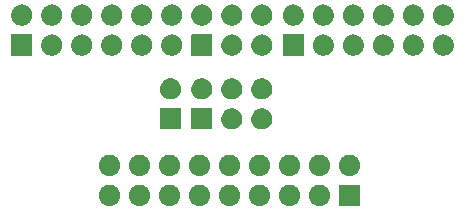
<source format=gts>
G04 #@! TF.GenerationSoftware,KiCad,Pcbnew,7.0.6+dfsg-1*
G04 #@! TF.CreationDate,2023-08-24T12:50:22+02:00*
G04 #@! TF.ProjectId,OV7670,4f563736-3730-42e6-9b69-6361645f7063,v1.2*
G04 #@! TF.SameCoordinates,Original*
G04 #@! TF.FileFunction,Soldermask,Top*
G04 #@! TF.FilePolarity,Negative*
%FSLAX46Y46*%
G04 Gerber Fmt 4.6, Leading zero omitted, Abs format (unit mm)*
G04 Created by KiCad (PCBNEW 7.0.6+dfsg-1) date 2023-08-24 12:50:22*
%MOMM*%
%LPD*%
G01*
G04 APERTURE LIST*
G04 APERTURE END LIST*
G36*
X86169517Y-47336882D02*
G01*
X86186062Y-47347938D01*
X86197118Y-47364483D01*
X86201000Y-47384000D01*
X86201000Y-49084000D01*
X86197118Y-49103517D01*
X86186062Y-49120062D01*
X86169517Y-49131118D01*
X86150000Y-49135000D01*
X84450000Y-49135000D01*
X84430483Y-49131118D01*
X84413938Y-49120062D01*
X84402882Y-49103517D01*
X84399000Y-49084000D01*
X84399000Y-47384000D01*
X84402882Y-47364483D01*
X84413938Y-47347938D01*
X84430483Y-47336882D01*
X84450000Y-47333000D01*
X86150000Y-47333000D01*
X86169517Y-47336882D01*
G37*
G36*
X65023983Y-47337936D02*
G01*
X65074180Y-47337936D01*
X65117524Y-47347149D01*
X65155659Y-47350905D01*
X65203566Y-47365437D01*
X65258424Y-47377098D01*
X65293530Y-47392728D01*
X65324566Y-47402143D01*
X65373884Y-47428504D01*
X65430500Y-47453711D01*
X65456822Y-47472835D01*
X65480232Y-47485348D01*
X65527988Y-47524540D01*
X65582887Y-47564427D01*
X65600711Y-47584223D01*
X65616675Y-47597324D01*
X65659572Y-47649594D01*
X65708924Y-47704405D01*
X65719292Y-47722363D01*
X65728651Y-47733767D01*
X65763273Y-47798542D01*
X65803104Y-47867530D01*
X65807685Y-47881630D01*
X65811856Y-47889433D01*
X65834852Y-47965242D01*
X65861311Y-48046672D01*
X65862242Y-48055532D01*
X65863094Y-48058340D01*
X65871385Y-48142520D01*
X65881000Y-48234000D01*
X65871382Y-48325501D01*
X65863094Y-48409659D01*
X65862242Y-48412466D01*
X65861311Y-48421328D01*
X65834848Y-48502771D01*
X65811856Y-48578566D01*
X65807686Y-48586366D01*
X65803104Y-48600470D01*
X65763266Y-48669470D01*
X65728651Y-48734232D01*
X65719294Y-48745633D01*
X65708924Y-48763595D01*
X65659563Y-48818415D01*
X65616675Y-48870675D01*
X65600714Y-48883773D01*
X65582887Y-48903573D01*
X65527977Y-48943467D01*
X65480232Y-48982651D01*
X65456827Y-48995161D01*
X65430500Y-49014289D01*
X65373873Y-49039500D01*
X65324566Y-49065856D01*
X65293537Y-49075268D01*
X65258424Y-49090902D01*
X65203555Y-49102564D01*
X65155659Y-49117094D01*
X65117532Y-49120849D01*
X65074180Y-49130064D01*
X65023973Y-49130064D01*
X64980000Y-49134395D01*
X64936027Y-49130064D01*
X64885820Y-49130064D01*
X64842467Y-49120849D01*
X64804340Y-49117094D01*
X64756441Y-49102563D01*
X64701576Y-49090902D01*
X64666464Y-49075269D01*
X64635433Y-49065856D01*
X64586120Y-49039498D01*
X64529500Y-49014289D01*
X64503175Y-48995163D01*
X64479767Y-48982651D01*
X64432013Y-48943460D01*
X64377113Y-48903573D01*
X64359287Y-48883776D01*
X64343324Y-48870675D01*
X64300425Y-48818402D01*
X64251076Y-48763595D01*
X64240708Y-48745637D01*
X64231348Y-48734232D01*
X64196719Y-48669447D01*
X64156896Y-48600470D01*
X64152315Y-48586371D01*
X64148143Y-48578566D01*
X64125136Y-48502725D01*
X64098689Y-48421328D01*
X64097758Y-48412471D01*
X64096905Y-48409659D01*
X64088601Y-48325349D01*
X64079000Y-48234000D01*
X64088598Y-48142672D01*
X64096905Y-48058340D01*
X64097758Y-48055527D01*
X64098689Y-48046672D01*
X64125132Y-47965288D01*
X64148143Y-47889433D01*
X64152315Y-47881626D01*
X64156896Y-47867530D01*
X64196712Y-47798565D01*
X64231348Y-47733767D01*
X64240710Y-47722359D01*
X64251076Y-47704405D01*
X64300416Y-47649607D01*
X64343324Y-47597324D01*
X64359291Y-47584219D01*
X64377113Y-47564427D01*
X64432002Y-47524546D01*
X64479767Y-47485348D01*
X64503180Y-47472833D01*
X64529500Y-47453711D01*
X64586109Y-47428506D01*
X64635433Y-47402143D01*
X64666471Y-47392727D01*
X64701576Y-47377098D01*
X64756430Y-47365438D01*
X64804340Y-47350905D01*
X64842476Y-47347148D01*
X64885820Y-47337936D01*
X64936016Y-47337936D01*
X64980000Y-47333604D01*
X65023983Y-47337936D01*
G37*
G36*
X67563983Y-47337936D02*
G01*
X67614180Y-47337936D01*
X67657524Y-47347149D01*
X67695659Y-47350905D01*
X67743566Y-47365437D01*
X67798424Y-47377098D01*
X67833530Y-47392728D01*
X67864566Y-47402143D01*
X67913884Y-47428504D01*
X67970500Y-47453711D01*
X67996822Y-47472835D01*
X68020232Y-47485348D01*
X68067988Y-47524540D01*
X68122887Y-47564427D01*
X68140711Y-47584223D01*
X68156675Y-47597324D01*
X68199572Y-47649594D01*
X68248924Y-47704405D01*
X68259292Y-47722363D01*
X68268651Y-47733767D01*
X68303273Y-47798542D01*
X68343104Y-47867530D01*
X68347685Y-47881630D01*
X68351856Y-47889433D01*
X68374852Y-47965242D01*
X68401311Y-48046672D01*
X68402242Y-48055532D01*
X68403094Y-48058340D01*
X68411385Y-48142520D01*
X68421000Y-48234000D01*
X68411382Y-48325501D01*
X68403094Y-48409659D01*
X68402242Y-48412466D01*
X68401311Y-48421328D01*
X68374848Y-48502771D01*
X68351856Y-48578566D01*
X68347686Y-48586366D01*
X68343104Y-48600470D01*
X68303266Y-48669470D01*
X68268651Y-48734232D01*
X68259294Y-48745633D01*
X68248924Y-48763595D01*
X68199563Y-48818415D01*
X68156675Y-48870675D01*
X68140714Y-48883773D01*
X68122887Y-48903573D01*
X68067977Y-48943467D01*
X68020232Y-48982651D01*
X67996827Y-48995161D01*
X67970500Y-49014289D01*
X67913873Y-49039500D01*
X67864566Y-49065856D01*
X67833537Y-49075268D01*
X67798424Y-49090902D01*
X67743555Y-49102564D01*
X67695659Y-49117094D01*
X67657532Y-49120849D01*
X67614180Y-49130064D01*
X67563973Y-49130064D01*
X67520000Y-49134395D01*
X67476027Y-49130064D01*
X67425820Y-49130064D01*
X67382467Y-49120849D01*
X67344340Y-49117094D01*
X67296441Y-49102563D01*
X67241576Y-49090902D01*
X67206464Y-49075269D01*
X67175433Y-49065856D01*
X67126120Y-49039498D01*
X67069500Y-49014289D01*
X67043175Y-48995163D01*
X67019767Y-48982651D01*
X66972013Y-48943460D01*
X66917113Y-48903573D01*
X66899287Y-48883776D01*
X66883324Y-48870675D01*
X66840425Y-48818402D01*
X66791076Y-48763595D01*
X66780708Y-48745637D01*
X66771348Y-48734232D01*
X66736719Y-48669447D01*
X66696896Y-48600470D01*
X66692315Y-48586371D01*
X66688143Y-48578566D01*
X66665136Y-48502725D01*
X66638689Y-48421328D01*
X66637758Y-48412471D01*
X66636905Y-48409659D01*
X66628601Y-48325349D01*
X66619000Y-48234000D01*
X66628598Y-48142672D01*
X66636905Y-48058340D01*
X66637758Y-48055527D01*
X66638689Y-48046672D01*
X66665132Y-47965288D01*
X66688143Y-47889433D01*
X66692315Y-47881626D01*
X66696896Y-47867530D01*
X66736712Y-47798565D01*
X66771348Y-47733767D01*
X66780710Y-47722359D01*
X66791076Y-47704405D01*
X66840416Y-47649607D01*
X66883324Y-47597324D01*
X66899291Y-47584219D01*
X66917113Y-47564427D01*
X66972002Y-47524546D01*
X67019767Y-47485348D01*
X67043180Y-47472833D01*
X67069500Y-47453711D01*
X67126109Y-47428506D01*
X67175433Y-47402143D01*
X67206471Y-47392727D01*
X67241576Y-47377098D01*
X67296430Y-47365438D01*
X67344340Y-47350905D01*
X67382476Y-47347148D01*
X67425820Y-47337936D01*
X67476016Y-47337936D01*
X67520000Y-47333604D01*
X67563983Y-47337936D01*
G37*
G36*
X70103983Y-47337936D02*
G01*
X70154180Y-47337936D01*
X70197524Y-47347149D01*
X70235659Y-47350905D01*
X70283566Y-47365437D01*
X70338424Y-47377098D01*
X70373530Y-47392728D01*
X70404566Y-47402143D01*
X70453884Y-47428504D01*
X70510500Y-47453711D01*
X70536822Y-47472835D01*
X70560232Y-47485348D01*
X70607988Y-47524540D01*
X70662887Y-47564427D01*
X70680711Y-47584223D01*
X70696675Y-47597324D01*
X70739572Y-47649594D01*
X70788924Y-47704405D01*
X70799292Y-47722363D01*
X70808651Y-47733767D01*
X70843273Y-47798542D01*
X70883104Y-47867530D01*
X70887685Y-47881630D01*
X70891856Y-47889433D01*
X70914852Y-47965242D01*
X70941311Y-48046672D01*
X70942242Y-48055532D01*
X70943094Y-48058340D01*
X70951385Y-48142520D01*
X70961000Y-48234000D01*
X70951382Y-48325501D01*
X70943094Y-48409659D01*
X70942242Y-48412466D01*
X70941311Y-48421328D01*
X70914848Y-48502771D01*
X70891856Y-48578566D01*
X70887686Y-48586366D01*
X70883104Y-48600470D01*
X70843266Y-48669470D01*
X70808651Y-48734232D01*
X70799294Y-48745633D01*
X70788924Y-48763595D01*
X70739563Y-48818415D01*
X70696675Y-48870675D01*
X70680714Y-48883773D01*
X70662887Y-48903573D01*
X70607977Y-48943467D01*
X70560232Y-48982651D01*
X70536827Y-48995161D01*
X70510500Y-49014289D01*
X70453873Y-49039500D01*
X70404566Y-49065856D01*
X70373537Y-49075268D01*
X70338424Y-49090902D01*
X70283555Y-49102564D01*
X70235659Y-49117094D01*
X70197532Y-49120849D01*
X70154180Y-49130064D01*
X70103973Y-49130064D01*
X70060000Y-49134395D01*
X70016027Y-49130064D01*
X69965820Y-49130064D01*
X69922467Y-49120849D01*
X69884340Y-49117094D01*
X69836441Y-49102563D01*
X69781576Y-49090902D01*
X69746464Y-49075269D01*
X69715433Y-49065856D01*
X69666120Y-49039498D01*
X69609500Y-49014289D01*
X69583175Y-48995163D01*
X69559767Y-48982651D01*
X69512013Y-48943460D01*
X69457113Y-48903573D01*
X69439287Y-48883776D01*
X69423324Y-48870675D01*
X69380425Y-48818402D01*
X69331076Y-48763595D01*
X69320708Y-48745637D01*
X69311348Y-48734232D01*
X69276719Y-48669447D01*
X69236896Y-48600470D01*
X69232315Y-48586371D01*
X69228143Y-48578566D01*
X69205136Y-48502725D01*
X69178689Y-48421328D01*
X69177758Y-48412471D01*
X69176905Y-48409659D01*
X69168601Y-48325349D01*
X69159000Y-48234000D01*
X69168598Y-48142672D01*
X69176905Y-48058340D01*
X69177758Y-48055527D01*
X69178689Y-48046672D01*
X69205132Y-47965288D01*
X69228143Y-47889433D01*
X69232315Y-47881626D01*
X69236896Y-47867530D01*
X69276712Y-47798565D01*
X69311348Y-47733767D01*
X69320710Y-47722359D01*
X69331076Y-47704405D01*
X69380416Y-47649607D01*
X69423324Y-47597324D01*
X69439291Y-47584219D01*
X69457113Y-47564427D01*
X69512002Y-47524546D01*
X69559767Y-47485348D01*
X69583180Y-47472833D01*
X69609500Y-47453711D01*
X69666109Y-47428506D01*
X69715433Y-47402143D01*
X69746471Y-47392727D01*
X69781576Y-47377098D01*
X69836430Y-47365438D01*
X69884340Y-47350905D01*
X69922476Y-47347148D01*
X69965820Y-47337936D01*
X70016016Y-47337936D01*
X70060000Y-47333604D01*
X70103983Y-47337936D01*
G37*
G36*
X72643983Y-47337936D02*
G01*
X72694180Y-47337936D01*
X72737524Y-47347149D01*
X72775659Y-47350905D01*
X72823566Y-47365437D01*
X72878424Y-47377098D01*
X72913530Y-47392728D01*
X72944566Y-47402143D01*
X72993884Y-47428504D01*
X73050500Y-47453711D01*
X73076822Y-47472835D01*
X73100232Y-47485348D01*
X73147988Y-47524540D01*
X73202887Y-47564427D01*
X73220711Y-47584223D01*
X73236675Y-47597324D01*
X73279572Y-47649594D01*
X73328924Y-47704405D01*
X73339292Y-47722363D01*
X73348651Y-47733767D01*
X73383273Y-47798542D01*
X73423104Y-47867530D01*
X73427685Y-47881630D01*
X73431856Y-47889433D01*
X73454852Y-47965242D01*
X73481311Y-48046672D01*
X73482242Y-48055532D01*
X73483094Y-48058340D01*
X73491384Y-48142513D01*
X73501000Y-48234000D01*
X73491383Y-48325494D01*
X73483094Y-48409659D01*
X73482242Y-48412466D01*
X73481311Y-48421328D01*
X73454848Y-48502771D01*
X73431856Y-48578566D01*
X73427686Y-48586366D01*
X73423104Y-48600470D01*
X73383266Y-48669470D01*
X73348651Y-48734232D01*
X73339294Y-48745633D01*
X73328924Y-48763595D01*
X73279563Y-48818415D01*
X73236675Y-48870675D01*
X73220714Y-48883773D01*
X73202887Y-48903573D01*
X73147977Y-48943467D01*
X73100232Y-48982651D01*
X73076827Y-48995161D01*
X73050500Y-49014289D01*
X72993873Y-49039500D01*
X72944566Y-49065856D01*
X72913537Y-49075268D01*
X72878424Y-49090902D01*
X72823555Y-49102564D01*
X72775659Y-49117094D01*
X72737532Y-49120849D01*
X72694180Y-49130064D01*
X72643973Y-49130064D01*
X72600000Y-49134395D01*
X72556027Y-49130064D01*
X72505820Y-49130064D01*
X72462467Y-49120849D01*
X72424340Y-49117094D01*
X72376441Y-49102563D01*
X72321576Y-49090902D01*
X72286464Y-49075269D01*
X72255433Y-49065856D01*
X72206120Y-49039498D01*
X72149500Y-49014289D01*
X72123175Y-48995163D01*
X72099767Y-48982651D01*
X72052013Y-48943460D01*
X71997113Y-48903573D01*
X71979287Y-48883776D01*
X71963324Y-48870675D01*
X71920425Y-48818402D01*
X71871076Y-48763595D01*
X71860708Y-48745637D01*
X71851348Y-48734232D01*
X71816719Y-48669447D01*
X71776896Y-48600470D01*
X71772315Y-48586371D01*
X71768143Y-48578566D01*
X71745136Y-48502725D01*
X71718689Y-48421328D01*
X71717758Y-48412471D01*
X71716905Y-48409659D01*
X71708600Y-48325342D01*
X71699000Y-48234000D01*
X71708599Y-48142664D01*
X71716905Y-48058340D01*
X71717758Y-48055527D01*
X71718689Y-48046672D01*
X71745132Y-47965288D01*
X71768143Y-47889433D01*
X71772315Y-47881626D01*
X71776896Y-47867530D01*
X71816712Y-47798565D01*
X71851348Y-47733767D01*
X71860710Y-47722359D01*
X71871076Y-47704405D01*
X71920416Y-47649607D01*
X71963324Y-47597324D01*
X71979291Y-47584219D01*
X71997113Y-47564427D01*
X72052002Y-47524546D01*
X72099767Y-47485348D01*
X72123180Y-47472833D01*
X72149500Y-47453711D01*
X72206109Y-47428506D01*
X72255433Y-47402143D01*
X72286471Y-47392727D01*
X72321576Y-47377098D01*
X72376430Y-47365438D01*
X72424340Y-47350905D01*
X72462476Y-47347148D01*
X72505820Y-47337936D01*
X72556016Y-47337936D01*
X72600000Y-47333604D01*
X72643983Y-47337936D01*
G37*
G36*
X75183983Y-47337936D02*
G01*
X75234180Y-47337936D01*
X75277524Y-47347149D01*
X75315659Y-47350905D01*
X75363566Y-47365437D01*
X75418424Y-47377098D01*
X75453530Y-47392728D01*
X75484566Y-47402143D01*
X75533884Y-47428504D01*
X75590500Y-47453711D01*
X75616822Y-47472835D01*
X75640232Y-47485348D01*
X75687988Y-47524540D01*
X75742887Y-47564427D01*
X75760711Y-47584223D01*
X75776675Y-47597324D01*
X75819572Y-47649594D01*
X75868924Y-47704405D01*
X75879292Y-47722363D01*
X75888651Y-47733767D01*
X75923273Y-47798542D01*
X75963104Y-47867530D01*
X75967685Y-47881630D01*
X75971856Y-47889433D01*
X75994852Y-47965242D01*
X76021311Y-48046672D01*
X76022242Y-48055532D01*
X76023094Y-48058340D01*
X76031385Y-48142520D01*
X76041000Y-48234000D01*
X76031382Y-48325501D01*
X76023094Y-48409659D01*
X76022242Y-48412466D01*
X76021311Y-48421328D01*
X75994848Y-48502771D01*
X75971856Y-48578566D01*
X75967686Y-48586366D01*
X75963104Y-48600470D01*
X75923266Y-48669470D01*
X75888651Y-48734232D01*
X75879294Y-48745633D01*
X75868924Y-48763595D01*
X75819563Y-48818415D01*
X75776675Y-48870675D01*
X75760714Y-48883773D01*
X75742887Y-48903573D01*
X75687977Y-48943467D01*
X75640232Y-48982651D01*
X75616827Y-48995161D01*
X75590500Y-49014289D01*
X75533873Y-49039500D01*
X75484566Y-49065856D01*
X75453537Y-49075268D01*
X75418424Y-49090902D01*
X75363555Y-49102564D01*
X75315659Y-49117094D01*
X75277532Y-49120849D01*
X75234180Y-49130064D01*
X75183973Y-49130064D01*
X75140000Y-49134395D01*
X75096027Y-49130064D01*
X75045820Y-49130064D01*
X75002467Y-49120849D01*
X74964340Y-49117094D01*
X74916441Y-49102563D01*
X74861576Y-49090902D01*
X74826464Y-49075269D01*
X74795433Y-49065856D01*
X74746120Y-49039498D01*
X74689500Y-49014289D01*
X74663175Y-48995163D01*
X74639767Y-48982651D01*
X74592013Y-48943460D01*
X74537113Y-48903573D01*
X74519287Y-48883776D01*
X74503324Y-48870675D01*
X74460425Y-48818402D01*
X74411076Y-48763595D01*
X74400708Y-48745637D01*
X74391348Y-48734232D01*
X74356719Y-48669447D01*
X74316896Y-48600470D01*
X74312315Y-48586371D01*
X74308143Y-48578566D01*
X74285136Y-48502725D01*
X74258689Y-48421328D01*
X74257758Y-48412471D01*
X74256905Y-48409659D01*
X74248601Y-48325349D01*
X74239000Y-48234000D01*
X74248598Y-48142672D01*
X74256905Y-48058340D01*
X74257758Y-48055527D01*
X74258689Y-48046672D01*
X74285132Y-47965288D01*
X74308143Y-47889433D01*
X74312315Y-47881626D01*
X74316896Y-47867530D01*
X74356712Y-47798565D01*
X74391348Y-47733767D01*
X74400710Y-47722359D01*
X74411076Y-47704405D01*
X74460416Y-47649607D01*
X74503324Y-47597324D01*
X74519291Y-47584219D01*
X74537113Y-47564427D01*
X74592002Y-47524546D01*
X74639767Y-47485348D01*
X74663180Y-47472833D01*
X74689500Y-47453711D01*
X74746109Y-47428506D01*
X74795433Y-47402143D01*
X74826471Y-47392727D01*
X74861576Y-47377098D01*
X74916430Y-47365438D01*
X74964340Y-47350905D01*
X75002476Y-47347148D01*
X75045820Y-47337936D01*
X75096016Y-47337936D01*
X75140000Y-47333604D01*
X75183983Y-47337936D01*
G37*
G36*
X77723983Y-47337936D02*
G01*
X77774180Y-47337936D01*
X77817524Y-47347149D01*
X77855659Y-47350905D01*
X77903566Y-47365437D01*
X77958424Y-47377098D01*
X77993530Y-47392728D01*
X78024566Y-47402143D01*
X78073884Y-47428504D01*
X78130500Y-47453711D01*
X78156822Y-47472835D01*
X78180232Y-47485348D01*
X78227988Y-47524540D01*
X78282887Y-47564427D01*
X78300711Y-47584223D01*
X78316675Y-47597324D01*
X78359572Y-47649594D01*
X78408924Y-47704405D01*
X78419292Y-47722363D01*
X78428651Y-47733767D01*
X78463273Y-47798542D01*
X78503104Y-47867530D01*
X78507685Y-47881630D01*
X78511856Y-47889433D01*
X78534852Y-47965242D01*
X78561311Y-48046672D01*
X78562242Y-48055532D01*
X78563094Y-48058340D01*
X78571385Y-48142520D01*
X78581000Y-48234000D01*
X78571382Y-48325501D01*
X78563094Y-48409659D01*
X78562242Y-48412466D01*
X78561311Y-48421328D01*
X78534848Y-48502771D01*
X78511856Y-48578566D01*
X78507686Y-48586366D01*
X78503104Y-48600470D01*
X78463266Y-48669470D01*
X78428651Y-48734232D01*
X78419294Y-48745633D01*
X78408924Y-48763595D01*
X78359563Y-48818415D01*
X78316675Y-48870675D01*
X78300714Y-48883773D01*
X78282887Y-48903573D01*
X78227977Y-48943467D01*
X78180232Y-48982651D01*
X78156827Y-48995161D01*
X78130500Y-49014289D01*
X78073873Y-49039500D01*
X78024566Y-49065856D01*
X77993537Y-49075268D01*
X77958424Y-49090902D01*
X77903555Y-49102564D01*
X77855659Y-49117094D01*
X77817532Y-49120849D01*
X77774180Y-49130064D01*
X77723973Y-49130064D01*
X77680000Y-49134395D01*
X77636027Y-49130064D01*
X77585820Y-49130064D01*
X77542467Y-49120849D01*
X77504340Y-49117094D01*
X77456441Y-49102563D01*
X77401576Y-49090902D01*
X77366464Y-49075269D01*
X77335433Y-49065856D01*
X77286120Y-49039498D01*
X77229500Y-49014289D01*
X77203175Y-48995163D01*
X77179767Y-48982651D01*
X77132013Y-48943460D01*
X77077113Y-48903573D01*
X77059287Y-48883776D01*
X77043324Y-48870675D01*
X77000425Y-48818402D01*
X76951076Y-48763595D01*
X76940708Y-48745637D01*
X76931348Y-48734232D01*
X76896719Y-48669447D01*
X76856896Y-48600470D01*
X76852315Y-48586371D01*
X76848143Y-48578566D01*
X76825136Y-48502725D01*
X76798689Y-48421328D01*
X76797758Y-48412471D01*
X76796905Y-48409659D01*
X76788601Y-48325349D01*
X76779000Y-48234000D01*
X76788598Y-48142672D01*
X76796905Y-48058340D01*
X76797758Y-48055527D01*
X76798689Y-48046672D01*
X76825132Y-47965288D01*
X76848143Y-47889433D01*
X76852315Y-47881626D01*
X76856896Y-47867530D01*
X76896712Y-47798565D01*
X76931348Y-47733767D01*
X76940710Y-47722359D01*
X76951076Y-47704405D01*
X77000416Y-47649607D01*
X77043324Y-47597324D01*
X77059291Y-47584219D01*
X77077113Y-47564427D01*
X77132002Y-47524546D01*
X77179767Y-47485348D01*
X77203180Y-47472833D01*
X77229500Y-47453711D01*
X77286109Y-47428506D01*
X77335433Y-47402143D01*
X77366471Y-47392727D01*
X77401576Y-47377098D01*
X77456430Y-47365438D01*
X77504340Y-47350905D01*
X77542476Y-47347148D01*
X77585820Y-47337936D01*
X77636016Y-47337936D01*
X77680000Y-47333604D01*
X77723983Y-47337936D01*
G37*
G36*
X80263983Y-47337936D02*
G01*
X80314180Y-47337936D01*
X80357524Y-47347149D01*
X80395659Y-47350905D01*
X80443566Y-47365437D01*
X80498424Y-47377098D01*
X80533530Y-47392728D01*
X80564566Y-47402143D01*
X80613884Y-47428504D01*
X80670500Y-47453711D01*
X80696822Y-47472835D01*
X80720232Y-47485348D01*
X80767988Y-47524540D01*
X80822887Y-47564427D01*
X80840711Y-47584223D01*
X80856675Y-47597324D01*
X80899572Y-47649594D01*
X80948924Y-47704405D01*
X80959292Y-47722363D01*
X80968651Y-47733767D01*
X81003273Y-47798542D01*
X81043104Y-47867530D01*
X81047685Y-47881630D01*
X81051856Y-47889433D01*
X81074852Y-47965242D01*
X81101311Y-48046672D01*
X81102242Y-48055532D01*
X81103094Y-48058340D01*
X81111385Y-48142520D01*
X81121000Y-48234000D01*
X81111382Y-48325501D01*
X81103094Y-48409659D01*
X81102242Y-48412466D01*
X81101311Y-48421328D01*
X81074848Y-48502771D01*
X81051856Y-48578566D01*
X81047686Y-48586366D01*
X81043104Y-48600470D01*
X81003266Y-48669470D01*
X80968651Y-48734232D01*
X80959294Y-48745633D01*
X80948924Y-48763595D01*
X80899563Y-48818415D01*
X80856675Y-48870675D01*
X80840714Y-48883773D01*
X80822887Y-48903573D01*
X80767977Y-48943467D01*
X80720232Y-48982651D01*
X80696827Y-48995161D01*
X80670500Y-49014289D01*
X80613873Y-49039500D01*
X80564566Y-49065856D01*
X80533537Y-49075268D01*
X80498424Y-49090902D01*
X80443555Y-49102564D01*
X80395659Y-49117094D01*
X80357532Y-49120849D01*
X80314180Y-49130064D01*
X80263973Y-49130064D01*
X80220000Y-49134395D01*
X80176027Y-49130064D01*
X80125820Y-49130064D01*
X80082467Y-49120849D01*
X80044340Y-49117094D01*
X79996441Y-49102563D01*
X79941576Y-49090902D01*
X79906464Y-49075269D01*
X79875433Y-49065856D01*
X79826120Y-49039498D01*
X79769500Y-49014289D01*
X79743175Y-48995163D01*
X79719767Y-48982651D01*
X79672013Y-48943460D01*
X79617113Y-48903573D01*
X79599287Y-48883776D01*
X79583324Y-48870675D01*
X79540425Y-48818402D01*
X79491076Y-48763595D01*
X79480708Y-48745637D01*
X79471348Y-48734232D01*
X79436719Y-48669447D01*
X79396896Y-48600470D01*
X79392315Y-48586371D01*
X79388143Y-48578566D01*
X79365136Y-48502725D01*
X79338689Y-48421328D01*
X79337758Y-48412471D01*
X79336905Y-48409659D01*
X79328601Y-48325349D01*
X79319000Y-48234000D01*
X79328598Y-48142672D01*
X79336905Y-48058340D01*
X79337758Y-48055527D01*
X79338689Y-48046672D01*
X79365132Y-47965288D01*
X79388143Y-47889433D01*
X79392315Y-47881626D01*
X79396896Y-47867530D01*
X79436712Y-47798565D01*
X79471348Y-47733767D01*
X79480710Y-47722359D01*
X79491076Y-47704405D01*
X79540416Y-47649607D01*
X79583324Y-47597324D01*
X79599291Y-47584219D01*
X79617113Y-47564427D01*
X79672002Y-47524546D01*
X79719767Y-47485348D01*
X79743180Y-47472833D01*
X79769500Y-47453711D01*
X79826109Y-47428506D01*
X79875433Y-47402143D01*
X79906471Y-47392727D01*
X79941576Y-47377098D01*
X79996430Y-47365438D01*
X80044340Y-47350905D01*
X80082476Y-47347148D01*
X80125820Y-47337936D01*
X80176016Y-47337936D01*
X80220000Y-47333604D01*
X80263983Y-47337936D01*
G37*
G36*
X82803983Y-47337936D02*
G01*
X82854180Y-47337936D01*
X82897524Y-47347149D01*
X82935659Y-47350905D01*
X82983566Y-47365437D01*
X83038424Y-47377098D01*
X83073530Y-47392728D01*
X83104566Y-47402143D01*
X83153884Y-47428504D01*
X83210500Y-47453711D01*
X83236822Y-47472835D01*
X83260232Y-47485348D01*
X83307988Y-47524540D01*
X83362887Y-47564427D01*
X83380711Y-47584223D01*
X83396675Y-47597324D01*
X83439572Y-47649594D01*
X83488924Y-47704405D01*
X83499292Y-47722363D01*
X83508651Y-47733767D01*
X83543273Y-47798542D01*
X83583104Y-47867530D01*
X83587685Y-47881630D01*
X83591856Y-47889433D01*
X83614852Y-47965242D01*
X83641311Y-48046672D01*
X83642242Y-48055532D01*
X83643094Y-48058340D01*
X83651384Y-48142513D01*
X83661000Y-48234000D01*
X83651383Y-48325494D01*
X83643094Y-48409659D01*
X83642242Y-48412466D01*
X83641311Y-48421328D01*
X83614848Y-48502771D01*
X83591856Y-48578566D01*
X83587686Y-48586366D01*
X83583104Y-48600470D01*
X83543266Y-48669470D01*
X83508651Y-48734232D01*
X83499294Y-48745633D01*
X83488924Y-48763595D01*
X83439563Y-48818415D01*
X83396675Y-48870675D01*
X83380714Y-48883773D01*
X83362887Y-48903573D01*
X83307977Y-48943467D01*
X83260232Y-48982651D01*
X83236827Y-48995161D01*
X83210500Y-49014289D01*
X83153873Y-49039500D01*
X83104566Y-49065856D01*
X83073537Y-49075268D01*
X83038424Y-49090902D01*
X82983555Y-49102564D01*
X82935659Y-49117094D01*
X82897532Y-49120849D01*
X82854180Y-49130064D01*
X82803973Y-49130064D01*
X82760000Y-49134395D01*
X82716027Y-49130064D01*
X82665820Y-49130064D01*
X82622467Y-49120849D01*
X82584340Y-49117094D01*
X82536441Y-49102563D01*
X82481576Y-49090902D01*
X82446464Y-49075269D01*
X82415433Y-49065856D01*
X82366120Y-49039498D01*
X82309500Y-49014289D01*
X82283175Y-48995163D01*
X82259767Y-48982651D01*
X82212013Y-48943460D01*
X82157113Y-48903573D01*
X82139287Y-48883776D01*
X82123324Y-48870675D01*
X82080425Y-48818402D01*
X82031076Y-48763595D01*
X82020708Y-48745637D01*
X82011348Y-48734232D01*
X81976719Y-48669447D01*
X81936896Y-48600470D01*
X81932315Y-48586371D01*
X81928143Y-48578566D01*
X81905136Y-48502725D01*
X81878689Y-48421328D01*
X81877758Y-48412471D01*
X81876905Y-48409659D01*
X81868600Y-48325342D01*
X81859000Y-48234000D01*
X81868599Y-48142664D01*
X81876905Y-48058340D01*
X81877758Y-48055527D01*
X81878689Y-48046672D01*
X81905132Y-47965288D01*
X81928143Y-47889433D01*
X81932315Y-47881626D01*
X81936896Y-47867530D01*
X81976712Y-47798565D01*
X82011348Y-47733767D01*
X82020710Y-47722359D01*
X82031076Y-47704405D01*
X82080416Y-47649607D01*
X82123324Y-47597324D01*
X82139291Y-47584219D01*
X82157113Y-47564427D01*
X82212002Y-47524546D01*
X82259767Y-47485348D01*
X82283180Y-47472833D01*
X82309500Y-47453711D01*
X82366109Y-47428506D01*
X82415433Y-47402143D01*
X82446471Y-47392727D01*
X82481576Y-47377098D01*
X82536430Y-47365438D01*
X82584340Y-47350905D01*
X82622476Y-47347148D01*
X82665820Y-47337936D01*
X82716016Y-47337936D01*
X82760000Y-47333604D01*
X82803983Y-47337936D01*
G37*
G36*
X65023983Y-44797936D02*
G01*
X65074180Y-44797936D01*
X65117524Y-44807149D01*
X65155659Y-44810905D01*
X65203566Y-44825437D01*
X65258424Y-44837098D01*
X65293530Y-44852728D01*
X65324566Y-44862143D01*
X65373884Y-44888504D01*
X65430500Y-44913711D01*
X65456822Y-44932835D01*
X65480232Y-44945348D01*
X65527988Y-44984540D01*
X65582887Y-45024427D01*
X65600711Y-45044223D01*
X65616675Y-45057324D01*
X65659572Y-45109594D01*
X65708924Y-45164405D01*
X65719292Y-45182363D01*
X65728651Y-45193767D01*
X65763273Y-45258542D01*
X65803104Y-45327530D01*
X65807685Y-45341630D01*
X65811856Y-45349433D01*
X65834852Y-45425242D01*
X65861311Y-45506672D01*
X65862242Y-45515532D01*
X65863094Y-45518340D01*
X65871384Y-45602513D01*
X65881000Y-45694000D01*
X65871383Y-45785494D01*
X65863094Y-45869659D01*
X65862242Y-45872466D01*
X65861311Y-45881328D01*
X65834848Y-45962771D01*
X65811856Y-46038566D01*
X65807686Y-46046366D01*
X65803104Y-46060470D01*
X65763266Y-46129470D01*
X65728651Y-46194232D01*
X65719294Y-46205633D01*
X65708924Y-46223595D01*
X65659563Y-46278415D01*
X65616675Y-46330675D01*
X65600714Y-46343773D01*
X65582887Y-46363573D01*
X65527977Y-46403467D01*
X65480232Y-46442651D01*
X65456827Y-46455161D01*
X65430500Y-46474289D01*
X65373873Y-46499500D01*
X65324566Y-46525856D01*
X65293537Y-46535268D01*
X65258424Y-46550902D01*
X65203555Y-46562564D01*
X65155659Y-46577094D01*
X65117532Y-46580849D01*
X65074180Y-46590064D01*
X65023973Y-46590064D01*
X64980000Y-46594395D01*
X64936027Y-46590064D01*
X64885820Y-46590064D01*
X64842467Y-46580849D01*
X64804340Y-46577094D01*
X64756441Y-46562563D01*
X64701576Y-46550902D01*
X64666464Y-46535269D01*
X64635433Y-46525856D01*
X64586120Y-46499498D01*
X64529500Y-46474289D01*
X64503175Y-46455163D01*
X64479767Y-46442651D01*
X64432013Y-46403460D01*
X64377113Y-46363573D01*
X64359287Y-46343776D01*
X64343324Y-46330675D01*
X64300425Y-46278402D01*
X64251076Y-46223595D01*
X64240708Y-46205637D01*
X64231348Y-46194232D01*
X64196719Y-46129447D01*
X64156896Y-46060470D01*
X64152315Y-46046371D01*
X64148143Y-46038566D01*
X64125136Y-45962725D01*
X64098689Y-45881328D01*
X64097758Y-45872471D01*
X64096905Y-45869659D01*
X64088600Y-45785342D01*
X64079000Y-45694000D01*
X64088599Y-45602664D01*
X64096905Y-45518340D01*
X64097758Y-45515527D01*
X64098689Y-45506672D01*
X64125132Y-45425288D01*
X64148143Y-45349433D01*
X64152315Y-45341626D01*
X64156896Y-45327530D01*
X64196712Y-45258565D01*
X64231348Y-45193767D01*
X64240710Y-45182359D01*
X64251076Y-45164405D01*
X64300416Y-45109607D01*
X64343324Y-45057324D01*
X64359291Y-45044219D01*
X64377113Y-45024427D01*
X64432002Y-44984546D01*
X64479767Y-44945348D01*
X64503180Y-44932833D01*
X64529500Y-44913711D01*
X64586109Y-44888506D01*
X64635433Y-44862143D01*
X64666471Y-44852727D01*
X64701576Y-44837098D01*
X64756430Y-44825438D01*
X64804340Y-44810905D01*
X64842476Y-44807148D01*
X64885820Y-44797936D01*
X64936016Y-44797936D01*
X64980000Y-44793604D01*
X65023983Y-44797936D01*
G37*
G36*
X67563983Y-44797936D02*
G01*
X67614180Y-44797936D01*
X67657524Y-44807149D01*
X67695659Y-44810905D01*
X67743566Y-44825437D01*
X67798424Y-44837098D01*
X67833530Y-44852728D01*
X67864566Y-44862143D01*
X67913884Y-44888504D01*
X67970500Y-44913711D01*
X67996822Y-44932835D01*
X68020232Y-44945348D01*
X68067988Y-44984540D01*
X68122887Y-45024427D01*
X68140711Y-45044223D01*
X68156675Y-45057324D01*
X68199572Y-45109594D01*
X68248924Y-45164405D01*
X68259292Y-45182363D01*
X68268651Y-45193767D01*
X68303273Y-45258542D01*
X68343104Y-45327530D01*
X68347685Y-45341630D01*
X68351856Y-45349433D01*
X68374852Y-45425242D01*
X68401311Y-45506672D01*
X68402242Y-45515532D01*
X68403094Y-45518340D01*
X68411385Y-45602520D01*
X68421000Y-45694000D01*
X68411382Y-45785501D01*
X68403094Y-45869659D01*
X68402242Y-45872466D01*
X68401311Y-45881328D01*
X68374848Y-45962771D01*
X68351856Y-46038566D01*
X68347686Y-46046366D01*
X68343104Y-46060470D01*
X68303266Y-46129470D01*
X68268651Y-46194232D01*
X68259294Y-46205633D01*
X68248924Y-46223595D01*
X68199563Y-46278415D01*
X68156675Y-46330675D01*
X68140714Y-46343773D01*
X68122887Y-46363573D01*
X68067977Y-46403467D01*
X68020232Y-46442651D01*
X67996827Y-46455161D01*
X67970500Y-46474289D01*
X67913873Y-46499500D01*
X67864566Y-46525856D01*
X67833537Y-46535268D01*
X67798424Y-46550902D01*
X67743555Y-46562564D01*
X67695659Y-46577094D01*
X67657532Y-46580849D01*
X67614180Y-46590064D01*
X67563973Y-46590064D01*
X67520000Y-46594395D01*
X67476027Y-46590064D01*
X67425820Y-46590064D01*
X67382467Y-46580849D01*
X67344340Y-46577094D01*
X67296441Y-46562563D01*
X67241576Y-46550902D01*
X67206464Y-46535269D01*
X67175433Y-46525856D01*
X67126120Y-46499498D01*
X67069500Y-46474289D01*
X67043175Y-46455163D01*
X67019767Y-46442651D01*
X66972013Y-46403460D01*
X66917113Y-46363573D01*
X66899287Y-46343776D01*
X66883324Y-46330675D01*
X66840425Y-46278402D01*
X66791076Y-46223595D01*
X66780708Y-46205637D01*
X66771348Y-46194232D01*
X66736719Y-46129447D01*
X66696896Y-46060470D01*
X66692315Y-46046371D01*
X66688143Y-46038566D01*
X66665136Y-45962725D01*
X66638689Y-45881328D01*
X66637758Y-45872471D01*
X66636905Y-45869659D01*
X66628601Y-45785349D01*
X66619000Y-45694000D01*
X66628598Y-45602672D01*
X66636905Y-45518340D01*
X66637758Y-45515527D01*
X66638689Y-45506672D01*
X66665132Y-45425288D01*
X66688143Y-45349433D01*
X66692315Y-45341626D01*
X66696896Y-45327530D01*
X66736712Y-45258565D01*
X66771348Y-45193767D01*
X66780710Y-45182359D01*
X66791076Y-45164405D01*
X66840416Y-45109607D01*
X66883324Y-45057324D01*
X66899291Y-45044219D01*
X66917113Y-45024427D01*
X66972002Y-44984546D01*
X67019767Y-44945348D01*
X67043180Y-44932833D01*
X67069500Y-44913711D01*
X67126109Y-44888506D01*
X67175433Y-44862143D01*
X67206471Y-44852727D01*
X67241576Y-44837098D01*
X67296430Y-44825438D01*
X67344340Y-44810905D01*
X67382476Y-44807148D01*
X67425820Y-44797936D01*
X67476016Y-44797936D01*
X67520000Y-44793604D01*
X67563983Y-44797936D01*
G37*
G36*
X70103983Y-44797936D02*
G01*
X70154180Y-44797936D01*
X70197524Y-44807149D01*
X70235659Y-44810905D01*
X70283566Y-44825437D01*
X70338424Y-44837098D01*
X70373530Y-44852728D01*
X70404566Y-44862143D01*
X70453884Y-44888504D01*
X70510500Y-44913711D01*
X70536822Y-44932835D01*
X70560232Y-44945348D01*
X70607988Y-44984540D01*
X70662887Y-45024427D01*
X70680711Y-45044223D01*
X70696675Y-45057324D01*
X70739572Y-45109594D01*
X70788924Y-45164405D01*
X70799292Y-45182363D01*
X70808651Y-45193767D01*
X70843273Y-45258542D01*
X70883104Y-45327530D01*
X70887685Y-45341630D01*
X70891856Y-45349433D01*
X70914852Y-45425242D01*
X70941311Y-45506672D01*
X70942242Y-45515532D01*
X70943094Y-45518340D01*
X70951384Y-45602513D01*
X70961000Y-45694000D01*
X70951383Y-45785494D01*
X70943094Y-45869659D01*
X70942242Y-45872466D01*
X70941311Y-45881328D01*
X70914848Y-45962771D01*
X70891856Y-46038566D01*
X70887686Y-46046366D01*
X70883104Y-46060470D01*
X70843266Y-46129470D01*
X70808651Y-46194232D01*
X70799294Y-46205633D01*
X70788924Y-46223595D01*
X70739563Y-46278415D01*
X70696675Y-46330675D01*
X70680714Y-46343773D01*
X70662887Y-46363573D01*
X70607977Y-46403467D01*
X70560232Y-46442651D01*
X70536827Y-46455161D01*
X70510500Y-46474289D01*
X70453873Y-46499500D01*
X70404566Y-46525856D01*
X70373537Y-46535268D01*
X70338424Y-46550902D01*
X70283555Y-46562564D01*
X70235659Y-46577094D01*
X70197532Y-46580849D01*
X70154180Y-46590064D01*
X70103973Y-46590064D01*
X70060000Y-46594395D01*
X70016027Y-46590064D01*
X69965820Y-46590064D01*
X69922467Y-46580849D01*
X69884340Y-46577094D01*
X69836441Y-46562563D01*
X69781576Y-46550902D01*
X69746464Y-46535269D01*
X69715433Y-46525856D01*
X69666120Y-46499498D01*
X69609500Y-46474289D01*
X69583175Y-46455163D01*
X69559767Y-46442651D01*
X69512013Y-46403460D01*
X69457113Y-46363573D01*
X69439287Y-46343776D01*
X69423324Y-46330675D01*
X69380425Y-46278402D01*
X69331076Y-46223595D01*
X69320708Y-46205637D01*
X69311348Y-46194232D01*
X69276719Y-46129447D01*
X69236896Y-46060470D01*
X69232315Y-46046371D01*
X69228143Y-46038566D01*
X69205136Y-45962725D01*
X69178689Y-45881328D01*
X69177758Y-45872471D01*
X69176905Y-45869659D01*
X69168600Y-45785342D01*
X69159000Y-45694000D01*
X69168599Y-45602664D01*
X69176905Y-45518340D01*
X69177758Y-45515527D01*
X69178689Y-45506672D01*
X69205132Y-45425288D01*
X69228143Y-45349433D01*
X69232315Y-45341626D01*
X69236896Y-45327530D01*
X69276712Y-45258565D01*
X69311348Y-45193767D01*
X69320710Y-45182359D01*
X69331076Y-45164405D01*
X69380416Y-45109607D01*
X69423324Y-45057324D01*
X69439291Y-45044219D01*
X69457113Y-45024427D01*
X69512002Y-44984546D01*
X69559767Y-44945348D01*
X69583180Y-44932833D01*
X69609500Y-44913711D01*
X69666109Y-44888506D01*
X69715433Y-44862143D01*
X69746471Y-44852727D01*
X69781576Y-44837098D01*
X69836430Y-44825438D01*
X69884340Y-44810905D01*
X69922476Y-44807148D01*
X69965820Y-44797936D01*
X70016016Y-44797936D01*
X70060000Y-44793604D01*
X70103983Y-44797936D01*
G37*
G36*
X72643983Y-44797936D02*
G01*
X72694180Y-44797936D01*
X72737524Y-44807149D01*
X72775659Y-44810905D01*
X72823566Y-44825437D01*
X72878424Y-44837098D01*
X72913530Y-44852728D01*
X72944566Y-44862143D01*
X72993884Y-44888504D01*
X73050500Y-44913711D01*
X73076822Y-44932835D01*
X73100232Y-44945348D01*
X73147988Y-44984540D01*
X73202887Y-45024427D01*
X73220711Y-45044223D01*
X73236675Y-45057324D01*
X73279572Y-45109594D01*
X73328924Y-45164405D01*
X73339292Y-45182363D01*
X73348651Y-45193767D01*
X73383273Y-45258542D01*
X73423104Y-45327530D01*
X73427685Y-45341630D01*
X73431856Y-45349433D01*
X73454852Y-45425242D01*
X73481311Y-45506672D01*
X73482242Y-45515532D01*
X73483094Y-45518340D01*
X73491384Y-45602513D01*
X73501000Y-45694000D01*
X73491383Y-45785494D01*
X73483094Y-45869659D01*
X73482242Y-45872466D01*
X73481311Y-45881328D01*
X73454848Y-45962771D01*
X73431856Y-46038566D01*
X73427686Y-46046366D01*
X73423104Y-46060470D01*
X73383266Y-46129470D01*
X73348651Y-46194232D01*
X73339294Y-46205633D01*
X73328924Y-46223595D01*
X73279563Y-46278415D01*
X73236675Y-46330675D01*
X73220714Y-46343773D01*
X73202887Y-46363573D01*
X73147977Y-46403467D01*
X73100232Y-46442651D01*
X73076827Y-46455161D01*
X73050500Y-46474289D01*
X72993873Y-46499500D01*
X72944566Y-46525856D01*
X72913537Y-46535268D01*
X72878424Y-46550902D01*
X72823555Y-46562564D01*
X72775659Y-46577094D01*
X72737532Y-46580849D01*
X72694180Y-46590064D01*
X72643973Y-46590064D01*
X72600000Y-46594395D01*
X72556027Y-46590064D01*
X72505820Y-46590064D01*
X72462467Y-46580849D01*
X72424340Y-46577094D01*
X72376441Y-46562563D01*
X72321576Y-46550902D01*
X72286464Y-46535269D01*
X72255433Y-46525856D01*
X72206120Y-46499498D01*
X72149500Y-46474289D01*
X72123175Y-46455163D01*
X72099767Y-46442651D01*
X72052013Y-46403460D01*
X71997113Y-46363573D01*
X71979287Y-46343776D01*
X71963324Y-46330675D01*
X71920425Y-46278402D01*
X71871076Y-46223595D01*
X71860708Y-46205637D01*
X71851348Y-46194232D01*
X71816719Y-46129447D01*
X71776896Y-46060470D01*
X71772315Y-46046371D01*
X71768143Y-46038566D01*
X71745136Y-45962725D01*
X71718689Y-45881328D01*
X71717758Y-45872471D01*
X71716905Y-45869659D01*
X71708600Y-45785342D01*
X71699000Y-45694000D01*
X71708599Y-45602664D01*
X71716905Y-45518340D01*
X71717758Y-45515527D01*
X71718689Y-45506672D01*
X71745132Y-45425288D01*
X71768143Y-45349433D01*
X71772315Y-45341626D01*
X71776896Y-45327530D01*
X71816712Y-45258565D01*
X71851348Y-45193767D01*
X71860710Y-45182359D01*
X71871076Y-45164405D01*
X71920416Y-45109607D01*
X71963324Y-45057324D01*
X71979291Y-45044219D01*
X71997113Y-45024427D01*
X72052002Y-44984546D01*
X72099767Y-44945348D01*
X72123180Y-44932833D01*
X72149500Y-44913711D01*
X72206109Y-44888506D01*
X72255433Y-44862143D01*
X72286471Y-44852727D01*
X72321576Y-44837098D01*
X72376430Y-44825438D01*
X72424340Y-44810905D01*
X72462476Y-44807148D01*
X72505820Y-44797936D01*
X72556016Y-44797936D01*
X72600000Y-44793604D01*
X72643983Y-44797936D01*
G37*
G36*
X75183983Y-44797936D02*
G01*
X75234180Y-44797936D01*
X75277524Y-44807149D01*
X75315659Y-44810905D01*
X75363566Y-44825437D01*
X75418424Y-44837098D01*
X75453530Y-44852728D01*
X75484566Y-44862143D01*
X75533884Y-44888504D01*
X75590500Y-44913711D01*
X75616822Y-44932835D01*
X75640232Y-44945348D01*
X75687988Y-44984540D01*
X75742887Y-45024427D01*
X75760711Y-45044223D01*
X75776675Y-45057324D01*
X75819572Y-45109594D01*
X75868924Y-45164405D01*
X75879292Y-45182363D01*
X75888651Y-45193767D01*
X75923273Y-45258542D01*
X75963104Y-45327530D01*
X75967685Y-45341630D01*
X75971856Y-45349433D01*
X75994852Y-45425242D01*
X76021311Y-45506672D01*
X76022242Y-45515532D01*
X76023094Y-45518340D01*
X76031384Y-45602513D01*
X76041000Y-45694000D01*
X76031383Y-45785494D01*
X76023094Y-45869659D01*
X76022242Y-45872466D01*
X76021311Y-45881328D01*
X75994848Y-45962771D01*
X75971856Y-46038566D01*
X75967686Y-46046366D01*
X75963104Y-46060470D01*
X75923266Y-46129470D01*
X75888651Y-46194232D01*
X75879294Y-46205633D01*
X75868924Y-46223595D01*
X75819563Y-46278415D01*
X75776675Y-46330675D01*
X75760714Y-46343773D01*
X75742887Y-46363573D01*
X75687977Y-46403467D01*
X75640232Y-46442651D01*
X75616827Y-46455161D01*
X75590500Y-46474289D01*
X75533873Y-46499500D01*
X75484566Y-46525856D01*
X75453537Y-46535268D01*
X75418424Y-46550902D01*
X75363555Y-46562564D01*
X75315659Y-46577094D01*
X75277532Y-46580849D01*
X75234180Y-46590064D01*
X75183973Y-46590064D01*
X75140000Y-46594395D01*
X75096027Y-46590064D01*
X75045820Y-46590064D01*
X75002467Y-46580849D01*
X74964340Y-46577094D01*
X74916441Y-46562563D01*
X74861576Y-46550902D01*
X74826464Y-46535269D01*
X74795433Y-46525856D01*
X74746120Y-46499498D01*
X74689500Y-46474289D01*
X74663175Y-46455163D01*
X74639767Y-46442651D01*
X74592013Y-46403460D01*
X74537113Y-46363573D01*
X74519287Y-46343776D01*
X74503324Y-46330675D01*
X74460425Y-46278402D01*
X74411076Y-46223595D01*
X74400708Y-46205637D01*
X74391348Y-46194232D01*
X74356719Y-46129447D01*
X74316896Y-46060470D01*
X74312315Y-46046371D01*
X74308143Y-46038566D01*
X74285136Y-45962725D01*
X74258689Y-45881328D01*
X74257758Y-45872471D01*
X74256905Y-45869659D01*
X74248600Y-45785342D01*
X74239000Y-45694000D01*
X74248599Y-45602664D01*
X74256905Y-45518340D01*
X74257758Y-45515527D01*
X74258689Y-45506672D01*
X74285132Y-45425288D01*
X74308143Y-45349433D01*
X74312315Y-45341626D01*
X74316896Y-45327530D01*
X74356712Y-45258565D01*
X74391348Y-45193767D01*
X74400710Y-45182359D01*
X74411076Y-45164405D01*
X74460416Y-45109607D01*
X74503324Y-45057324D01*
X74519291Y-45044219D01*
X74537113Y-45024427D01*
X74592002Y-44984546D01*
X74639767Y-44945348D01*
X74663180Y-44932833D01*
X74689500Y-44913711D01*
X74746109Y-44888506D01*
X74795433Y-44862143D01*
X74826471Y-44852727D01*
X74861576Y-44837098D01*
X74916430Y-44825438D01*
X74964340Y-44810905D01*
X75002476Y-44807148D01*
X75045820Y-44797936D01*
X75096016Y-44797936D01*
X75140000Y-44793604D01*
X75183983Y-44797936D01*
G37*
G36*
X77723983Y-44797936D02*
G01*
X77774180Y-44797936D01*
X77817524Y-44807149D01*
X77855659Y-44810905D01*
X77903566Y-44825437D01*
X77958424Y-44837098D01*
X77993530Y-44852728D01*
X78024566Y-44862143D01*
X78073884Y-44888504D01*
X78130500Y-44913711D01*
X78156822Y-44932835D01*
X78180232Y-44945348D01*
X78227988Y-44984540D01*
X78282887Y-45024427D01*
X78300711Y-45044223D01*
X78316675Y-45057324D01*
X78359572Y-45109594D01*
X78408924Y-45164405D01*
X78419292Y-45182363D01*
X78428651Y-45193767D01*
X78463273Y-45258542D01*
X78503104Y-45327530D01*
X78507685Y-45341630D01*
X78511856Y-45349433D01*
X78534852Y-45425242D01*
X78561311Y-45506672D01*
X78562242Y-45515532D01*
X78563094Y-45518340D01*
X78571385Y-45602520D01*
X78581000Y-45694000D01*
X78571382Y-45785501D01*
X78563094Y-45869659D01*
X78562242Y-45872466D01*
X78561311Y-45881328D01*
X78534848Y-45962771D01*
X78511856Y-46038566D01*
X78507686Y-46046366D01*
X78503104Y-46060470D01*
X78463266Y-46129470D01*
X78428651Y-46194232D01*
X78419294Y-46205633D01*
X78408924Y-46223595D01*
X78359563Y-46278415D01*
X78316675Y-46330675D01*
X78300714Y-46343773D01*
X78282887Y-46363573D01*
X78227977Y-46403467D01*
X78180232Y-46442651D01*
X78156827Y-46455161D01*
X78130500Y-46474289D01*
X78073873Y-46499500D01*
X78024566Y-46525856D01*
X77993537Y-46535268D01*
X77958424Y-46550902D01*
X77903555Y-46562564D01*
X77855659Y-46577094D01*
X77817532Y-46580849D01*
X77774180Y-46590064D01*
X77723973Y-46590064D01*
X77680000Y-46594395D01*
X77636027Y-46590064D01*
X77585820Y-46590064D01*
X77542467Y-46580849D01*
X77504340Y-46577094D01*
X77456441Y-46562563D01*
X77401576Y-46550902D01*
X77366464Y-46535269D01*
X77335433Y-46525856D01*
X77286120Y-46499498D01*
X77229500Y-46474289D01*
X77203175Y-46455163D01*
X77179767Y-46442651D01*
X77132013Y-46403460D01*
X77077113Y-46363573D01*
X77059287Y-46343776D01*
X77043324Y-46330675D01*
X77000425Y-46278402D01*
X76951076Y-46223595D01*
X76940708Y-46205637D01*
X76931348Y-46194232D01*
X76896719Y-46129447D01*
X76856896Y-46060470D01*
X76852315Y-46046371D01*
X76848143Y-46038566D01*
X76825136Y-45962725D01*
X76798689Y-45881328D01*
X76797758Y-45872471D01*
X76796905Y-45869659D01*
X76788601Y-45785349D01*
X76779000Y-45694000D01*
X76788598Y-45602672D01*
X76796905Y-45518340D01*
X76797758Y-45515527D01*
X76798689Y-45506672D01*
X76825132Y-45425288D01*
X76848143Y-45349433D01*
X76852315Y-45341626D01*
X76856896Y-45327530D01*
X76896712Y-45258565D01*
X76931348Y-45193767D01*
X76940710Y-45182359D01*
X76951076Y-45164405D01*
X77000416Y-45109607D01*
X77043324Y-45057324D01*
X77059291Y-45044219D01*
X77077113Y-45024427D01*
X77132002Y-44984546D01*
X77179767Y-44945348D01*
X77203180Y-44932833D01*
X77229500Y-44913711D01*
X77286109Y-44888506D01*
X77335433Y-44862143D01*
X77366471Y-44852727D01*
X77401576Y-44837098D01*
X77456430Y-44825438D01*
X77504340Y-44810905D01*
X77542476Y-44807148D01*
X77585820Y-44797936D01*
X77636016Y-44797936D01*
X77680000Y-44793604D01*
X77723983Y-44797936D01*
G37*
G36*
X80263983Y-44797936D02*
G01*
X80314180Y-44797936D01*
X80357524Y-44807149D01*
X80395659Y-44810905D01*
X80443566Y-44825437D01*
X80498424Y-44837098D01*
X80533530Y-44852728D01*
X80564566Y-44862143D01*
X80613884Y-44888504D01*
X80670500Y-44913711D01*
X80696822Y-44932835D01*
X80720232Y-44945348D01*
X80767988Y-44984540D01*
X80822887Y-45024427D01*
X80840711Y-45044223D01*
X80856675Y-45057324D01*
X80899572Y-45109594D01*
X80948924Y-45164405D01*
X80959292Y-45182363D01*
X80968651Y-45193767D01*
X81003273Y-45258542D01*
X81043104Y-45327530D01*
X81047685Y-45341630D01*
X81051856Y-45349433D01*
X81074852Y-45425242D01*
X81101311Y-45506672D01*
X81102242Y-45515532D01*
X81103094Y-45518340D01*
X81111384Y-45602513D01*
X81121000Y-45694000D01*
X81111383Y-45785494D01*
X81103094Y-45869659D01*
X81102242Y-45872466D01*
X81101311Y-45881328D01*
X81074848Y-45962771D01*
X81051856Y-46038566D01*
X81047686Y-46046366D01*
X81043104Y-46060470D01*
X81003266Y-46129470D01*
X80968651Y-46194232D01*
X80959294Y-46205633D01*
X80948924Y-46223595D01*
X80899563Y-46278415D01*
X80856675Y-46330675D01*
X80840714Y-46343773D01*
X80822887Y-46363573D01*
X80767977Y-46403467D01*
X80720232Y-46442651D01*
X80696827Y-46455161D01*
X80670500Y-46474289D01*
X80613873Y-46499500D01*
X80564566Y-46525856D01*
X80533537Y-46535268D01*
X80498424Y-46550902D01*
X80443555Y-46562564D01*
X80395659Y-46577094D01*
X80357532Y-46580849D01*
X80314180Y-46590064D01*
X80263973Y-46590064D01*
X80220000Y-46594395D01*
X80176027Y-46590064D01*
X80125820Y-46590064D01*
X80082467Y-46580849D01*
X80044340Y-46577094D01*
X79996441Y-46562563D01*
X79941576Y-46550902D01*
X79906464Y-46535269D01*
X79875433Y-46525856D01*
X79826120Y-46499498D01*
X79769500Y-46474289D01*
X79743175Y-46455163D01*
X79719767Y-46442651D01*
X79672013Y-46403460D01*
X79617113Y-46363573D01*
X79599287Y-46343776D01*
X79583324Y-46330675D01*
X79540425Y-46278402D01*
X79491076Y-46223595D01*
X79480708Y-46205637D01*
X79471348Y-46194232D01*
X79436719Y-46129447D01*
X79396896Y-46060470D01*
X79392315Y-46046371D01*
X79388143Y-46038566D01*
X79365136Y-45962725D01*
X79338689Y-45881328D01*
X79337758Y-45872471D01*
X79336905Y-45869659D01*
X79328600Y-45785342D01*
X79319000Y-45694000D01*
X79328599Y-45602664D01*
X79336905Y-45518340D01*
X79337758Y-45515527D01*
X79338689Y-45506672D01*
X79365132Y-45425288D01*
X79388143Y-45349433D01*
X79392315Y-45341626D01*
X79396896Y-45327530D01*
X79436712Y-45258565D01*
X79471348Y-45193767D01*
X79480710Y-45182359D01*
X79491076Y-45164405D01*
X79540416Y-45109607D01*
X79583324Y-45057324D01*
X79599291Y-45044219D01*
X79617113Y-45024427D01*
X79672002Y-44984546D01*
X79719767Y-44945348D01*
X79743180Y-44932833D01*
X79769500Y-44913711D01*
X79826109Y-44888506D01*
X79875433Y-44862143D01*
X79906471Y-44852727D01*
X79941576Y-44837098D01*
X79996430Y-44825438D01*
X80044340Y-44810905D01*
X80082476Y-44807148D01*
X80125820Y-44797936D01*
X80176016Y-44797936D01*
X80220000Y-44793604D01*
X80263983Y-44797936D01*
G37*
G36*
X82803983Y-44797936D02*
G01*
X82854180Y-44797936D01*
X82897524Y-44807149D01*
X82935659Y-44810905D01*
X82983566Y-44825437D01*
X83038424Y-44837098D01*
X83073530Y-44852728D01*
X83104566Y-44862143D01*
X83153884Y-44888504D01*
X83210500Y-44913711D01*
X83236822Y-44932835D01*
X83260232Y-44945348D01*
X83307988Y-44984540D01*
X83362887Y-45024427D01*
X83380711Y-45044223D01*
X83396675Y-45057324D01*
X83439572Y-45109594D01*
X83488924Y-45164405D01*
X83499292Y-45182363D01*
X83508651Y-45193767D01*
X83543273Y-45258542D01*
X83583104Y-45327530D01*
X83587685Y-45341630D01*
X83591856Y-45349433D01*
X83614852Y-45425242D01*
X83641311Y-45506672D01*
X83642242Y-45515532D01*
X83643094Y-45518340D01*
X83651384Y-45602513D01*
X83661000Y-45694000D01*
X83651383Y-45785494D01*
X83643094Y-45869659D01*
X83642242Y-45872466D01*
X83641311Y-45881328D01*
X83614848Y-45962771D01*
X83591856Y-46038566D01*
X83587686Y-46046366D01*
X83583104Y-46060470D01*
X83543266Y-46129470D01*
X83508651Y-46194232D01*
X83499294Y-46205633D01*
X83488924Y-46223595D01*
X83439563Y-46278415D01*
X83396675Y-46330675D01*
X83380714Y-46343773D01*
X83362887Y-46363573D01*
X83307977Y-46403467D01*
X83260232Y-46442651D01*
X83236827Y-46455161D01*
X83210500Y-46474289D01*
X83153873Y-46499500D01*
X83104566Y-46525856D01*
X83073537Y-46535268D01*
X83038424Y-46550902D01*
X82983555Y-46562564D01*
X82935659Y-46577094D01*
X82897532Y-46580849D01*
X82854180Y-46590064D01*
X82803973Y-46590064D01*
X82760000Y-46594395D01*
X82716027Y-46590064D01*
X82665820Y-46590064D01*
X82622467Y-46580849D01*
X82584340Y-46577094D01*
X82536441Y-46562563D01*
X82481576Y-46550902D01*
X82446464Y-46535269D01*
X82415433Y-46525856D01*
X82366120Y-46499498D01*
X82309500Y-46474289D01*
X82283175Y-46455163D01*
X82259767Y-46442651D01*
X82212013Y-46403460D01*
X82157113Y-46363573D01*
X82139287Y-46343776D01*
X82123324Y-46330675D01*
X82080425Y-46278402D01*
X82031076Y-46223595D01*
X82020708Y-46205637D01*
X82011348Y-46194232D01*
X81976719Y-46129447D01*
X81936896Y-46060470D01*
X81932315Y-46046371D01*
X81928143Y-46038566D01*
X81905136Y-45962725D01*
X81878689Y-45881328D01*
X81877758Y-45872471D01*
X81876905Y-45869659D01*
X81868600Y-45785342D01*
X81859000Y-45694000D01*
X81868599Y-45602664D01*
X81876905Y-45518340D01*
X81877758Y-45515527D01*
X81878689Y-45506672D01*
X81905132Y-45425288D01*
X81928143Y-45349433D01*
X81932315Y-45341626D01*
X81936896Y-45327530D01*
X81976712Y-45258565D01*
X82011348Y-45193767D01*
X82020710Y-45182359D01*
X82031076Y-45164405D01*
X82080416Y-45109607D01*
X82123324Y-45057324D01*
X82139291Y-45044219D01*
X82157113Y-45024427D01*
X82212002Y-44984546D01*
X82259767Y-44945348D01*
X82283180Y-44932833D01*
X82309500Y-44913711D01*
X82366109Y-44888506D01*
X82415433Y-44862143D01*
X82446471Y-44852727D01*
X82481576Y-44837098D01*
X82536430Y-44825438D01*
X82584340Y-44810905D01*
X82622476Y-44807148D01*
X82665820Y-44797936D01*
X82716016Y-44797936D01*
X82760000Y-44793604D01*
X82803983Y-44797936D01*
G37*
G36*
X85343983Y-44797936D02*
G01*
X85394180Y-44797936D01*
X85437524Y-44807149D01*
X85475659Y-44810905D01*
X85523566Y-44825437D01*
X85578424Y-44837098D01*
X85613530Y-44852728D01*
X85644566Y-44862143D01*
X85693884Y-44888504D01*
X85750500Y-44913711D01*
X85776822Y-44932835D01*
X85800232Y-44945348D01*
X85847988Y-44984540D01*
X85902887Y-45024427D01*
X85920711Y-45044223D01*
X85936675Y-45057324D01*
X85979572Y-45109594D01*
X86028924Y-45164405D01*
X86039292Y-45182363D01*
X86048651Y-45193767D01*
X86083273Y-45258542D01*
X86123104Y-45327530D01*
X86127685Y-45341630D01*
X86131856Y-45349433D01*
X86154852Y-45425242D01*
X86181311Y-45506672D01*
X86182242Y-45515532D01*
X86183094Y-45518340D01*
X86191384Y-45602513D01*
X86201000Y-45694000D01*
X86191383Y-45785494D01*
X86183094Y-45869659D01*
X86182242Y-45872466D01*
X86181311Y-45881328D01*
X86154848Y-45962771D01*
X86131856Y-46038566D01*
X86127686Y-46046366D01*
X86123104Y-46060470D01*
X86083266Y-46129470D01*
X86048651Y-46194232D01*
X86039294Y-46205633D01*
X86028924Y-46223595D01*
X85979563Y-46278415D01*
X85936675Y-46330675D01*
X85920714Y-46343773D01*
X85902887Y-46363573D01*
X85847977Y-46403467D01*
X85800232Y-46442651D01*
X85776827Y-46455161D01*
X85750500Y-46474289D01*
X85693873Y-46499500D01*
X85644566Y-46525856D01*
X85613537Y-46535268D01*
X85578424Y-46550902D01*
X85523555Y-46562564D01*
X85475659Y-46577094D01*
X85437532Y-46580849D01*
X85394180Y-46590064D01*
X85343973Y-46590064D01*
X85300000Y-46594395D01*
X85256027Y-46590064D01*
X85205820Y-46590064D01*
X85162467Y-46580849D01*
X85124340Y-46577094D01*
X85076441Y-46562563D01*
X85021576Y-46550902D01*
X84986464Y-46535269D01*
X84955433Y-46525856D01*
X84906120Y-46499498D01*
X84849500Y-46474289D01*
X84823175Y-46455163D01*
X84799767Y-46442651D01*
X84752013Y-46403460D01*
X84697113Y-46363573D01*
X84679287Y-46343776D01*
X84663324Y-46330675D01*
X84620425Y-46278402D01*
X84571076Y-46223595D01*
X84560708Y-46205637D01*
X84551348Y-46194232D01*
X84516719Y-46129447D01*
X84476896Y-46060470D01*
X84472315Y-46046371D01*
X84468143Y-46038566D01*
X84445136Y-45962725D01*
X84418689Y-45881328D01*
X84417758Y-45872471D01*
X84416905Y-45869659D01*
X84408600Y-45785342D01*
X84399000Y-45694000D01*
X84408599Y-45602664D01*
X84416905Y-45518340D01*
X84417758Y-45515527D01*
X84418689Y-45506672D01*
X84445132Y-45425288D01*
X84468143Y-45349433D01*
X84472315Y-45341626D01*
X84476896Y-45327530D01*
X84516712Y-45258565D01*
X84551348Y-45193767D01*
X84560710Y-45182359D01*
X84571076Y-45164405D01*
X84620416Y-45109607D01*
X84663324Y-45057324D01*
X84679291Y-45044219D01*
X84697113Y-45024427D01*
X84752002Y-44984546D01*
X84799767Y-44945348D01*
X84823180Y-44932833D01*
X84849500Y-44913711D01*
X84906109Y-44888506D01*
X84955433Y-44862143D01*
X84986471Y-44852727D01*
X85021576Y-44837098D01*
X85076430Y-44825438D01*
X85124340Y-44810905D01*
X85162476Y-44807148D01*
X85205820Y-44797936D01*
X85256016Y-44797936D01*
X85300000Y-44793604D01*
X85343983Y-44797936D01*
G37*
G36*
X71019517Y-40862882D02*
G01*
X71036062Y-40873938D01*
X71047118Y-40890483D01*
X71051000Y-40910000D01*
X71051000Y-42610000D01*
X71047118Y-42629517D01*
X71036062Y-42646062D01*
X71019517Y-42657118D01*
X71000000Y-42661000D01*
X69300000Y-42661000D01*
X69280483Y-42657118D01*
X69263938Y-42646062D01*
X69252882Y-42629517D01*
X69249000Y-42610000D01*
X69249000Y-40910000D01*
X69252882Y-40890483D01*
X69263938Y-40873938D01*
X69280483Y-40862882D01*
X69300000Y-40859000D01*
X71000000Y-40859000D01*
X71019517Y-40862882D01*
G37*
G36*
X73669517Y-40862882D02*
G01*
X73686062Y-40873938D01*
X73697118Y-40890483D01*
X73701000Y-40910000D01*
X73701000Y-42610000D01*
X73697118Y-42629517D01*
X73686062Y-42646062D01*
X73669517Y-42657118D01*
X73650000Y-42661000D01*
X71950000Y-42661000D01*
X71930483Y-42657118D01*
X71913938Y-42646062D01*
X71902882Y-42629517D01*
X71899000Y-42610000D01*
X71899000Y-40910000D01*
X71902882Y-40890483D01*
X71913938Y-40873938D01*
X71930483Y-40862882D01*
X71950000Y-40859000D01*
X73650000Y-40859000D01*
X73669517Y-40862882D01*
G37*
G36*
X75383983Y-40863936D02*
G01*
X75434180Y-40863936D01*
X75477524Y-40873149D01*
X75515659Y-40876905D01*
X75563566Y-40891437D01*
X75618424Y-40903098D01*
X75653530Y-40918728D01*
X75684566Y-40928143D01*
X75733884Y-40954504D01*
X75790500Y-40979711D01*
X75816822Y-40998835D01*
X75840232Y-41011348D01*
X75887988Y-41050540D01*
X75942887Y-41090427D01*
X75960711Y-41110223D01*
X75976675Y-41123324D01*
X76019572Y-41175594D01*
X76068924Y-41230405D01*
X76079292Y-41248363D01*
X76088651Y-41259767D01*
X76123273Y-41324542D01*
X76163104Y-41393530D01*
X76167685Y-41407630D01*
X76171856Y-41415433D01*
X76194852Y-41491242D01*
X76221311Y-41572672D01*
X76222242Y-41581532D01*
X76223094Y-41584340D01*
X76231384Y-41668513D01*
X76241000Y-41760000D01*
X76231383Y-41851494D01*
X76223094Y-41935659D01*
X76222242Y-41938466D01*
X76221311Y-41947328D01*
X76194848Y-42028771D01*
X76171856Y-42104566D01*
X76167686Y-42112366D01*
X76163104Y-42126470D01*
X76123266Y-42195470D01*
X76088651Y-42260232D01*
X76079294Y-42271633D01*
X76068924Y-42289595D01*
X76019563Y-42344415D01*
X75976675Y-42396675D01*
X75960714Y-42409773D01*
X75942887Y-42429573D01*
X75887977Y-42469467D01*
X75840232Y-42508651D01*
X75816827Y-42521161D01*
X75790500Y-42540289D01*
X75733873Y-42565500D01*
X75684566Y-42591856D01*
X75653537Y-42601268D01*
X75618424Y-42616902D01*
X75563555Y-42628564D01*
X75515659Y-42643094D01*
X75477532Y-42646849D01*
X75434180Y-42656064D01*
X75383973Y-42656064D01*
X75340000Y-42660395D01*
X75296027Y-42656064D01*
X75245820Y-42656064D01*
X75202467Y-42646849D01*
X75164340Y-42643094D01*
X75116441Y-42628563D01*
X75061576Y-42616902D01*
X75026464Y-42601269D01*
X74995433Y-42591856D01*
X74946120Y-42565498D01*
X74889500Y-42540289D01*
X74863175Y-42521163D01*
X74839767Y-42508651D01*
X74792013Y-42469460D01*
X74737113Y-42429573D01*
X74719287Y-42409776D01*
X74703324Y-42396675D01*
X74660425Y-42344402D01*
X74611076Y-42289595D01*
X74600708Y-42271637D01*
X74591348Y-42260232D01*
X74556719Y-42195447D01*
X74516896Y-42126470D01*
X74512315Y-42112371D01*
X74508143Y-42104566D01*
X74485136Y-42028725D01*
X74458689Y-41947328D01*
X74457758Y-41938471D01*
X74456905Y-41935659D01*
X74448600Y-41851342D01*
X74439000Y-41760000D01*
X74448599Y-41668664D01*
X74456905Y-41584340D01*
X74457758Y-41581527D01*
X74458689Y-41572672D01*
X74485132Y-41491288D01*
X74508143Y-41415433D01*
X74512315Y-41407626D01*
X74516896Y-41393530D01*
X74556712Y-41324565D01*
X74591348Y-41259767D01*
X74600710Y-41248359D01*
X74611076Y-41230405D01*
X74660416Y-41175607D01*
X74703324Y-41123324D01*
X74719291Y-41110219D01*
X74737113Y-41090427D01*
X74792002Y-41050546D01*
X74839767Y-41011348D01*
X74863180Y-40998833D01*
X74889500Y-40979711D01*
X74946109Y-40954506D01*
X74995433Y-40928143D01*
X75026471Y-40918727D01*
X75061576Y-40903098D01*
X75116430Y-40891438D01*
X75164340Y-40876905D01*
X75202476Y-40873148D01*
X75245820Y-40863936D01*
X75296016Y-40863936D01*
X75340000Y-40859604D01*
X75383983Y-40863936D01*
G37*
G36*
X77923983Y-40863936D02*
G01*
X77974180Y-40863936D01*
X78017524Y-40873149D01*
X78055659Y-40876905D01*
X78103566Y-40891437D01*
X78158424Y-40903098D01*
X78193530Y-40918728D01*
X78224566Y-40928143D01*
X78273884Y-40954504D01*
X78330500Y-40979711D01*
X78356822Y-40998835D01*
X78380232Y-41011348D01*
X78427988Y-41050540D01*
X78482887Y-41090427D01*
X78500711Y-41110223D01*
X78516675Y-41123324D01*
X78559572Y-41175594D01*
X78608924Y-41230405D01*
X78619292Y-41248363D01*
X78628651Y-41259767D01*
X78663273Y-41324542D01*
X78703104Y-41393530D01*
X78707685Y-41407630D01*
X78711856Y-41415433D01*
X78734852Y-41491242D01*
X78761311Y-41572672D01*
X78762242Y-41581532D01*
X78763094Y-41584340D01*
X78771384Y-41668513D01*
X78781000Y-41760000D01*
X78771383Y-41851494D01*
X78763094Y-41935659D01*
X78762242Y-41938466D01*
X78761311Y-41947328D01*
X78734848Y-42028771D01*
X78711856Y-42104566D01*
X78707686Y-42112366D01*
X78703104Y-42126470D01*
X78663266Y-42195470D01*
X78628651Y-42260232D01*
X78619294Y-42271633D01*
X78608924Y-42289595D01*
X78559563Y-42344415D01*
X78516675Y-42396675D01*
X78500714Y-42409773D01*
X78482887Y-42429573D01*
X78427977Y-42469467D01*
X78380232Y-42508651D01*
X78356827Y-42521161D01*
X78330500Y-42540289D01*
X78273873Y-42565500D01*
X78224566Y-42591856D01*
X78193537Y-42601268D01*
X78158424Y-42616902D01*
X78103555Y-42628564D01*
X78055659Y-42643094D01*
X78017532Y-42646849D01*
X77974180Y-42656064D01*
X77923973Y-42656064D01*
X77880000Y-42660395D01*
X77836027Y-42656064D01*
X77785820Y-42656064D01*
X77742467Y-42646849D01*
X77704340Y-42643094D01*
X77656441Y-42628563D01*
X77601576Y-42616902D01*
X77566464Y-42601269D01*
X77535433Y-42591856D01*
X77486120Y-42565498D01*
X77429500Y-42540289D01*
X77403175Y-42521163D01*
X77379767Y-42508651D01*
X77332013Y-42469460D01*
X77277113Y-42429573D01*
X77259287Y-42409776D01*
X77243324Y-42396675D01*
X77200425Y-42344402D01*
X77151076Y-42289595D01*
X77140708Y-42271637D01*
X77131348Y-42260232D01*
X77096719Y-42195447D01*
X77056896Y-42126470D01*
X77052315Y-42112371D01*
X77048143Y-42104566D01*
X77025136Y-42028725D01*
X76998689Y-41947328D01*
X76997758Y-41938471D01*
X76996905Y-41935659D01*
X76988600Y-41851342D01*
X76979000Y-41760000D01*
X76988599Y-41668664D01*
X76996905Y-41584340D01*
X76997758Y-41581527D01*
X76998689Y-41572672D01*
X77025132Y-41491288D01*
X77048143Y-41415433D01*
X77052315Y-41407626D01*
X77056896Y-41393530D01*
X77096712Y-41324565D01*
X77131348Y-41259767D01*
X77140710Y-41248359D01*
X77151076Y-41230405D01*
X77200416Y-41175607D01*
X77243324Y-41123324D01*
X77259291Y-41110219D01*
X77277113Y-41090427D01*
X77332002Y-41050546D01*
X77379767Y-41011348D01*
X77403180Y-40998833D01*
X77429500Y-40979711D01*
X77486109Y-40954506D01*
X77535433Y-40928143D01*
X77566471Y-40918727D01*
X77601576Y-40903098D01*
X77656430Y-40891438D01*
X77704340Y-40876905D01*
X77742476Y-40873148D01*
X77785820Y-40863936D01*
X77836016Y-40863936D01*
X77880000Y-40859604D01*
X77923983Y-40863936D01*
G37*
G36*
X70193983Y-38323936D02*
G01*
X70244180Y-38323936D01*
X70287524Y-38333149D01*
X70325659Y-38336905D01*
X70373566Y-38351437D01*
X70428424Y-38363098D01*
X70463530Y-38378728D01*
X70494566Y-38388143D01*
X70543884Y-38414504D01*
X70600500Y-38439711D01*
X70626822Y-38458835D01*
X70650232Y-38471348D01*
X70697988Y-38510540D01*
X70752887Y-38550427D01*
X70770711Y-38570223D01*
X70786675Y-38583324D01*
X70829572Y-38635594D01*
X70878924Y-38690405D01*
X70889292Y-38708363D01*
X70898651Y-38719767D01*
X70933273Y-38784542D01*
X70973104Y-38853530D01*
X70977685Y-38867630D01*
X70981856Y-38875433D01*
X71004852Y-38951242D01*
X71031311Y-39032672D01*
X71032242Y-39041532D01*
X71033094Y-39044340D01*
X71041385Y-39128520D01*
X71051000Y-39220000D01*
X71041382Y-39311501D01*
X71033094Y-39395659D01*
X71032242Y-39398466D01*
X71031311Y-39407328D01*
X71004848Y-39488771D01*
X70981856Y-39564566D01*
X70977686Y-39572366D01*
X70973104Y-39586470D01*
X70933266Y-39655470D01*
X70898651Y-39720232D01*
X70889294Y-39731633D01*
X70878924Y-39749595D01*
X70829563Y-39804415D01*
X70786675Y-39856675D01*
X70770714Y-39869773D01*
X70752887Y-39889573D01*
X70697977Y-39929467D01*
X70650232Y-39968651D01*
X70626827Y-39981161D01*
X70600500Y-40000289D01*
X70543873Y-40025500D01*
X70494566Y-40051856D01*
X70463537Y-40061268D01*
X70428424Y-40076902D01*
X70373555Y-40088564D01*
X70325659Y-40103094D01*
X70287533Y-40106849D01*
X70244180Y-40116064D01*
X70193972Y-40116064D01*
X70149999Y-40120395D01*
X70106026Y-40116064D01*
X70055820Y-40116064D01*
X70012467Y-40106849D01*
X69974340Y-40103094D01*
X69926441Y-40088563D01*
X69871576Y-40076902D01*
X69836464Y-40061269D01*
X69805433Y-40051856D01*
X69756120Y-40025498D01*
X69699500Y-40000289D01*
X69673175Y-39981163D01*
X69649767Y-39968651D01*
X69602013Y-39929460D01*
X69547113Y-39889573D01*
X69529287Y-39869776D01*
X69513324Y-39856675D01*
X69470425Y-39804402D01*
X69421076Y-39749595D01*
X69410708Y-39731637D01*
X69401348Y-39720232D01*
X69366719Y-39655447D01*
X69326896Y-39586470D01*
X69322315Y-39572371D01*
X69318143Y-39564566D01*
X69295136Y-39488725D01*
X69268689Y-39407328D01*
X69267758Y-39398471D01*
X69266905Y-39395659D01*
X69258601Y-39311349D01*
X69249000Y-39220000D01*
X69258598Y-39128672D01*
X69266905Y-39044340D01*
X69267758Y-39041527D01*
X69268689Y-39032672D01*
X69295132Y-38951288D01*
X69318143Y-38875433D01*
X69322315Y-38867626D01*
X69326896Y-38853530D01*
X69366712Y-38784565D01*
X69401348Y-38719767D01*
X69410710Y-38708359D01*
X69421076Y-38690405D01*
X69470416Y-38635607D01*
X69513324Y-38583324D01*
X69529291Y-38570219D01*
X69547113Y-38550427D01*
X69602002Y-38510546D01*
X69649767Y-38471348D01*
X69673180Y-38458833D01*
X69699500Y-38439711D01*
X69756109Y-38414506D01*
X69805433Y-38388143D01*
X69836471Y-38378727D01*
X69871576Y-38363098D01*
X69926430Y-38351438D01*
X69974340Y-38336905D01*
X70012476Y-38333148D01*
X70055820Y-38323936D01*
X70106016Y-38323936D01*
X70149999Y-38319604D01*
X70193983Y-38323936D01*
G37*
G36*
X72843983Y-38323936D02*
G01*
X72894180Y-38323936D01*
X72937524Y-38333149D01*
X72975659Y-38336905D01*
X73023566Y-38351437D01*
X73078424Y-38363098D01*
X73113530Y-38378728D01*
X73144566Y-38388143D01*
X73193884Y-38414504D01*
X73250500Y-38439711D01*
X73276822Y-38458835D01*
X73300232Y-38471348D01*
X73347988Y-38510540D01*
X73402887Y-38550427D01*
X73420711Y-38570223D01*
X73436675Y-38583324D01*
X73479572Y-38635594D01*
X73528924Y-38690405D01*
X73539292Y-38708363D01*
X73548651Y-38719767D01*
X73583273Y-38784542D01*
X73623104Y-38853530D01*
X73627685Y-38867630D01*
X73631856Y-38875433D01*
X73654852Y-38951242D01*
X73681311Y-39032672D01*
X73682242Y-39041532D01*
X73683094Y-39044340D01*
X73691385Y-39128520D01*
X73701000Y-39220000D01*
X73691382Y-39311501D01*
X73683094Y-39395659D01*
X73682242Y-39398466D01*
X73681311Y-39407328D01*
X73654848Y-39488771D01*
X73631856Y-39564566D01*
X73627686Y-39572366D01*
X73623104Y-39586470D01*
X73583266Y-39655470D01*
X73548651Y-39720232D01*
X73539294Y-39731633D01*
X73528924Y-39749595D01*
X73479563Y-39804415D01*
X73436675Y-39856675D01*
X73420714Y-39869773D01*
X73402887Y-39889573D01*
X73347977Y-39929467D01*
X73300232Y-39968651D01*
X73276827Y-39981161D01*
X73250500Y-40000289D01*
X73193873Y-40025500D01*
X73144566Y-40051856D01*
X73113537Y-40061268D01*
X73078424Y-40076902D01*
X73023555Y-40088564D01*
X72975659Y-40103094D01*
X72937532Y-40106849D01*
X72894180Y-40116064D01*
X72843973Y-40116064D01*
X72800000Y-40120395D01*
X72756027Y-40116064D01*
X72705820Y-40116064D01*
X72662467Y-40106849D01*
X72624340Y-40103094D01*
X72576441Y-40088563D01*
X72521576Y-40076902D01*
X72486464Y-40061269D01*
X72455433Y-40051856D01*
X72406120Y-40025498D01*
X72349500Y-40000289D01*
X72323175Y-39981163D01*
X72299767Y-39968651D01*
X72252013Y-39929460D01*
X72197113Y-39889573D01*
X72179287Y-39869776D01*
X72163324Y-39856675D01*
X72120425Y-39804402D01*
X72071076Y-39749595D01*
X72060708Y-39731637D01*
X72051348Y-39720232D01*
X72016719Y-39655447D01*
X71976896Y-39586470D01*
X71972315Y-39572371D01*
X71968143Y-39564566D01*
X71945136Y-39488725D01*
X71918689Y-39407328D01*
X71917758Y-39398471D01*
X71916905Y-39395659D01*
X71908601Y-39311349D01*
X71899000Y-39220000D01*
X71908598Y-39128672D01*
X71916905Y-39044340D01*
X71917758Y-39041527D01*
X71918689Y-39032672D01*
X71945132Y-38951288D01*
X71968143Y-38875433D01*
X71972315Y-38867626D01*
X71976896Y-38853530D01*
X72016712Y-38784565D01*
X72051348Y-38719767D01*
X72060710Y-38708359D01*
X72071076Y-38690405D01*
X72120416Y-38635607D01*
X72163324Y-38583324D01*
X72179291Y-38570219D01*
X72197113Y-38550427D01*
X72252002Y-38510546D01*
X72299767Y-38471348D01*
X72323180Y-38458833D01*
X72349500Y-38439711D01*
X72406109Y-38414506D01*
X72455433Y-38388143D01*
X72486471Y-38378727D01*
X72521576Y-38363098D01*
X72576430Y-38351438D01*
X72624340Y-38336905D01*
X72662476Y-38333148D01*
X72705820Y-38323936D01*
X72756016Y-38323936D01*
X72800000Y-38319604D01*
X72843983Y-38323936D01*
G37*
G36*
X75383983Y-38323936D02*
G01*
X75434180Y-38323936D01*
X75477524Y-38333149D01*
X75515659Y-38336905D01*
X75563566Y-38351437D01*
X75618424Y-38363098D01*
X75653530Y-38378728D01*
X75684566Y-38388143D01*
X75733884Y-38414504D01*
X75790500Y-38439711D01*
X75816822Y-38458835D01*
X75840232Y-38471348D01*
X75887988Y-38510540D01*
X75942887Y-38550427D01*
X75960711Y-38570223D01*
X75976675Y-38583324D01*
X76019572Y-38635594D01*
X76068924Y-38690405D01*
X76079292Y-38708363D01*
X76088651Y-38719767D01*
X76123273Y-38784542D01*
X76163104Y-38853530D01*
X76167685Y-38867630D01*
X76171856Y-38875433D01*
X76194852Y-38951242D01*
X76221311Y-39032672D01*
X76222242Y-39041532D01*
X76223094Y-39044340D01*
X76231385Y-39128520D01*
X76241000Y-39220000D01*
X76231382Y-39311501D01*
X76223094Y-39395659D01*
X76222242Y-39398466D01*
X76221311Y-39407328D01*
X76194848Y-39488771D01*
X76171856Y-39564566D01*
X76167686Y-39572366D01*
X76163104Y-39586470D01*
X76123266Y-39655470D01*
X76088651Y-39720232D01*
X76079294Y-39731633D01*
X76068924Y-39749595D01*
X76019563Y-39804415D01*
X75976675Y-39856675D01*
X75960714Y-39869773D01*
X75942887Y-39889573D01*
X75887977Y-39929467D01*
X75840232Y-39968651D01*
X75816827Y-39981161D01*
X75790500Y-40000289D01*
X75733873Y-40025500D01*
X75684566Y-40051856D01*
X75653537Y-40061268D01*
X75618424Y-40076902D01*
X75563555Y-40088564D01*
X75515659Y-40103094D01*
X75477532Y-40106849D01*
X75434180Y-40116064D01*
X75383973Y-40116064D01*
X75340000Y-40120395D01*
X75296027Y-40116064D01*
X75245820Y-40116064D01*
X75202467Y-40106849D01*
X75164340Y-40103094D01*
X75116441Y-40088563D01*
X75061576Y-40076902D01*
X75026464Y-40061269D01*
X74995433Y-40051856D01*
X74946120Y-40025498D01*
X74889500Y-40000289D01*
X74863175Y-39981163D01*
X74839767Y-39968651D01*
X74792013Y-39929460D01*
X74737113Y-39889573D01*
X74719287Y-39869776D01*
X74703324Y-39856675D01*
X74660425Y-39804402D01*
X74611076Y-39749595D01*
X74600708Y-39731637D01*
X74591348Y-39720232D01*
X74556719Y-39655447D01*
X74516896Y-39586470D01*
X74512315Y-39572371D01*
X74508143Y-39564566D01*
X74485136Y-39488725D01*
X74458689Y-39407328D01*
X74457758Y-39398471D01*
X74456905Y-39395659D01*
X74448600Y-39311342D01*
X74439000Y-39220000D01*
X74448599Y-39128664D01*
X74456905Y-39044340D01*
X74457758Y-39041527D01*
X74458689Y-39032672D01*
X74485132Y-38951288D01*
X74508143Y-38875433D01*
X74512315Y-38867626D01*
X74516896Y-38853530D01*
X74556712Y-38784565D01*
X74591348Y-38719767D01*
X74600710Y-38708359D01*
X74611076Y-38690405D01*
X74660416Y-38635607D01*
X74703324Y-38583324D01*
X74719291Y-38570219D01*
X74737113Y-38550427D01*
X74792002Y-38510546D01*
X74839767Y-38471348D01*
X74863180Y-38458833D01*
X74889500Y-38439711D01*
X74946109Y-38414506D01*
X74995433Y-38388143D01*
X75026471Y-38378727D01*
X75061576Y-38363098D01*
X75116430Y-38351438D01*
X75164340Y-38336905D01*
X75202476Y-38333148D01*
X75245820Y-38323936D01*
X75296016Y-38323936D01*
X75340000Y-38319604D01*
X75383983Y-38323936D01*
G37*
G36*
X77923983Y-38323936D02*
G01*
X77974180Y-38323936D01*
X78017524Y-38333149D01*
X78055659Y-38336905D01*
X78103566Y-38351437D01*
X78158424Y-38363098D01*
X78193530Y-38378728D01*
X78224566Y-38388143D01*
X78273884Y-38414504D01*
X78330500Y-38439711D01*
X78356822Y-38458835D01*
X78380232Y-38471348D01*
X78427988Y-38510540D01*
X78482887Y-38550427D01*
X78500711Y-38570223D01*
X78516675Y-38583324D01*
X78559572Y-38635594D01*
X78608924Y-38690405D01*
X78619292Y-38708363D01*
X78628651Y-38719767D01*
X78663273Y-38784542D01*
X78703104Y-38853530D01*
X78707685Y-38867630D01*
X78711856Y-38875433D01*
X78734852Y-38951242D01*
X78761311Y-39032672D01*
X78762242Y-39041532D01*
X78763094Y-39044340D01*
X78771384Y-39128513D01*
X78781000Y-39220000D01*
X78771383Y-39311494D01*
X78763094Y-39395659D01*
X78762242Y-39398466D01*
X78761311Y-39407328D01*
X78734848Y-39488771D01*
X78711856Y-39564566D01*
X78707686Y-39572366D01*
X78703104Y-39586470D01*
X78663266Y-39655470D01*
X78628651Y-39720232D01*
X78619294Y-39731633D01*
X78608924Y-39749595D01*
X78559563Y-39804415D01*
X78516675Y-39856675D01*
X78500714Y-39869773D01*
X78482887Y-39889573D01*
X78427977Y-39929467D01*
X78380232Y-39968651D01*
X78356827Y-39981161D01*
X78330500Y-40000289D01*
X78273873Y-40025500D01*
X78224566Y-40051856D01*
X78193537Y-40061268D01*
X78158424Y-40076902D01*
X78103555Y-40088564D01*
X78055659Y-40103094D01*
X78017532Y-40106849D01*
X77974180Y-40116064D01*
X77923973Y-40116064D01*
X77880000Y-40120395D01*
X77836027Y-40116064D01*
X77785820Y-40116064D01*
X77742467Y-40106849D01*
X77704340Y-40103094D01*
X77656441Y-40088563D01*
X77601576Y-40076902D01*
X77566464Y-40061269D01*
X77535433Y-40051856D01*
X77486120Y-40025498D01*
X77429500Y-40000289D01*
X77403175Y-39981163D01*
X77379767Y-39968651D01*
X77332013Y-39929460D01*
X77277113Y-39889573D01*
X77259287Y-39869776D01*
X77243324Y-39856675D01*
X77200425Y-39804402D01*
X77151076Y-39749595D01*
X77140708Y-39731637D01*
X77131348Y-39720232D01*
X77096719Y-39655447D01*
X77056896Y-39586470D01*
X77052315Y-39572371D01*
X77048143Y-39564566D01*
X77025136Y-39488725D01*
X76998689Y-39407328D01*
X76997758Y-39398471D01*
X76996905Y-39395659D01*
X76988600Y-39311342D01*
X76979000Y-39220000D01*
X76988599Y-39128664D01*
X76996905Y-39044340D01*
X76997758Y-39041527D01*
X76998689Y-39032672D01*
X77025132Y-38951288D01*
X77048143Y-38875433D01*
X77052315Y-38867626D01*
X77056896Y-38853530D01*
X77096712Y-38784565D01*
X77131348Y-38719767D01*
X77140710Y-38708359D01*
X77151076Y-38690405D01*
X77200416Y-38635607D01*
X77243324Y-38583324D01*
X77259291Y-38570219D01*
X77277113Y-38550427D01*
X77332002Y-38510546D01*
X77379767Y-38471348D01*
X77403180Y-38458833D01*
X77429500Y-38439711D01*
X77486109Y-38414506D01*
X77535433Y-38388143D01*
X77566471Y-38378727D01*
X77601576Y-38363098D01*
X77656430Y-38351438D01*
X77704340Y-38336905D01*
X77742476Y-38333148D01*
X77785820Y-38323936D01*
X77836016Y-38323936D01*
X77880000Y-38319604D01*
X77923983Y-38323936D01*
G37*
G36*
X58419517Y-34612882D02*
G01*
X58436062Y-34623938D01*
X58447118Y-34640483D01*
X58451000Y-34660000D01*
X58451000Y-36360000D01*
X58447118Y-36379517D01*
X58436062Y-36396062D01*
X58419517Y-36407118D01*
X58400000Y-36411000D01*
X56700000Y-36411000D01*
X56680483Y-36407118D01*
X56663938Y-36396062D01*
X56652882Y-36379517D01*
X56649000Y-36360000D01*
X56649000Y-34660000D01*
X56652882Y-34640483D01*
X56663938Y-34623938D01*
X56680483Y-34612882D01*
X56700000Y-34609000D01*
X58400000Y-34609000D01*
X58419517Y-34612882D01*
G37*
G36*
X73669517Y-34612882D02*
G01*
X73686062Y-34623938D01*
X73697118Y-34640483D01*
X73701000Y-34660000D01*
X73701000Y-36360000D01*
X73697118Y-36379517D01*
X73686062Y-36396062D01*
X73669517Y-36407118D01*
X73650000Y-36411000D01*
X71950000Y-36411000D01*
X71930483Y-36407118D01*
X71913938Y-36396062D01*
X71902882Y-36379517D01*
X71899000Y-36360000D01*
X71899000Y-34660000D01*
X71902882Y-34640483D01*
X71913938Y-34623938D01*
X71930483Y-34612882D01*
X71950000Y-34609000D01*
X73650000Y-34609000D01*
X73669517Y-34612882D01*
G37*
G36*
X81419517Y-34612882D02*
G01*
X81436062Y-34623938D01*
X81447118Y-34640483D01*
X81451000Y-34660000D01*
X81451000Y-36360000D01*
X81447118Y-36379517D01*
X81436062Y-36396062D01*
X81419517Y-36407118D01*
X81400000Y-36411000D01*
X79700000Y-36411000D01*
X79680483Y-36407118D01*
X79663938Y-36396062D01*
X79652882Y-36379517D01*
X79649000Y-36360000D01*
X79649000Y-34660000D01*
X79652882Y-34640483D01*
X79663938Y-34623938D01*
X79680483Y-34612882D01*
X79700000Y-34609000D01*
X81400000Y-34609000D01*
X81419517Y-34612882D01*
G37*
G36*
X60133983Y-34613936D02*
G01*
X60184180Y-34613936D01*
X60227524Y-34623149D01*
X60265659Y-34626905D01*
X60313566Y-34641437D01*
X60368424Y-34653098D01*
X60403530Y-34668728D01*
X60434566Y-34678143D01*
X60483884Y-34704504D01*
X60540500Y-34729711D01*
X60566822Y-34748835D01*
X60590232Y-34761348D01*
X60637988Y-34800540D01*
X60692887Y-34840427D01*
X60710711Y-34860223D01*
X60726675Y-34873324D01*
X60769572Y-34925594D01*
X60818924Y-34980405D01*
X60829292Y-34998363D01*
X60838651Y-35009767D01*
X60873273Y-35074542D01*
X60913104Y-35143530D01*
X60917685Y-35157630D01*
X60921856Y-35165433D01*
X60944852Y-35241242D01*
X60971311Y-35322672D01*
X60972242Y-35331532D01*
X60973094Y-35334340D01*
X60981385Y-35418520D01*
X60991000Y-35510000D01*
X60981382Y-35601501D01*
X60973094Y-35685659D01*
X60972242Y-35688466D01*
X60971311Y-35697328D01*
X60944848Y-35778771D01*
X60921856Y-35854566D01*
X60917686Y-35862366D01*
X60913104Y-35876470D01*
X60873266Y-35945470D01*
X60838651Y-36010232D01*
X60829294Y-36021633D01*
X60818924Y-36039595D01*
X60769563Y-36094415D01*
X60726675Y-36146675D01*
X60710714Y-36159773D01*
X60692887Y-36179573D01*
X60637977Y-36219467D01*
X60590232Y-36258651D01*
X60566827Y-36271161D01*
X60540500Y-36290289D01*
X60483873Y-36315500D01*
X60434566Y-36341856D01*
X60403537Y-36351268D01*
X60368424Y-36366902D01*
X60313555Y-36378564D01*
X60265659Y-36393094D01*
X60227533Y-36396849D01*
X60184180Y-36406064D01*
X60133972Y-36406064D01*
X60089999Y-36410395D01*
X60046026Y-36406064D01*
X59995820Y-36406064D01*
X59952467Y-36396849D01*
X59914340Y-36393094D01*
X59866441Y-36378563D01*
X59811576Y-36366902D01*
X59776464Y-36351269D01*
X59745433Y-36341856D01*
X59696120Y-36315498D01*
X59639500Y-36290289D01*
X59613175Y-36271163D01*
X59589767Y-36258651D01*
X59542013Y-36219460D01*
X59487113Y-36179573D01*
X59469287Y-36159776D01*
X59453324Y-36146675D01*
X59410425Y-36094402D01*
X59361076Y-36039595D01*
X59350708Y-36021637D01*
X59341348Y-36010232D01*
X59306719Y-35945447D01*
X59266896Y-35876470D01*
X59262315Y-35862371D01*
X59258143Y-35854566D01*
X59235136Y-35778725D01*
X59208689Y-35697328D01*
X59207758Y-35688471D01*
X59206905Y-35685659D01*
X59198600Y-35601342D01*
X59189000Y-35510000D01*
X59198599Y-35418664D01*
X59206905Y-35334340D01*
X59207758Y-35331527D01*
X59208689Y-35322672D01*
X59235132Y-35241288D01*
X59258143Y-35165433D01*
X59262315Y-35157626D01*
X59266896Y-35143530D01*
X59306712Y-35074565D01*
X59341348Y-35009767D01*
X59350710Y-34998359D01*
X59361076Y-34980405D01*
X59410416Y-34925607D01*
X59453324Y-34873324D01*
X59469291Y-34860219D01*
X59487113Y-34840427D01*
X59542002Y-34800546D01*
X59589767Y-34761348D01*
X59613180Y-34748833D01*
X59639500Y-34729711D01*
X59696109Y-34704506D01*
X59745433Y-34678143D01*
X59776471Y-34668727D01*
X59811576Y-34653098D01*
X59866430Y-34641438D01*
X59914340Y-34626905D01*
X59952476Y-34623148D01*
X59995820Y-34613936D01*
X60046016Y-34613936D01*
X60090000Y-34609604D01*
X60133983Y-34613936D01*
G37*
G36*
X62673983Y-34613936D02*
G01*
X62724180Y-34613936D01*
X62767524Y-34623149D01*
X62805659Y-34626905D01*
X62853566Y-34641437D01*
X62908424Y-34653098D01*
X62943530Y-34668728D01*
X62974566Y-34678143D01*
X63023884Y-34704504D01*
X63080500Y-34729711D01*
X63106822Y-34748835D01*
X63130232Y-34761348D01*
X63177988Y-34800540D01*
X63232887Y-34840427D01*
X63250711Y-34860223D01*
X63266675Y-34873324D01*
X63309572Y-34925594D01*
X63358924Y-34980405D01*
X63369292Y-34998363D01*
X63378651Y-35009767D01*
X63413273Y-35074542D01*
X63453104Y-35143530D01*
X63457685Y-35157630D01*
X63461856Y-35165433D01*
X63484852Y-35241242D01*
X63511311Y-35322672D01*
X63512242Y-35331532D01*
X63513094Y-35334340D01*
X63521384Y-35418513D01*
X63531000Y-35510000D01*
X63521383Y-35601494D01*
X63513094Y-35685659D01*
X63512242Y-35688466D01*
X63511311Y-35697328D01*
X63484848Y-35778771D01*
X63461856Y-35854566D01*
X63457686Y-35862366D01*
X63453104Y-35876470D01*
X63413266Y-35945470D01*
X63378651Y-36010232D01*
X63369294Y-36021633D01*
X63358924Y-36039595D01*
X63309563Y-36094415D01*
X63266675Y-36146675D01*
X63250714Y-36159773D01*
X63232887Y-36179573D01*
X63177977Y-36219467D01*
X63130232Y-36258651D01*
X63106827Y-36271161D01*
X63080500Y-36290289D01*
X63023873Y-36315500D01*
X62974566Y-36341856D01*
X62943537Y-36351268D01*
X62908424Y-36366902D01*
X62853555Y-36378564D01*
X62805659Y-36393094D01*
X62767532Y-36396849D01*
X62724180Y-36406064D01*
X62673973Y-36406064D01*
X62630000Y-36410395D01*
X62586027Y-36406064D01*
X62535820Y-36406064D01*
X62492467Y-36396849D01*
X62454340Y-36393094D01*
X62406441Y-36378563D01*
X62351576Y-36366902D01*
X62316464Y-36351269D01*
X62285433Y-36341856D01*
X62236120Y-36315498D01*
X62179500Y-36290289D01*
X62153175Y-36271163D01*
X62129767Y-36258651D01*
X62082013Y-36219460D01*
X62027113Y-36179573D01*
X62009287Y-36159776D01*
X61993324Y-36146675D01*
X61950425Y-36094402D01*
X61901076Y-36039595D01*
X61890708Y-36021637D01*
X61881348Y-36010232D01*
X61846719Y-35945447D01*
X61806896Y-35876470D01*
X61802315Y-35862371D01*
X61798143Y-35854566D01*
X61775136Y-35778725D01*
X61748689Y-35697328D01*
X61747758Y-35688471D01*
X61746905Y-35685659D01*
X61738600Y-35601342D01*
X61729000Y-35510000D01*
X61738599Y-35418664D01*
X61746905Y-35334340D01*
X61747758Y-35331527D01*
X61748689Y-35322672D01*
X61775132Y-35241288D01*
X61798143Y-35165433D01*
X61802315Y-35157626D01*
X61806896Y-35143530D01*
X61846712Y-35074565D01*
X61881348Y-35009767D01*
X61890710Y-34998359D01*
X61901076Y-34980405D01*
X61950416Y-34925607D01*
X61993324Y-34873324D01*
X62009291Y-34860219D01*
X62027113Y-34840427D01*
X62082002Y-34800546D01*
X62129767Y-34761348D01*
X62153180Y-34748833D01*
X62179500Y-34729711D01*
X62236109Y-34704506D01*
X62285433Y-34678143D01*
X62316471Y-34668727D01*
X62351576Y-34653098D01*
X62406430Y-34641438D01*
X62454340Y-34626905D01*
X62492476Y-34623148D01*
X62535820Y-34613936D01*
X62586016Y-34613936D01*
X62629999Y-34609604D01*
X62673983Y-34613936D01*
G37*
G36*
X65213983Y-34613936D02*
G01*
X65264180Y-34613936D01*
X65307524Y-34623149D01*
X65345659Y-34626905D01*
X65393566Y-34641437D01*
X65448424Y-34653098D01*
X65483530Y-34668728D01*
X65514566Y-34678143D01*
X65563884Y-34704504D01*
X65620500Y-34729711D01*
X65646822Y-34748835D01*
X65670232Y-34761348D01*
X65717988Y-34800540D01*
X65772887Y-34840427D01*
X65790711Y-34860223D01*
X65806675Y-34873324D01*
X65849572Y-34925594D01*
X65898924Y-34980405D01*
X65909292Y-34998363D01*
X65918651Y-35009767D01*
X65953273Y-35074542D01*
X65993104Y-35143530D01*
X65997685Y-35157630D01*
X66001856Y-35165433D01*
X66024852Y-35241242D01*
X66051311Y-35322672D01*
X66052242Y-35331532D01*
X66053094Y-35334340D01*
X66061384Y-35418513D01*
X66071000Y-35510000D01*
X66061383Y-35601494D01*
X66053094Y-35685659D01*
X66052242Y-35688466D01*
X66051311Y-35697328D01*
X66024848Y-35778771D01*
X66001856Y-35854566D01*
X65997686Y-35862366D01*
X65993104Y-35876470D01*
X65953266Y-35945470D01*
X65918651Y-36010232D01*
X65909294Y-36021633D01*
X65898924Y-36039595D01*
X65849563Y-36094415D01*
X65806675Y-36146675D01*
X65790714Y-36159773D01*
X65772887Y-36179573D01*
X65717977Y-36219467D01*
X65670232Y-36258651D01*
X65646827Y-36271161D01*
X65620500Y-36290289D01*
X65563873Y-36315500D01*
X65514566Y-36341856D01*
X65483537Y-36351268D01*
X65448424Y-36366902D01*
X65393555Y-36378564D01*
X65345659Y-36393094D01*
X65307533Y-36396849D01*
X65264180Y-36406064D01*
X65213972Y-36406064D01*
X65169999Y-36410395D01*
X65126026Y-36406064D01*
X65075820Y-36406064D01*
X65032467Y-36396849D01*
X64994340Y-36393094D01*
X64946441Y-36378563D01*
X64891576Y-36366902D01*
X64856464Y-36351269D01*
X64825433Y-36341856D01*
X64776120Y-36315498D01*
X64719500Y-36290289D01*
X64693175Y-36271163D01*
X64669767Y-36258651D01*
X64622013Y-36219460D01*
X64567113Y-36179573D01*
X64549287Y-36159776D01*
X64533324Y-36146675D01*
X64490425Y-36094402D01*
X64441076Y-36039595D01*
X64430708Y-36021637D01*
X64421348Y-36010232D01*
X64386719Y-35945447D01*
X64346896Y-35876470D01*
X64342315Y-35862371D01*
X64338143Y-35854566D01*
X64315136Y-35778725D01*
X64288689Y-35697328D01*
X64287758Y-35688471D01*
X64286905Y-35685659D01*
X64278601Y-35601349D01*
X64269000Y-35510000D01*
X64278598Y-35418672D01*
X64286905Y-35334340D01*
X64287758Y-35331527D01*
X64288689Y-35322672D01*
X64315132Y-35241288D01*
X64338143Y-35165433D01*
X64342315Y-35157626D01*
X64346896Y-35143530D01*
X64386712Y-35074565D01*
X64421348Y-35009767D01*
X64430710Y-34998359D01*
X64441076Y-34980405D01*
X64490416Y-34925607D01*
X64533324Y-34873324D01*
X64549291Y-34860219D01*
X64567113Y-34840427D01*
X64622002Y-34800546D01*
X64669767Y-34761348D01*
X64693180Y-34748833D01*
X64719500Y-34729711D01*
X64776109Y-34704506D01*
X64825433Y-34678143D01*
X64856471Y-34668727D01*
X64891576Y-34653098D01*
X64946430Y-34641438D01*
X64994340Y-34626905D01*
X65032476Y-34623148D01*
X65075820Y-34613936D01*
X65126016Y-34613936D01*
X65170000Y-34609604D01*
X65213983Y-34613936D01*
G37*
G36*
X67753983Y-34613936D02*
G01*
X67804180Y-34613936D01*
X67847524Y-34623149D01*
X67885659Y-34626905D01*
X67933566Y-34641437D01*
X67988424Y-34653098D01*
X68023530Y-34668728D01*
X68054566Y-34678143D01*
X68103884Y-34704504D01*
X68160500Y-34729711D01*
X68186822Y-34748835D01*
X68210232Y-34761348D01*
X68257988Y-34800540D01*
X68312887Y-34840427D01*
X68330711Y-34860223D01*
X68346675Y-34873324D01*
X68389572Y-34925594D01*
X68438924Y-34980405D01*
X68449292Y-34998363D01*
X68458651Y-35009767D01*
X68493273Y-35074542D01*
X68533104Y-35143530D01*
X68537685Y-35157630D01*
X68541856Y-35165433D01*
X68564852Y-35241242D01*
X68591311Y-35322672D01*
X68592242Y-35331532D01*
X68593094Y-35334340D01*
X68601385Y-35418520D01*
X68611000Y-35510000D01*
X68601382Y-35601501D01*
X68593094Y-35685659D01*
X68592242Y-35688466D01*
X68591311Y-35697328D01*
X68564848Y-35778771D01*
X68541856Y-35854566D01*
X68537686Y-35862366D01*
X68533104Y-35876470D01*
X68493266Y-35945470D01*
X68458651Y-36010232D01*
X68449294Y-36021633D01*
X68438924Y-36039595D01*
X68389563Y-36094415D01*
X68346675Y-36146675D01*
X68330714Y-36159773D01*
X68312887Y-36179573D01*
X68257977Y-36219467D01*
X68210232Y-36258651D01*
X68186827Y-36271161D01*
X68160500Y-36290289D01*
X68103873Y-36315500D01*
X68054566Y-36341856D01*
X68023537Y-36351268D01*
X67988424Y-36366902D01*
X67933555Y-36378564D01*
X67885659Y-36393094D01*
X67847532Y-36396849D01*
X67804180Y-36406064D01*
X67753973Y-36406064D01*
X67710000Y-36410395D01*
X67666027Y-36406064D01*
X67615820Y-36406064D01*
X67572467Y-36396849D01*
X67534340Y-36393094D01*
X67486441Y-36378563D01*
X67431576Y-36366902D01*
X67396464Y-36351269D01*
X67365433Y-36341856D01*
X67316120Y-36315498D01*
X67259500Y-36290289D01*
X67233175Y-36271163D01*
X67209767Y-36258651D01*
X67162013Y-36219460D01*
X67107113Y-36179573D01*
X67089287Y-36159776D01*
X67073324Y-36146675D01*
X67030425Y-36094402D01*
X66981076Y-36039595D01*
X66970708Y-36021637D01*
X66961348Y-36010232D01*
X66926719Y-35945447D01*
X66886896Y-35876470D01*
X66882315Y-35862371D01*
X66878143Y-35854566D01*
X66855136Y-35778725D01*
X66828689Y-35697328D01*
X66827758Y-35688471D01*
X66826905Y-35685659D01*
X66818600Y-35601342D01*
X66809000Y-35510000D01*
X66818599Y-35418664D01*
X66826905Y-35334340D01*
X66827758Y-35331527D01*
X66828689Y-35322672D01*
X66855132Y-35241288D01*
X66878143Y-35165433D01*
X66882315Y-35157626D01*
X66886896Y-35143530D01*
X66926712Y-35074565D01*
X66961348Y-35009767D01*
X66970710Y-34998359D01*
X66981076Y-34980405D01*
X67030416Y-34925607D01*
X67073324Y-34873324D01*
X67089291Y-34860219D01*
X67107113Y-34840427D01*
X67162002Y-34800546D01*
X67209767Y-34761348D01*
X67233180Y-34748833D01*
X67259500Y-34729711D01*
X67316109Y-34704506D01*
X67365433Y-34678143D01*
X67396471Y-34668727D01*
X67431576Y-34653098D01*
X67486430Y-34641438D01*
X67534340Y-34626905D01*
X67572476Y-34623148D01*
X67615820Y-34613936D01*
X67666016Y-34613936D01*
X67709999Y-34609604D01*
X67753983Y-34613936D01*
G37*
G36*
X70293983Y-34613936D02*
G01*
X70344180Y-34613936D01*
X70387524Y-34623149D01*
X70425659Y-34626905D01*
X70473566Y-34641437D01*
X70528424Y-34653098D01*
X70563530Y-34668728D01*
X70594566Y-34678143D01*
X70643884Y-34704504D01*
X70700500Y-34729711D01*
X70726822Y-34748835D01*
X70750232Y-34761348D01*
X70797988Y-34800540D01*
X70852887Y-34840427D01*
X70870711Y-34860223D01*
X70886675Y-34873324D01*
X70929572Y-34925594D01*
X70978924Y-34980405D01*
X70989292Y-34998363D01*
X70998651Y-35009767D01*
X71033273Y-35074542D01*
X71073104Y-35143530D01*
X71077685Y-35157630D01*
X71081856Y-35165433D01*
X71104852Y-35241242D01*
X71131311Y-35322672D01*
X71132242Y-35331532D01*
X71133094Y-35334340D01*
X71141384Y-35418513D01*
X71151000Y-35510000D01*
X71141383Y-35601494D01*
X71133094Y-35685659D01*
X71132242Y-35688466D01*
X71131311Y-35697328D01*
X71104848Y-35778771D01*
X71081856Y-35854566D01*
X71077686Y-35862366D01*
X71073104Y-35876470D01*
X71033266Y-35945470D01*
X70998651Y-36010232D01*
X70989294Y-36021633D01*
X70978924Y-36039595D01*
X70929563Y-36094415D01*
X70886675Y-36146675D01*
X70870714Y-36159773D01*
X70852887Y-36179573D01*
X70797977Y-36219467D01*
X70750232Y-36258651D01*
X70726827Y-36271161D01*
X70700500Y-36290289D01*
X70643873Y-36315500D01*
X70594566Y-36341856D01*
X70563537Y-36351268D01*
X70528424Y-36366902D01*
X70473555Y-36378564D01*
X70425659Y-36393094D01*
X70387533Y-36396849D01*
X70344180Y-36406064D01*
X70293972Y-36406064D01*
X70249999Y-36410395D01*
X70206026Y-36406064D01*
X70155820Y-36406064D01*
X70112467Y-36396849D01*
X70074340Y-36393094D01*
X70026441Y-36378563D01*
X69971576Y-36366902D01*
X69936464Y-36351269D01*
X69905433Y-36341856D01*
X69856120Y-36315498D01*
X69799500Y-36290289D01*
X69773175Y-36271163D01*
X69749767Y-36258651D01*
X69702013Y-36219460D01*
X69647113Y-36179573D01*
X69629287Y-36159776D01*
X69613324Y-36146675D01*
X69570425Y-36094402D01*
X69521076Y-36039595D01*
X69510708Y-36021637D01*
X69501348Y-36010232D01*
X69466719Y-35945447D01*
X69426896Y-35876470D01*
X69422315Y-35862371D01*
X69418143Y-35854566D01*
X69395136Y-35778725D01*
X69368689Y-35697328D01*
X69367758Y-35688471D01*
X69366905Y-35685659D01*
X69358600Y-35601342D01*
X69349000Y-35510000D01*
X69358599Y-35418664D01*
X69366905Y-35334340D01*
X69367758Y-35331527D01*
X69368689Y-35322672D01*
X69395132Y-35241288D01*
X69418143Y-35165433D01*
X69422315Y-35157626D01*
X69426896Y-35143530D01*
X69466712Y-35074565D01*
X69501348Y-35009767D01*
X69510710Y-34998359D01*
X69521076Y-34980405D01*
X69570416Y-34925607D01*
X69613324Y-34873324D01*
X69629291Y-34860219D01*
X69647113Y-34840427D01*
X69702002Y-34800546D01*
X69749767Y-34761348D01*
X69773180Y-34748833D01*
X69799500Y-34729711D01*
X69856109Y-34704506D01*
X69905433Y-34678143D01*
X69936471Y-34668727D01*
X69971576Y-34653098D01*
X70026430Y-34641438D01*
X70074340Y-34626905D01*
X70112476Y-34623148D01*
X70155820Y-34613936D01*
X70206016Y-34613936D01*
X70250000Y-34609604D01*
X70293983Y-34613936D01*
G37*
G36*
X75383983Y-34613936D02*
G01*
X75434180Y-34613936D01*
X75477524Y-34623149D01*
X75515659Y-34626905D01*
X75563566Y-34641437D01*
X75618424Y-34653098D01*
X75653530Y-34668728D01*
X75684566Y-34678143D01*
X75733884Y-34704504D01*
X75790500Y-34729711D01*
X75816822Y-34748835D01*
X75840232Y-34761348D01*
X75887988Y-34800540D01*
X75942887Y-34840427D01*
X75960711Y-34860223D01*
X75976675Y-34873324D01*
X76019572Y-34925594D01*
X76068924Y-34980405D01*
X76079292Y-34998363D01*
X76088651Y-35009767D01*
X76123273Y-35074542D01*
X76163104Y-35143530D01*
X76167685Y-35157630D01*
X76171856Y-35165433D01*
X76194852Y-35241242D01*
X76221311Y-35322672D01*
X76222242Y-35331532D01*
X76223094Y-35334340D01*
X76231384Y-35418513D01*
X76241000Y-35510000D01*
X76231383Y-35601494D01*
X76223094Y-35685659D01*
X76222242Y-35688466D01*
X76221311Y-35697328D01*
X76194848Y-35778771D01*
X76171856Y-35854566D01*
X76167686Y-35862366D01*
X76163104Y-35876470D01*
X76123266Y-35945470D01*
X76088651Y-36010232D01*
X76079294Y-36021633D01*
X76068924Y-36039595D01*
X76019563Y-36094415D01*
X75976675Y-36146675D01*
X75960714Y-36159773D01*
X75942887Y-36179573D01*
X75887977Y-36219467D01*
X75840232Y-36258651D01*
X75816827Y-36271161D01*
X75790500Y-36290289D01*
X75733873Y-36315500D01*
X75684566Y-36341856D01*
X75653537Y-36351268D01*
X75618424Y-36366902D01*
X75563555Y-36378564D01*
X75515659Y-36393094D01*
X75477532Y-36396849D01*
X75434180Y-36406064D01*
X75383973Y-36406064D01*
X75340000Y-36410395D01*
X75296027Y-36406064D01*
X75245820Y-36406064D01*
X75202467Y-36396849D01*
X75164340Y-36393094D01*
X75116441Y-36378563D01*
X75061576Y-36366902D01*
X75026464Y-36351269D01*
X74995433Y-36341856D01*
X74946120Y-36315498D01*
X74889500Y-36290289D01*
X74863175Y-36271163D01*
X74839767Y-36258651D01*
X74792013Y-36219460D01*
X74737113Y-36179573D01*
X74719287Y-36159776D01*
X74703324Y-36146675D01*
X74660425Y-36094402D01*
X74611076Y-36039595D01*
X74600708Y-36021637D01*
X74591348Y-36010232D01*
X74556719Y-35945447D01*
X74516896Y-35876470D01*
X74512315Y-35862371D01*
X74508143Y-35854566D01*
X74485136Y-35778725D01*
X74458689Y-35697328D01*
X74457758Y-35688471D01*
X74456905Y-35685659D01*
X74448600Y-35601342D01*
X74439000Y-35510000D01*
X74448599Y-35418664D01*
X74456905Y-35334340D01*
X74457758Y-35331527D01*
X74458689Y-35322672D01*
X74485132Y-35241288D01*
X74508143Y-35165433D01*
X74512315Y-35157626D01*
X74516896Y-35143530D01*
X74556712Y-35074565D01*
X74591348Y-35009767D01*
X74600710Y-34998359D01*
X74611076Y-34980405D01*
X74660416Y-34925607D01*
X74703324Y-34873324D01*
X74719291Y-34860219D01*
X74737113Y-34840427D01*
X74792002Y-34800546D01*
X74839767Y-34761348D01*
X74863180Y-34748833D01*
X74889500Y-34729711D01*
X74946109Y-34704506D01*
X74995433Y-34678143D01*
X75026471Y-34668727D01*
X75061576Y-34653098D01*
X75116430Y-34641438D01*
X75164340Y-34626905D01*
X75202476Y-34623148D01*
X75245820Y-34613936D01*
X75296016Y-34613936D01*
X75340000Y-34609604D01*
X75383983Y-34613936D01*
G37*
G36*
X77923983Y-34613936D02*
G01*
X77974180Y-34613936D01*
X78017524Y-34623149D01*
X78055659Y-34626905D01*
X78103566Y-34641437D01*
X78158424Y-34653098D01*
X78193530Y-34668728D01*
X78224566Y-34678143D01*
X78273884Y-34704504D01*
X78330500Y-34729711D01*
X78356822Y-34748835D01*
X78380232Y-34761348D01*
X78427988Y-34800540D01*
X78482887Y-34840427D01*
X78500711Y-34860223D01*
X78516675Y-34873324D01*
X78559572Y-34925594D01*
X78608924Y-34980405D01*
X78619292Y-34998363D01*
X78628651Y-35009767D01*
X78663273Y-35074542D01*
X78703104Y-35143530D01*
X78707685Y-35157630D01*
X78711856Y-35165433D01*
X78734852Y-35241242D01*
X78761311Y-35322672D01*
X78762242Y-35331532D01*
X78763094Y-35334340D01*
X78771385Y-35418520D01*
X78781000Y-35510000D01*
X78771382Y-35601501D01*
X78763094Y-35685659D01*
X78762242Y-35688466D01*
X78761311Y-35697328D01*
X78734848Y-35778771D01*
X78711856Y-35854566D01*
X78707686Y-35862366D01*
X78703104Y-35876470D01*
X78663266Y-35945470D01*
X78628651Y-36010232D01*
X78619294Y-36021633D01*
X78608924Y-36039595D01*
X78559563Y-36094415D01*
X78516675Y-36146675D01*
X78500714Y-36159773D01*
X78482887Y-36179573D01*
X78427977Y-36219467D01*
X78380232Y-36258651D01*
X78356827Y-36271161D01*
X78330500Y-36290289D01*
X78273873Y-36315500D01*
X78224566Y-36341856D01*
X78193537Y-36351268D01*
X78158424Y-36366902D01*
X78103555Y-36378564D01*
X78055659Y-36393094D01*
X78017532Y-36396849D01*
X77974180Y-36406064D01*
X77923973Y-36406064D01*
X77880000Y-36410395D01*
X77836027Y-36406064D01*
X77785820Y-36406064D01*
X77742467Y-36396849D01*
X77704340Y-36393094D01*
X77656441Y-36378563D01*
X77601576Y-36366902D01*
X77566464Y-36351269D01*
X77535433Y-36341856D01*
X77486120Y-36315498D01*
X77429500Y-36290289D01*
X77403175Y-36271163D01*
X77379767Y-36258651D01*
X77332013Y-36219460D01*
X77277113Y-36179573D01*
X77259287Y-36159776D01*
X77243324Y-36146675D01*
X77200425Y-36094402D01*
X77151076Y-36039595D01*
X77140708Y-36021637D01*
X77131348Y-36010232D01*
X77096719Y-35945447D01*
X77056896Y-35876470D01*
X77052315Y-35862371D01*
X77048143Y-35854566D01*
X77025136Y-35778725D01*
X76998689Y-35697328D01*
X76997758Y-35688471D01*
X76996905Y-35685659D01*
X76988601Y-35601349D01*
X76979000Y-35510000D01*
X76988598Y-35418672D01*
X76996905Y-35334340D01*
X76997758Y-35331527D01*
X76998689Y-35322672D01*
X77025132Y-35241288D01*
X77048143Y-35165433D01*
X77052315Y-35157626D01*
X77056896Y-35143530D01*
X77096712Y-35074565D01*
X77131348Y-35009767D01*
X77140710Y-34998359D01*
X77151076Y-34980405D01*
X77200416Y-34925607D01*
X77243324Y-34873324D01*
X77259291Y-34860219D01*
X77277113Y-34840427D01*
X77332002Y-34800546D01*
X77379767Y-34761348D01*
X77403180Y-34748833D01*
X77429500Y-34729711D01*
X77486109Y-34704506D01*
X77535433Y-34678143D01*
X77566471Y-34668727D01*
X77601576Y-34653098D01*
X77656430Y-34641438D01*
X77704340Y-34626905D01*
X77742476Y-34623148D01*
X77785820Y-34613936D01*
X77836016Y-34613936D01*
X77880000Y-34609604D01*
X77923983Y-34613936D01*
G37*
G36*
X83133983Y-34613936D02*
G01*
X83184180Y-34613936D01*
X83227524Y-34623149D01*
X83265659Y-34626905D01*
X83313566Y-34641437D01*
X83368424Y-34653098D01*
X83403530Y-34668728D01*
X83434566Y-34678143D01*
X83483884Y-34704504D01*
X83540500Y-34729711D01*
X83566822Y-34748835D01*
X83590232Y-34761348D01*
X83637988Y-34800540D01*
X83692887Y-34840427D01*
X83710711Y-34860223D01*
X83726675Y-34873324D01*
X83769572Y-34925594D01*
X83818924Y-34980405D01*
X83829292Y-34998363D01*
X83838651Y-35009767D01*
X83873273Y-35074542D01*
X83913104Y-35143530D01*
X83917685Y-35157630D01*
X83921856Y-35165433D01*
X83944852Y-35241242D01*
X83971311Y-35322672D01*
X83972242Y-35331532D01*
X83973094Y-35334340D01*
X83981384Y-35418513D01*
X83991000Y-35510000D01*
X83981383Y-35601494D01*
X83973094Y-35685659D01*
X83972242Y-35688466D01*
X83971311Y-35697328D01*
X83944848Y-35778771D01*
X83921856Y-35854566D01*
X83917686Y-35862366D01*
X83913104Y-35876470D01*
X83873266Y-35945470D01*
X83838651Y-36010232D01*
X83829294Y-36021633D01*
X83818924Y-36039595D01*
X83769563Y-36094415D01*
X83726675Y-36146675D01*
X83710714Y-36159773D01*
X83692887Y-36179573D01*
X83637977Y-36219467D01*
X83590232Y-36258651D01*
X83566827Y-36271161D01*
X83540500Y-36290289D01*
X83483873Y-36315500D01*
X83434566Y-36341856D01*
X83403537Y-36351268D01*
X83368424Y-36366902D01*
X83313555Y-36378564D01*
X83265659Y-36393094D01*
X83227532Y-36396849D01*
X83184180Y-36406064D01*
X83133973Y-36406064D01*
X83090000Y-36410395D01*
X83046027Y-36406064D01*
X82995820Y-36406064D01*
X82952467Y-36396849D01*
X82914340Y-36393094D01*
X82866441Y-36378563D01*
X82811576Y-36366902D01*
X82776464Y-36351269D01*
X82745433Y-36341856D01*
X82696120Y-36315498D01*
X82639500Y-36290289D01*
X82613175Y-36271163D01*
X82589767Y-36258651D01*
X82542013Y-36219460D01*
X82487113Y-36179573D01*
X82469287Y-36159776D01*
X82453324Y-36146675D01*
X82410425Y-36094402D01*
X82361076Y-36039595D01*
X82350708Y-36021637D01*
X82341348Y-36010232D01*
X82306719Y-35945447D01*
X82266896Y-35876470D01*
X82262315Y-35862371D01*
X82258143Y-35854566D01*
X82235136Y-35778725D01*
X82208689Y-35697328D01*
X82207758Y-35688471D01*
X82206905Y-35685659D01*
X82198601Y-35601349D01*
X82189000Y-35510000D01*
X82198598Y-35418672D01*
X82206905Y-35334340D01*
X82207758Y-35331527D01*
X82208689Y-35322672D01*
X82235132Y-35241288D01*
X82258143Y-35165433D01*
X82262315Y-35157626D01*
X82266896Y-35143530D01*
X82306712Y-35074565D01*
X82341348Y-35009767D01*
X82350710Y-34998359D01*
X82361076Y-34980405D01*
X82410416Y-34925607D01*
X82453324Y-34873324D01*
X82469291Y-34860219D01*
X82487113Y-34840427D01*
X82542002Y-34800546D01*
X82589767Y-34761348D01*
X82613180Y-34748833D01*
X82639500Y-34729711D01*
X82696109Y-34704506D01*
X82745433Y-34678143D01*
X82776471Y-34668727D01*
X82811576Y-34653098D01*
X82866430Y-34641438D01*
X82914340Y-34626905D01*
X82952476Y-34623148D01*
X82995820Y-34613936D01*
X83046016Y-34613936D01*
X83090000Y-34609604D01*
X83133983Y-34613936D01*
G37*
G36*
X85673983Y-34613936D02*
G01*
X85724180Y-34613936D01*
X85767524Y-34623149D01*
X85805659Y-34626905D01*
X85853566Y-34641437D01*
X85908424Y-34653098D01*
X85943530Y-34668728D01*
X85974566Y-34678143D01*
X86023884Y-34704504D01*
X86080500Y-34729711D01*
X86106822Y-34748835D01*
X86130232Y-34761348D01*
X86177988Y-34800540D01*
X86232887Y-34840427D01*
X86250711Y-34860223D01*
X86266675Y-34873324D01*
X86309572Y-34925594D01*
X86358924Y-34980405D01*
X86369292Y-34998363D01*
X86378651Y-35009767D01*
X86413273Y-35074542D01*
X86453104Y-35143530D01*
X86457685Y-35157630D01*
X86461856Y-35165433D01*
X86484852Y-35241242D01*
X86511311Y-35322672D01*
X86512242Y-35331532D01*
X86513094Y-35334340D01*
X86521385Y-35418520D01*
X86531000Y-35510000D01*
X86521382Y-35601501D01*
X86513094Y-35685659D01*
X86512242Y-35688466D01*
X86511311Y-35697328D01*
X86484848Y-35778771D01*
X86461856Y-35854566D01*
X86457686Y-35862366D01*
X86453104Y-35876470D01*
X86413266Y-35945470D01*
X86378651Y-36010232D01*
X86369294Y-36021633D01*
X86358924Y-36039595D01*
X86309563Y-36094415D01*
X86266675Y-36146675D01*
X86250714Y-36159773D01*
X86232887Y-36179573D01*
X86177977Y-36219467D01*
X86130232Y-36258651D01*
X86106827Y-36271161D01*
X86080500Y-36290289D01*
X86023873Y-36315500D01*
X85974566Y-36341856D01*
X85943537Y-36351268D01*
X85908424Y-36366902D01*
X85853555Y-36378564D01*
X85805659Y-36393094D01*
X85767532Y-36396849D01*
X85724180Y-36406064D01*
X85673973Y-36406064D01*
X85630000Y-36410395D01*
X85586027Y-36406064D01*
X85535820Y-36406064D01*
X85492467Y-36396849D01*
X85454340Y-36393094D01*
X85406441Y-36378563D01*
X85351576Y-36366902D01*
X85316464Y-36351269D01*
X85285433Y-36341856D01*
X85236120Y-36315498D01*
X85179500Y-36290289D01*
X85153175Y-36271163D01*
X85129767Y-36258651D01*
X85082013Y-36219460D01*
X85027113Y-36179573D01*
X85009287Y-36159776D01*
X84993324Y-36146675D01*
X84950425Y-36094402D01*
X84901076Y-36039595D01*
X84890708Y-36021637D01*
X84881348Y-36010232D01*
X84846719Y-35945447D01*
X84806896Y-35876470D01*
X84802315Y-35862371D01*
X84798143Y-35854566D01*
X84775136Y-35778725D01*
X84748689Y-35697328D01*
X84747758Y-35688471D01*
X84746905Y-35685659D01*
X84738600Y-35601342D01*
X84729000Y-35510000D01*
X84738599Y-35418664D01*
X84746905Y-35334340D01*
X84747758Y-35331527D01*
X84748689Y-35322672D01*
X84775132Y-35241288D01*
X84798143Y-35165433D01*
X84802315Y-35157626D01*
X84806896Y-35143530D01*
X84846712Y-35074565D01*
X84881348Y-35009767D01*
X84890710Y-34998359D01*
X84901076Y-34980405D01*
X84950416Y-34925607D01*
X84993324Y-34873324D01*
X85009291Y-34860219D01*
X85027113Y-34840427D01*
X85082002Y-34800546D01*
X85129767Y-34761348D01*
X85153180Y-34748833D01*
X85179500Y-34729711D01*
X85236109Y-34704506D01*
X85285433Y-34678143D01*
X85316471Y-34668727D01*
X85351576Y-34653098D01*
X85406430Y-34641438D01*
X85454340Y-34626905D01*
X85492476Y-34623148D01*
X85535820Y-34613936D01*
X85586016Y-34613936D01*
X85629999Y-34609604D01*
X85673983Y-34613936D01*
G37*
G36*
X88213983Y-34613936D02*
G01*
X88264180Y-34613936D01*
X88307524Y-34623149D01*
X88345659Y-34626905D01*
X88393566Y-34641437D01*
X88448424Y-34653098D01*
X88483530Y-34668728D01*
X88514566Y-34678143D01*
X88563884Y-34704504D01*
X88620500Y-34729711D01*
X88646822Y-34748835D01*
X88670232Y-34761348D01*
X88717988Y-34800540D01*
X88772887Y-34840427D01*
X88790711Y-34860223D01*
X88806675Y-34873324D01*
X88849572Y-34925594D01*
X88898924Y-34980405D01*
X88909292Y-34998363D01*
X88918651Y-35009767D01*
X88953273Y-35074542D01*
X88993104Y-35143530D01*
X88997685Y-35157630D01*
X89001856Y-35165433D01*
X89024852Y-35241242D01*
X89051311Y-35322672D01*
X89052242Y-35331532D01*
X89053094Y-35334340D01*
X89061384Y-35418513D01*
X89071000Y-35510000D01*
X89061383Y-35601494D01*
X89053094Y-35685659D01*
X89052242Y-35688466D01*
X89051311Y-35697328D01*
X89024848Y-35778771D01*
X89001856Y-35854566D01*
X88997686Y-35862366D01*
X88993104Y-35876470D01*
X88953266Y-35945470D01*
X88918651Y-36010232D01*
X88909294Y-36021633D01*
X88898924Y-36039595D01*
X88849563Y-36094415D01*
X88806675Y-36146675D01*
X88790714Y-36159773D01*
X88772887Y-36179573D01*
X88717977Y-36219467D01*
X88670232Y-36258651D01*
X88646827Y-36271161D01*
X88620500Y-36290289D01*
X88563873Y-36315500D01*
X88514566Y-36341856D01*
X88483537Y-36351268D01*
X88448424Y-36366902D01*
X88393555Y-36378564D01*
X88345659Y-36393094D01*
X88307532Y-36396849D01*
X88264180Y-36406064D01*
X88213973Y-36406064D01*
X88170000Y-36410395D01*
X88126027Y-36406064D01*
X88075820Y-36406064D01*
X88032467Y-36396849D01*
X87994340Y-36393094D01*
X87946441Y-36378563D01*
X87891576Y-36366902D01*
X87856464Y-36351269D01*
X87825433Y-36341856D01*
X87776120Y-36315498D01*
X87719500Y-36290289D01*
X87693175Y-36271163D01*
X87669767Y-36258651D01*
X87622013Y-36219460D01*
X87567113Y-36179573D01*
X87549287Y-36159776D01*
X87533324Y-36146675D01*
X87490425Y-36094402D01*
X87441076Y-36039595D01*
X87430708Y-36021637D01*
X87421348Y-36010232D01*
X87386719Y-35945447D01*
X87346896Y-35876470D01*
X87342315Y-35862371D01*
X87338143Y-35854566D01*
X87315136Y-35778725D01*
X87288689Y-35697328D01*
X87287758Y-35688471D01*
X87286905Y-35685659D01*
X87278600Y-35601342D01*
X87269000Y-35510000D01*
X87278599Y-35418664D01*
X87286905Y-35334340D01*
X87287758Y-35331527D01*
X87288689Y-35322672D01*
X87315132Y-35241288D01*
X87338143Y-35165433D01*
X87342315Y-35157626D01*
X87346896Y-35143530D01*
X87386712Y-35074565D01*
X87421348Y-35009767D01*
X87430710Y-34998359D01*
X87441076Y-34980405D01*
X87490416Y-34925607D01*
X87533324Y-34873324D01*
X87549291Y-34860219D01*
X87567113Y-34840427D01*
X87622002Y-34800546D01*
X87669767Y-34761348D01*
X87693180Y-34748833D01*
X87719500Y-34729711D01*
X87776109Y-34704506D01*
X87825433Y-34678143D01*
X87856471Y-34668727D01*
X87891576Y-34653098D01*
X87946430Y-34641438D01*
X87994340Y-34626905D01*
X88032476Y-34623148D01*
X88075820Y-34613936D01*
X88126016Y-34613936D01*
X88170000Y-34609604D01*
X88213983Y-34613936D01*
G37*
G36*
X90753983Y-34613936D02*
G01*
X90804180Y-34613936D01*
X90847524Y-34623149D01*
X90885659Y-34626905D01*
X90933566Y-34641437D01*
X90988424Y-34653098D01*
X91023530Y-34668728D01*
X91054566Y-34678143D01*
X91103884Y-34704504D01*
X91160500Y-34729711D01*
X91186822Y-34748835D01*
X91210232Y-34761348D01*
X91257988Y-34800540D01*
X91312887Y-34840427D01*
X91330711Y-34860223D01*
X91346675Y-34873324D01*
X91389572Y-34925594D01*
X91438924Y-34980405D01*
X91449292Y-34998363D01*
X91458651Y-35009767D01*
X91493273Y-35074542D01*
X91533104Y-35143530D01*
X91537685Y-35157630D01*
X91541856Y-35165433D01*
X91564852Y-35241242D01*
X91591311Y-35322672D01*
X91592242Y-35331532D01*
X91593094Y-35334340D01*
X91601384Y-35418513D01*
X91611000Y-35510000D01*
X91601383Y-35601494D01*
X91593094Y-35685659D01*
X91592242Y-35688466D01*
X91591311Y-35697328D01*
X91564848Y-35778771D01*
X91541856Y-35854566D01*
X91537686Y-35862366D01*
X91533104Y-35876470D01*
X91493266Y-35945470D01*
X91458651Y-36010232D01*
X91449294Y-36021633D01*
X91438924Y-36039595D01*
X91389563Y-36094415D01*
X91346675Y-36146675D01*
X91330714Y-36159773D01*
X91312887Y-36179573D01*
X91257977Y-36219467D01*
X91210232Y-36258651D01*
X91186827Y-36271161D01*
X91160500Y-36290289D01*
X91103873Y-36315500D01*
X91054566Y-36341856D01*
X91023537Y-36351268D01*
X90988424Y-36366902D01*
X90933555Y-36378564D01*
X90885659Y-36393094D01*
X90847532Y-36396849D01*
X90804180Y-36406064D01*
X90753973Y-36406064D01*
X90710000Y-36410395D01*
X90666027Y-36406064D01*
X90615820Y-36406064D01*
X90572467Y-36396849D01*
X90534340Y-36393094D01*
X90486441Y-36378563D01*
X90431576Y-36366902D01*
X90396464Y-36351269D01*
X90365433Y-36341856D01*
X90316120Y-36315498D01*
X90259500Y-36290289D01*
X90233175Y-36271163D01*
X90209767Y-36258651D01*
X90162013Y-36219460D01*
X90107113Y-36179573D01*
X90089287Y-36159776D01*
X90073324Y-36146675D01*
X90030425Y-36094402D01*
X89981076Y-36039595D01*
X89970708Y-36021637D01*
X89961348Y-36010232D01*
X89926719Y-35945447D01*
X89886896Y-35876470D01*
X89882315Y-35862371D01*
X89878143Y-35854566D01*
X89855136Y-35778725D01*
X89828689Y-35697328D01*
X89827758Y-35688471D01*
X89826905Y-35685659D01*
X89818600Y-35601342D01*
X89809000Y-35510000D01*
X89818599Y-35418664D01*
X89826905Y-35334340D01*
X89827758Y-35331527D01*
X89828689Y-35322672D01*
X89855132Y-35241288D01*
X89878143Y-35165433D01*
X89882315Y-35157626D01*
X89886896Y-35143530D01*
X89926712Y-35074565D01*
X89961348Y-35009767D01*
X89970710Y-34998359D01*
X89981076Y-34980405D01*
X90030416Y-34925607D01*
X90073324Y-34873324D01*
X90089291Y-34860219D01*
X90107113Y-34840427D01*
X90162002Y-34800546D01*
X90209767Y-34761348D01*
X90233180Y-34748833D01*
X90259500Y-34729711D01*
X90316109Y-34704506D01*
X90365433Y-34678143D01*
X90396471Y-34668727D01*
X90431576Y-34653098D01*
X90486430Y-34641438D01*
X90534340Y-34626905D01*
X90572476Y-34623148D01*
X90615820Y-34613936D01*
X90666016Y-34613936D01*
X90709999Y-34609604D01*
X90753983Y-34613936D01*
G37*
G36*
X93293983Y-34613936D02*
G01*
X93344180Y-34613936D01*
X93387524Y-34623149D01*
X93425659Y-34626905D01*
X93473566Y-34641437D01*
X93528424Y-34653098D01*
X93563530Y-34668728D01*
X93594566Y-34678143D01*
X93643884Y-34704504D01*
X93700500Y-34729711D01*
X93726822Y-34748835D01*
X93750232Y-34761348D01*
X93797988Y-34800540D01*
X93852887Y-34840427D01*
X93870711Y-34860223D01*
X93886675Y-34873324D01*
X93929572Y-34925594D01*
X93978924Y-34980405D01*
X93989292Y-34998363D01*
X93998651Y-35009767D01*
X94033273Y-35074542D01*
X94073104Y-35143530D01*
X94077685Y-35157630D01*
X94081856Y-35165433D01*
X94104852Y-35241242D01*
X94131311Y-35322672D01*
X94132242Y-35331532D01*
X94133094Y-35334340D01*
X94141384Y-35418513D01*
X94151000Y-35510000D01*
X94141383Y-35601494D01*
X94133094Y-35685659D01*
X94132242Y-35688466D01*
X94131311Y-35697328D01*
X94104848Y-35778771D01*
X94081856Y-35854566D01*
X94077686Y-35862366D01*
X94073104Y-35876470D01*
X94033266Y-35945470D01*
X93998651Y-36010232D01*
X93989294Y-36021633D01*
X93978924Y-36039595D01*
X93929563Y-36094415D01*
X93886675Y-36146675D01*
X93870714Y-36159773D01*
X93852887Y-36179573D01*
X93797977Y-36219467D01*
X93750232Y-36258651D01*
X93726827Y-36271161D01*
X93700500Y-36290289D01*
X93643873Y-36315500D01*
X93594566Y-36341856D01*
X93563537Y-36351268D01*
X93528424Y-36366902D01*
X93473555Y-36378564D01*
X93425659Y-36393094D01*
X93387532Y-36396849D01*
X93344180Y-36406064D01*
X93293973Y-36406064D01*
X93250000Y-36410395D01*
X93206027Y-36406064D01*
X93155820Y-36406064D01*
X93112467Y-36396849D01*
X93074340Y-36393094D01*
X93026441Y-36378563D01*
X92971576Y-36366902D01*
X92936464Y-36351269D01*
X92905433Y-36341856D01*
X92856120Y-36315498D01*
X92799500Y-36290289D01*
X92773175Y-36271163D01*
X92749767Y-36258651D01*
X92702013Y-36219460D01*
X92647113Y-36179573D01*
X92629287Y-36159776D01*
X92613324Y-36146675D01*
X92570425Y-36094402D01*
X92521076Y-36039595D01*
X92510708Y-36021637D01*
X92501348Y-36010232D01*
X92466719Y-35945447D01*
X92426896Y-35876470D01*
X92422315Y-35862371D01*
X92418143Y-35854566D01*
X92395136Y-35778725D01*
X92368689Y-35697328D01*
X92367758Y-35688471D01*
X92366905Y-35685659D01*
X92358601Y-35601349D01*
X92349000Y-35510000D01*
X92358598Y-35418672D01*
X92366905Y-35334340D01*
X92367758Y-35331527D01*
X92368689Y-35322672D01*
X92395132Y-35241288D01*
X92418143Y-35165433D01*
X92422315Y-35157626D01*
X92426896Y-35143530D01*
X92466712Y-35074565D01*
X92501348Y-35009767D01*
X92510710Y-34998359D01*
X92521076Y-34980405D01*
X92570416Y-34925607D01*
X92613324Y-34873324D01*
X92629291Y-34860219D01*
X92647113Y-34840427D01*
X92702002Y-34800546D01*
X92749767Y-34761348D01*
X92773180Y-34748833D01*
X92799500Y-34729711D01*
X92856109Y-34704506D01*
X92905433Y-34678143D01*
X92936471Y-34668727D01*
X92971576Y-34653098D01*
X93026430Y-34641438D01*
X93074340Y-34626905D01*
X93112476Y-34623148D01*
X93155820Y-34613936D01*
X93206016Y-34613936D01*
X93250000Y-34609604D01*
X93293983Y-34613936D01*
G37*
G36*
X57593983Y-32073936D02*
G01*
X57644180Y-32073936D01*
X57687524Y-32083149D01*
X57725659Y-32086905D01*
X57773566Y-32101437D01*
X57828424Y-32113098D01*
X57863530Y-32128728D01*
X57894566Y-32138143D01*
X57943884Y-32164504D01*
X58000500Y-32189711D01*
X58026822Y-32208835D01*
X58050232Y-32221348D01*
X58097988Y-32260540D01*
X58152887Y-32300427D01*
X58170711Y-32320223D01*
X58186675Y-32333324D01*
X58229572Y-32385594D01*
X58278924Y-32440405D01*
X58289292Y-32458363D01*
X58298651Y-32469767D01*
X58333273Y-32534542D01*
X58373104Y-32603530D01*
X58377685Y-32617630D01*
X58381856Y-32625433D01*
X58404852Y-32701242D01*
X58431311Y-32782672D01*
X58432242Y-32791532D01*
X58433094Y-32794340D01*
X58441384Y-32878513D01*
X58451000Y-32970000D01*
X58441383Y-33061494D01*
X58433094Y-33145659D01*
X58432242Y-33148466D01*
X58431311Y-33157328D01*
X58404848Y-33238771D01*
X58381856Y-33314566D01*
X58377686Y-33322366D01*
X58373104Y-33336470D01*
X58333266Y-33405470D01*
X58298651Y-33470232D01*
X58289294Y-33481633D01*
X58278924Y-33499595D01*
X58229563Y-33554415D01*
X58186675Y-33606675D01*
X58170714Y-33619773D01*
X58152887Y-33639573D01*
X58097977Y-33679467D01*
X58050232Y-33718651D01*
X58026827Y-33731161D01*
X58000500Y-33750289D01*
X57943873Y-33775500D01*
X57894566Y-33801856D01*
X57863537Y-33811268D01*
X57828424Y-33826902D01*
X57773555Y-33838564D01*
X57725659Y-33853094D01*
X57687532Y-33856849D01*
X57644180Y-33866064D01*
X57593973Y-33866064D01*
X57550000Y-33870395D01*
X57506027Y-33866064D01*
X57455820Y-33866064D01*
X57412467Y-33856849D01*
X57374340Y-33853094D01*
X57326441Y-33838563D01*
X57271576Y-33826902D01*
X57236464Y-33811269D01*
X57205433Y-33801856D01*
X57156120Y-33775498D01*
X57099500Y-33750289D01*
X57073175Y-33731163D01*
X57049767Y-33718651D01*
X57002013Y-33679460D01*
X56947113Y-33639573D01*
X56929287Y-33619776D01*
X56913324Y-33606675D01*
X56870425Y-33554402D01*
X56821076Y-33499595D01*
X56810708Y-33481637D01*
X56801348Y-33470232D01*
X56766719Y-33405447D01*
X56726896Y-33336470D01*
X56722315Y-33322371D01*
X56718143Y-33314566D01*
X56695136Y-33238725D01*
X56668689Y-33157328D01*
X56667758Y-33148471D01*
X56666905Y-33145659D01*
X56658601Y-33061349D01*
X56649000Y-32970000D01*
X56658598Y-32878672D01*
X56666905Y-32794340D01*
X56667758Y-32791527D01*
X56668689Y-32782672D01*
X56695132Y-32701288D01*
X56718143Y-32625433D01*
X56722315Y-32617626D01*
X56726896Y-32603530D01*
X56766712Y-32534565D01*
X56801348Y-32469767D01*
X56810710Y-32458359D01*
X56821076Y-32440405D01*
X56870416Y-32385607D01*
X56913324Y-32333324D01*
X56929291Y-32320219D01*
X56947113Y-32300427D01*
X57002002Y-32260546D01*
X57049767Y-32221348D01*
X57073180Y-32208833D01*
X57099500Y-32189711D01*
X57156109Y-32164506D01*
X57205433Y-32138143D01*
X57236471Y-32128727D01*
X57271576Y-32113098D01*
X57326430Y-32101438D01*
X57374340Y-32086905D01*
X57412476Y-32083148D01*
X57455820Y-32073936D01*
X57506016Y-32073936D01*
X57550000Y-32069604D01*
X57593983Y-32073936D01*
G37*
G36*
X60133983Y-32073936D02*
G01*
X60184180Y-32073936D01*
X60227524Y-32083149D01*
X60265659Y-32086905D01*
X60313566Y-32101437D01*
X60368424Y-32113098D01*
X60403530Y-32128728D01*
X60434566Y-32138143D01*
X60483884Y-32164504D01*
X60540500Y-32189711D01*
X60566822Y-32208835D01*
X60590232Y-32221348D01*
X60637988Y-32260540D01*
X60692887Y-32300427D01*
X60710711Y-32320223D01*
X60726675Y-32333324D01*
X60769572Y-32385594D01*
X60818924Y-32440405D01*
X60829292Y-32458363D01*
X60838651Y-32469767D01*
X60873273Y-32534542D01*
X60913104Y-32603530D01*
X60917685Y-32617630D01*
X60921856Y-32625433D01*
X60944852Y-32701242D01*
X60971311Y-32782672D01*
X60972242Y-32791532D01*
X60973094Y-32794340D01*
X60981385Y-32878520D01*
X60991000Y-32970000D01*
X60981382Y-33061501D01*
X60973094Y-33145659D01*
X60972242Y-33148466D01*
X60971311Y-33157328D01*
X60944848Y-33238771D01*
X60921856Y-33314566D01*
X60917686Y-33322366D01*
X60913104Y-33336470D01*
X60873266Y-33405470D01*
X60838651Y-33470232D01*
X60829294Y-33481633D01*
X60818924Y-33499595D01*
X60769563Y-33554415D01*
X60726675Y-33606675D01*
X60710714Y-33619773D01*
X60692887Y-33639573D01*
X60637977Y-33679467D01*
X60590232Y-33718651D01*
X60566827Y-33731161D01*
X60540500Y-33750289D01*
X60483873Y-33775500D01*
X60434566Y-33801856D01*
X60403537Y-33811268D01*
X60368424Y-33826902D01*
X60313555Y-33838564D01*
X60265659Y-33853094D01*
X60227532Y-33856849D01*
X60184180Y-33866064D01*
X60133973Y-33866064D01*
X60090000Y-33870395D01*
X60046027Y-33866064D01*
X59995820Y-33866064D01*
X59952467Y-33856849D01*
X59914340Y-33853094D01*
X59866441Y-33838563D01*
X59811576Y-33826902D01*
X59776464Y-33811269D01*
X59745433Y-33801856D01*
X59696120Y-33775498D01*
X59639500Y-33750289D01*
X59613175Y-33731163D01*
X59589767Y-33718651D01*
X59542013Y-33679460D01*
X59487113Y-33639573D01*
X59469287Y-33619776D01*
X59453324Y-33606675D01*
X59410425Y-33554402D01*
X59361076Y-33499595D01*
X59350708Y-33481637D01*
X59341348Y-33470232D01*
X59306719Y-33405447D01*
X59266896Y-33336470D01*
X59262315Y-33322371D01*
X59258143Y-33314566D01*
X59235136Y-33238725D01*
X59208689Y-33157328D01*
X59207758Y-33148471D01*
X59206905Y-33145659D01*
X59198601Y-33061349D01*
X59189000Y-32970000D01*
X59198598Y-32878672D01*
X59206905Y-32794340D01*
X59207758Y-32791527D01*
X59208689Y-32782672D01*
X59235132Y-32701288D01*
X59258143Y-32625433D01*
X59262315Y-32617626D01*
X59266896Y-32603530D01*
X59306712Y-32534565D01*
X59341348Y-32469767D01*
X59350710Y-32458359D01*
X59361076Y-32440405D01*
X59410416Y-32385607D01*
X59453324Y-32333324D01*
X59469291Y-32320219D01*
X59487113Y-32300427D01*
X59542002Y-32260546D01*
X59589767Y-32221348D01*
X59613180Y-32208833D01*
X59639500Y-32189711D01*
X59696109Y-32164506D01*
X59745433Y-32138143D01*
X59776471Y-32128727D01*
X59811576Y-32113098D01*
X59866430Y-32101438D01*
X59914340Y-32086905D01*
X59952476Y-32083148D01*
X59995820Y-32073936D01*
X60046016Y-32073936D01*
X60089999Y-32069604D01*
X60133983Y-32073936D01*
G37*
G36*
X62673983Y-32073936D02*
G01*
X62724180Y-32073936D01*
X62767524Y-32083149D01*
X62805659Y-32086905D01*
X62853566Y-32101437D01*
X62908424Y-32113098D01*
X62943530Y-32128728D01*
X62974566Y-32138143D01*
X63023884Y-32164504D01*
X63080500Y-32189711D01*
X63106822Y-32208835D01*
X63130232Y-32221348D01*
X63177988Y-32260540D01*
X63232887Y-32300427D01*
X63250711Y-32320223D01*
X63266675Y-32333324D01*
X63309572Y-32385594D01*
X63358924Y-32440405D01*
X63369292Y-32458363D01*
X63378651Y-32469767D01*
X63413273Y-32534542D01*
X63453104Y-32603530D01*
X63457685Y-32617630D01*
X63461856Y-32625433D01*
X63484852Y-32701242D01*
X63511311Y-32782672D01*
X63512242Y-32791532D01*
X63513094Y-32794340D01*
X63521385Y-32878520D01*
X63531000Y-32970000D01*
X63521382Y-33061501D01*
X63513094Y-33145659D01*
X63512242Y-33148466D01*
X63511311Y-33157328D01*
X63484848Y-33238771D01*
X63461856Y-33314566D01*
X63457686Y-33322366D01*
X63453104Y-33336470D01*
X63413266Y-33405470D01*
X63378651Y-33470232D01*
X63369294Y-33481633D01*
X63358924Y-33499595D01*
X63309563Y-33554415D01*
X63266675Y-33606675D01*
X63250714Y-33619773D01*
X63232887Y-33639573D01*
X63177977Y-33679467D01*
X63130232Y-33718651D01*
X63106827Y-33731161D01*
X63080500Y-33750289D01*
X63023873Y-33775500D01*
X62974566Y-33801856D01*
X62943537Y-33811268D01*
X62908424Y-33826902D01*
X62853555Y-33838564D01*
X62805659Y-33853094D01*
X62767532Y-33856849D01*
X62724180Y-33866064D01*
X62673973Y-33866064D01*
X62630000Y-33870395D01*
X62586027Y-33866064D01*
X62535820Y-33866064D01*
X62492467Y-33856849D01*
X62454340Y-33853094D01*
X62406441Y-33838563D01*
X62351576Y-33826902D01*
X62316464Y-33811269D01*
X62285433Y-33801856D01*
X62236120Y-33775498D01*
X62179500Y-33750289D01*
X62153175Y-33731163D01*
X62129767Y-33718651D01*
X62082013Y-33679460D01*
X62027113Y-33639573D01*
X62009287Y-33619776D01*
X61993324Y-33606675D01*
X61950425Y-33554402D01*
X61901076Y-33499595D01*
X61890708Y-33481637D01*
X61881348Y-33470232D01*
X61846719Y-33405447D01*
X61806896Y-33336470D01*
X61802315Y-33322371D01*
X61798143Y-33314566D01*
X61775136Y-33238725D01*
X61748689Y-33157328D01*
X61747758Y-33148471D01*
X61746905Y-33145659D01*
X61738601Y-33061349D01*
X61729000Y-32970000D01*
X61738598Y-32878672D01*
X61746905Y-32794340D01*
X61747758Y-32791527D01*
X61748689Y-32782672D01*
X61775132Y-32701288D01*
X61798143Y-32625433D01*
X61802315Y-32617626D01*
X61806896Y-32603530D01*
X61846712Y-32534565D01*
X61881348Y-32469767D01*
X61890710Y-32458359D01*
X61901076Y-32440405D01*
X61950416Y-32385607D01*
X61993324Y-32333324D01*
X62009291Y-32320219D01*
X62027113Y-32300427D01*
X62082002Y-32260546D01*
X62129767Y-32221348D01*
X62153180Y-32208833D01*
X62179500Y-32189711D01*
X62236109Y-32164506D01*
X62285433Y-32138143D01*
X62316471Y-32128727D01*
X62351576Y-32113098D01*
X62406430Y-32101438D01*
X62454340Y-32086905D01*
X62492476Y-32083148D01*
X62535820Y-32073936D01*
X62586016Y-32073936D01*
X62630000Y-32069604D01*
X62673983Y-32073936D01*
G37*
G36*
X65213983Y-32073936D02*
G01*
X65264180Y-32073936D01*
X65307524Y-32083149D01*
X65345659Y-32086905D01*
X65393566Y-32101437D01*
X65448424Y-32113098D01*
X65483530Y-32128728D01*
X65514566Y-32138143D01*
X65563884Y-32164504D01*
X65620500Y-32189711D01*
X65646822Y-32208835D01*
X65670232Y-32221348D01*
X65717988Y-32260540D01*
X65772887Y-32300427D01*
X65790711Y-32320223D01*
X65806675Y-32333324D01*
X65849572Y-32385594D01*
X65898924Y-32440405D01*
X65909292Y-32458363D01*
X65918651Y-32469767D01*
X65953273Y-32534542D01*
X65993104Y-32603530D01*
X65997685Y-32617630D01*
X66001856Y-32625433D01*
X66024852Y-32701242D01*
X66051311Y-32782672D01*
X66052242Y-32791532D01*
X66053094Y-32794340D01*
X66061385Y-32878520D01*
X66071000Y-32970000D01*
X66061382Y-33061501D01*
X66053094Y-33145659D01*
X66052242Y-33148466D01*
X66051311Y-33157328D01*
X66024848Y-33238771D01*
X66001856Y-33314566D01*
X65997686Y-33322366D01*
X65993104Y-33336470D01*
X65953266Y-33405470D01*
X65918651Y-33470232D01*
X65909294Y-33481633D01*
X65898924Y-33499595D01*
X65849563Y-33554415D01*
X65806675Y-33606675D01*
X65790714Y-33619773D01*
X65772887Y-33639573D01*
X65717977Y-33679467D01*
X65670232Y-33718651D01*
X65646827Y-33731161D01*
X65620500Y-33750289D01*
X65563873Y-33775500D01*
X65514566Y-33801856D01*
X65483537Y-33811268D01*
X65448424Y-33826902D01*
X65393555Y-33838564D01*
X65345659Y-33853094D01*
X65307532Y-33856849D01*
X65264180Y-33866064D01*
X65213973Y-33866064D01*
X65170000Y-33870395D01*
X65126027Y-33866064D01*
X65075820Y-33866064D01*
X65032467Y-33856849D01*
X64994340Y-33853094D01*
X64946441Y-33838563D01*
X64891576Y-33826902D01*
X64856464Y-33811269D01*
X64825433Y-33801856D01*
X64776120Y-33775498D01*
X64719500Y-33750289D01*
X64693175Y-33731163D01*
X64669767Y-33718651D01*
X64622013Y-33679460D01*
X64567113Y-33639573D01*
X64549287Y-33619776D01*
X64533324Y-33606675D01*
X64490425Y-33554402D01*
X64441076Y-33499595D01*
X64430708Y-33481637D01*
X64421348Y-33470232D01*
X64386719Y-33405447D01*
X64346896Y-33336470D01*
X64342315Y-33322371D01*
X64338143Y-33314566D01*
X64315136Y-33238725D01*
X64288689Y-33157328D01*
X64287758Y-33148471D01*
X64286905Y-33145659D01*
X64278600Y-33061342D01*
X64269000Y-32970000D01*
X64278599Y-32878664D01*
X64286905Y-32794340D01*
X64287758Y-32791527D01*
X64288689Y-32782672D01*
X64315132Y-32701288D01*
X64338143Y-32625433D01*
X64342315Y-32617626D01*
X64346896Y-32603530D01*
X64386712Y-32534565D01*
X64421348Y-32469767D01*
X64430710Y-32458359D01*
X64441076Y-32440405D01*
X64490416Y-32385607D01*
X64533324Y-32333324D01*
X64549291Y-32320219D01*
X64567113Y-32300427D01*
X64622002Y-32260546D01*
X64669767Y-32221348D01*
X64693180Y-32208833D01*
X64719500Y-32189711D01*
X64776109Y-32164506D01*
X64825433Y-32138143D01*
X64856471Y-32128727D01*
X64891576Y-32113098D01*
X64946430Y-32101438D01*
X64994340Y-32086905D01*
X65032476Y-32083148D01*
X65075820Y-32073936D01*
X65126016Y-32073936D01*
X65169999Y-32069604D01*
X65213983Y-32073936D01*
G37*
G36*
X67753983Y-32073936D02*
G01*
X67804180Y-32073936D01*
X67847524Y-32083149D01*
X67885659Y-32086905D01*
X67933566Y-32101437D01*
X67988424Y-32113098D01*
X68023530Y-32128728D01*
X68054566Y-32138143D01*
X68103884Y-32164504D01*
X68160500Y-32189711D01*
X68186822Y-32208835D01*
X68210232Y-32221348D01*
X68257988Y-32260540D01*
X68312887Y-32300427D01*
X68330711Y-32320223D01*
X68346675Y-32333324D01*
X68389572Y-32385594D01*
X68438924Y-32440405D01*
X68449292Y-32458363D01*
X68458651Y-32469767D01*
X68493273Y-32534542D01*
X68533104Y-32603530D01*
X68537685Y-32617630D01*
X68541856Y-32625433D01*
X68564852Y-32701242D01*
X68591311Y-32782672D01*
X68592242Y-32791532D01*
X68593094Y-32794340D01*
X68601384Y-32878513D01*
X68611000Y-32970000D01*
X68601383Y-33061494D01*
X68593094Y-33145659D01*
X68592242Y-33148466D01*
X68591311Y-33157328D01*
X68564848Y-33238771D01*
X68541856Y-33314566D01*
X68537686Y-33322366D01*
X68533104Y-33336470D01*
X68493266Y-33405470D01*
X68458651Y-33470232D01*
X68449294Y-33481633D01*
X68438924Y-33499595D01*
X68389563Y-33554415D01*
X68346675Y-33606675D01*
X68330714Y-33619773D01*
X68312887Y-33639573D01*
X68257977Y-33679467D01*
X68210232Y-33718651D01*
X68186827Y-33731161D01*
X68160500Y-33750289D01*
X68103873Y-33775500D01*
X68054566Y-33801856D01*
X68023537Y-33811268D01*
X67988424Y-33826902D01*
X67933555Y-33838564D01*
X67885659Y-33853094D01*
X67847532Y-33856849D01*
X67804180Y-33866064D01*
X67753973Y-33866064D01*
X67710000Y-33870395D01*
X67666027Y-33866064D01*
X67615820Y-33866064D01*
X67572467Y-33856849D01*
X67534340Y-33853094D01*
X67486441Y-33838563D01*
X67431576Y-33826902D01*
X67396464Y-33811269D01*
X67365433Y-33801856D01*
X67316120Y-33775498D01*
X67259500Y-33750289D01*
X67233175Y-33731163D01*
X67209767Y-33718651D01*
X67162013Y-33679460D01*
X67107113Y-33639573D01*
X67089287Y-33619776D01*
X67073324Y-33606675D01*
X67030425Y-33554402D01*
X66981076Y-33499595D01*
X66970708Y-33481637D01*
X66961348Y-33470232D01*
X66926719Y-33405447D01*
X66886896Y-33336470D01*
X66882315Y-33322371D01*
X66878143Y-33314566D01*
X66855136Y-33238725D01*
X66828689Y-33157328D01*
X66827758Y-33148471D01*
X66826905Y-33145659D01*
X66818601Y-33061349D01*
X66809000Y-32970000D01*
X66818598Y-32878672D01*
X66826905Y-32794340D01*
X66827758Y-32791527D01*
X66828689Y-32782672D01*
X66855132Y-32701288D01*
X66878143Y-32625433D01*
X66882315Y-32617626D01*
X66886896Y-32603530D01*
X66926712Y-32534565D01*
X66961348Y-32469767D01*
X66970710Y-32458359D01*
X66981076Y-32440405D01*
X67030416Y-32385607D01*
X67073324Y-32333324D01*
X67089291Y-32320219D01*
X67107113Y-32300427D01*
X67162002Y-32260546D01*
X67209767Y-32221348D01*
X67233180Y-32208833D01*
X67259500Y-32189711D01*
X67316109Y-32164506D01*
X67365433Y-32138143D01*
X67396471Y-32128727D01*
X67431576Y-32113098D01*
X67486430Y-32101438D01*
X67534340Y-32086905D01*
X67572476Y-32083148D01*
X67615820Y-32073936D01*
X67666016Y-32073936D01*
X67710000Y-32069604D01*
X67753983Y-32073936D01*
G37*
G36*
X70293983Y-32073936D02*
G01*
X70344180Y-32073936D01*
X70387524Y-32083149D01*
X70425659Y-32086905D01*
X70473566Y-32101437D01*
X70528424Y-32113098D01*
X70563530Y-32128728D01*
X70594566Y-32138143D01*
X70643884Y-32164504D01*
X70700500Y-32189711D01*
X70726822Y-32208835D01*
X70750232Y-32221348D01*
X70797988Y-32260540D01*
X70852887Y-32300427D01*
X70870711Y-32320223D01*
X70886675Y-32333324D01*
X70929572Y-32385594D01*
X70978924Y-32440405D01*
X70989292Y-32458363D01*
X70998651Y-32469767D01*
X71033273Y-32534542D01*
X71073104Y-32603530D01*
X71077685Y-32617630D01*
X71081856Y-32625433D01*
X71104852Y-32701242D01*
X71131311Y-32782672D01*
X71132242Y-32791532D01*
X71133094Y-32794340D01*
X71141385Y-32878520D01*
X71151000Y-32970000D01*
X71141382Y-33061501D01*
X71133094Y-33145659D01*
X71132242Y-33148466D01*
X71131311Y-33157328D01*
X71104848Y-33238771D01*
X71081856Y-33314566D01*
X71077686Y-33322366D01*
X71073104Y-33336470D01*
X71033266Y-33405470D01*
X70998651Y-33470232D01*
X70989294Y-33481633D01*
X70978924Y-33499595D01*
X70929563Y-33554415D01*
X70886675Y-33606675D01*
X70870714Y-33619773D01*
X70852887Y-33639573D01*
X70797977Y-33679467D01*
X70750232Y-33718651D01*
X70726827Y-33731161D01*
X70700500Y-33750289D01*
X70643873Y-33775500D01*
X70594566Y-33801856D01*
X70563537Y-33811268D01*
X70528424Y-33826902D01*
X70473555Y-33838564D01*
X70425659Y-33853094D01*
X70387532Y-33856849D01*
X70344180Y-33866064D01*
X70293973Y-33866064D01*
X70250000Y-33870395D01*
X70206027Y-33866064D01*
X70155820Y-33866064D01*
X70112467Y-33856849D01*
X70074340Y-33853094D01*
X70026441Y-33838563D01*
X69971576Y-33826902D01*
X69936464Y-33811269D01*
X69905433Y-33801856D01*
X69856120Y-33775498D01*
X69799500Y-33750289D01*
X69773175Y-33731163D01*
X69749767Y-33718651D01*
X69702013Y-33679460D01*
X69647113Y-33639573D01*
X69629287Y-33619776D01*
X69613324Y-33606675D01*
X69570425Y-33554402D01*
X69521076Y-33499595D01*
X69510708Y-33481637D01*
X69501348Y-33470232D01*
X69466719Y-33405447D01*
X69426896Y-33336470D01*
X69422315Y-33322371D01*
X69418143Y-33314566D01*
X69395136Y-33238725D01*
X69368689Y-33157328D01*
X69367758Y-33148471D01*
X69366905Y-33145659D01*
X69358601Y-33061349D01*
X69349000Y-32970000D01*
X69358598Y-32878672D01*
X69366905Y-32794340D01*
X69367758Y-32791527D01*
X69368689Y-32782672D01*
X69395132Y-32701288D01*
X69418143Y-32625433D01*
X69422315Y-32617626D01*
X69426896Y-32603530D01*
X69466712Y-32534565D01*
X69501348Y-32469767D01*
X69510710Y-32458359D01*
X69521076Y-32440405D01*
X69570416Y-32385607D01*
X69613324Y-32333324D01*
X69629291Y-32320219D01*
X69647113Y-32300427D01*
X69702002Y-32260546D01*
X69749767Y-32221348D01*
X69773180Y-32208833D01*
X69799500Y-32189711D01*
X69856109Y-32164506D01*
X69905433Y-32138143D01*
X69936471Y-32128727D01*
X69971576Y-32113098D01*
X70026430Y-32101438D01*
X70074340Y-32086905D01*
X70112476Y-32083148D01*
X70155820Y-32073936D01*
X70206016Y-32073936D01*
X70249999Y-32069604D01*
X70293983Y-32073936D01*
G37*
G36*
X72843983Y-32073936D02*
G01*
X72894180Y-32073936D01*
X72937524Y-32083149D01*
X72975659Y-32086905D01*
X73023566Y-32101437D01*
X73078424Y-32113098D01*
X73113530Y-32128728D01*
X73144566Y-32138143D01*
X73193884Y-32164504D01*
X73250500Y-32189711D01*
X73276822Y-32208835D01*
X73300232Y-32221348D01*
X73347988Y-32260540D01*
X73402887Y-32300427D01*
X73420711Y-32320223D01*
X73436675Y-32333324D01*
X73479572Y-32385594D01*
X73528924Y-32440405D01*
X73539292Y-32458363D01*
X73548651Y-32469767D01*
X73583273Y-32534542D01*
X73623104Y-32603530D01*
X73627685Y-32617630D01*
X73631856Y-32625433D01*
X73654852Y-32701242D01*
X73681311Y-32782672D01*
X73682242Y-32791532D01*
X73683094Y-32794340D01*
X73691385Y-32878520D01*
X73701000Y-32970000D01*
X73691382Y-33061501D01*
X73683094Y-33145659D01*
X73682242Y-33148466D01*
X73681311Y-33157328D01*
X73654848Y-33238771D01*
X73631856Y-33314566D01*
X73627686Y-33322366D01*
X73623104Y-33336470D01*
X73583266Y-33405470D01*
X73548651Y-33470232D01*
X73539294Y-33481633D01*
X73528924Y-33499595D01*
X73479563Y-33554415D01*
X73436675Y-33606675D01*
X73420714Y-33619773D01*
X73402887Y-33639573D01*
X73347977Y-33679467D01*
X73300232Y-33718651D01*
X73276827Y-33731161D01*
X73250500Y-33750289D01*
X73193873Y-33775500D01*
X73144566Y-33801856D01*
X73113537Y-33811268D01*
X73078424Y-33826902D01*
X73023555Y-33838564D01*
X72975659Y-33853094D01*
X72937533Y-33856849D01*
X72894180Y-33866064D01*
X72843972Y-33866064D01*
X72799999Y-33870395D01*
X72756026Y-33866064D01*
X72705820Y-33866064D01*
X72662467Y-33856849D01*
X72624340Y-33853094D01*
X72576441Y-33838563D01*
X72521576Y-33826902D01*
X72486464Y-33811269D01*
X72455433Y-33801856D01*
X72406120Y-33775498D01*
X72349500Y-33750289D01*
X72323175Y-33731163D01*
X72299767Y-33718651D01*
X72252013Y-33679460D01*
X72197113Y-33639573D01*
X72179287Y-33619776D01*
X72163324Y-33606675D01*
X72120425Y-33554402D01*
X72071076Y-33499595D01*
X72060708Y-33481637D01*
X72051348Y-33470232D01*
X72016719Y-33405447D01*
X71976896Y-33336470D01*
X71972315Y-33322371D01*
X71968143Y-33314566D01*
X71945136Y-33238725D01*
X71918689Y-33157328D01*
X71917758Y-33148471D01*
X71916905Y-33145659D01*
X71908601Y-33061349D01*
X71899000Y-32970000D01*
X71908598Y-32878672D01*
X71916905Y-32794340D01*
X71917758Y-32791527D01*
X71918689Y-32782672D01*
X71945132Y-32701288D01*
X71968143Y-32625433D01*
X71972315Y-32617626D01*
X71976896Y-32603530D01*
X72016712Y-32534565D01*
X72051348Y-32469767D01*
X72060710Y-32458359D01*
X72071076Y-32440405D01*
X72120416Y-32385607D01*
X72163324Y-32333324D01*
X72179291Y-32320219D01*
X72197113Y-32300427D01*
X72252002Y-32260546D01*
X72299767Y-32221348D01*
X72323180Y-32208833D01*
X72349500Y-32189711D01*
X72406109Y-32164506D01*
X72455433Y-32138143D01*
X72486471Y-32128727D01*
X72521576Y-32113098D01*
X72576430Y-32101438D01*
X72624340Y-32086905D01*
X72662476Y-32083148D01*
X72705820Y-32073936D01*
X72756016Y-32073936D01*
X72800000Y-32069604D01*
X72843983Y-32073936D01*
G37*
G36*
X75383983Y-32073936D02*
G01*
X75434180Y-32073936D01*
X75477524Y-32083149D01*
X75515659Y-32086905D01*
X75563566Y-32101437D01*
X75618424Y-32113098D01*
X75653530Y-32128728D01*
X75684566Y-32138143D01*
X75733884Y-32164504D01*
X75790500Y-32189711D01*
X75816822Y-32208835D01*
X75840232Y-32221348D01*
X75887988Y-32260540D01*
X75942887Y-32300427D01*
X75960711Y-32320223D01*
X75976675Y-32333324D01*
X76019572Y-32385594D01*
X76068924Y-32440405D01*
X76079292Y-32458363D01*
X76088651Y-32469767D01*
X76123273Y-32534542D01*
X76163104Y-32603530D01*
X76167685Y-32617630D01*
X76171856Y-32625433D01*
X76194852Y-32701242D01*
X76221311Y-32782672D01*
X76222242Y-32791532D01*
X76223094Y-32794340D01*
X76231385Y-32878520D01*
X76241000Y-32970000D01*
X76231382Y-33061501D01*
X76223094Y-33145659D01*
X76222242Y-33148466D01*
X76221311Y-33157328D01*
X76194848Y-33238771D01*
X76171856Y-33314566D01*
X76167686Y-33322366D01*
X76163104Y-33336470D01*
X76123266Y-33405470D01*
X76088651Y-33470232D01*
X76079294Y-33481633D01*
X76068924Y-33499595D01*
X76019563Y-33554415D01*
X75976675Y-33606675D01*
X75960714Y-33619773D01*
X75942887Y-33639573D01*
X75887977Y-33679467D01*
X75840232Y-33718651D01*
X75816827Y-33731161D01*
X75790500Y-33750289D01*
X75733873Y-33775500D01*
X75684566Y-33801856D01*
X75653537Y-33811268D01*
X75618424Y-33826902D01*
X75563555Y-33838564D01*
X75515659Y-33853094D01*
X75477532Y-33856849D01*
X75434180Y-33866064D01*
X75383973Y-33866064D01*
X75340000Y-33870395D01*
X75296027Y-33866064D01*
X75245820Y-33866064D01*
X75202467Y-33856849D01*
X75164340Y-33853094D01*
X75116441Y-33838563D01*
X75061576Y-33826902D01*
X75026464Y-33811269D01*
X74995433Y-33801856D01*
X74946120Y-33775498D01*
X74889500Y-33750289D01*
X74863175Y-33731163D01*
X74839767Y-33718651D01*
X74792013Y-33679460D01*
X74737113Y-33639573D01*
X74719287Y-33619776D01*
X74703324Y-33606675D01*
X74660425Y-33554402D01*
X74611076Y-33499595D01*
X74600708Y-33481637D01*
X74591348Y-33470232D01*
X74556719Y-33405447D01*
X74516896Y-33336470D01*
X74512315Y-33322371D01*
X74508143Y-33314566D01*
X74485136Y-33238725D01*
X74458689Y-33157328D01*
X74457758Y-33148471D01*
X74456905Y-33145659D01*
X74448601Y-33061349D01*
X74439000Y-32970000D01*
X74448598Y-32878672D01*
X74456905Y-32794340D01*
X74457758Y-32791527D01*
X74458689Y-32782672D01*
X74485132Y-32701288D01*
X74508143Y-32625433D01*
X74512315Y-32617626D01*
X74516896Y-32603530D01*
X74556712Y-32534565D01*
X74591348Y-32469767D01*
X74600710Y-32458359D01*
X74611076Y-32440405D01*
X74660416Y-32385607D01*
X74703324Y-32333324D01*
X74719291Y-32320219D01*
X74737113Y-32300427D01*
X74792002Y-32260546D01*
X74839767Y-32221348D01*
X74863180Y-32208833D01*
X74889500Y-32189711D01*
X74946109Y-32164506D01*
X74995433Y-32138143D01*
X75026471Y-32128727D01*
X75061576Y-32113098D01*
X75116430Y-32101438D01*
X75164340Y-32086905D01*
X75202476Y-32083148D01*
X75245820Y-32073936D01*
X75296016Y-32073936D01*
X75340000Y-32069604D01*
X75383983Y-32073936D01*
G37*
G36*
X77923983Y-32073936D02*
G01*
X77974180Y-32073936D01*
X78017524Y-32083149D01*
X78055659Y-32086905D01*
X78103566Y-32101437D01*
X78158424Y-32113098D01*
X78193530Y-32128728D01*
X78224566Y-32138143D01*
X78273884Y-32164504D01*
X78330500Y-32189711D01*
X78356822Y-32208835D01*
X78380232Y-32221348D01*
X78427988Y-32260540D01*
X78482887Y-32300427D01*
X78500711Y-32320223D01*
X78516675Y-32333324D01*
X78559572Y-32385594D01*
X78608924Y-32440405D01*
X78619292Y-32458363D01*
X78628651Y-32469767D01*
X78663273Y-32534542D01*
X78703104Y-32603530D01*
X78707685Y-32617630D01*
X78711856Y-32625433D01*
X78734852Y-32701242D01*
X78761311Y-32782672D01*
X78762242Y-32791532D01*
X78763094Y-32794340D01*
X78771384Y-32878513D01*
X78781000Y-32970000D01*
X78771383Y-33061494D01*
X78763094Y-33145659D01*
X78762242Y-33148466D01*
X78761311Y-33157328D01*
X78734848Y-33238771D01*
X78711856Y-33314566D01*
X78707686Y-33322366D01*
X78703104Y-33336470D01*
X78663266Y-33405470D01*
X78628651Y-33470232D01*
X78619294Y-33481633D01*
X78608924Y-33499595D01*
X78559563Y-33554415D01*
X78516675Y-33606675D01*
X78500714Y-33619773D01*
X78482887Y-33639573D01*
X78427977Y-33679467D01*
X78380232Y-33718651D01*
X78356827Y-33731161D01*
X78330500Y-33750289D01*
X78273873Y-33775500D01*
X78224566Y-33801856D01*
X78193537Y-33811268D01*
X78158424Y-33826902D01*
X78103555Y-33838564D01*
X78055659Y-33853094D01*
X78017533Y-33856849D01*
X77974180Y-33866064D01*
X77923972Y-33866064D01*
X77879999Y-33870395D01*
X77836026Y-33866064D01*
X77785820Y-33866064D01*
X77742467Y-33856849D01*
X77704340Y-33853094D01*
X77656441Y-33838563D01*
X77601576Y-33826902D01*
X77566464Y-33811269D01*
X77535433Y-33801856D01*
X77486120Y-33775498D01*
X77429500Y-33750289D01*
X77403175Y-33731163D01*
X77379767Y-33718651D01*
X77332013Y-33679460D01*
X77277113Y-33639573D01*
X77259287Y-33619776D01*
X77243324Y-33606675D01*
X77200425Y-33554402D01*
X77151076Y-33499595D01*
X77140708Y-33481637D01*
X77131348Y-33470232D01*
X77096719Y-33405447D01*
X77056896Y-33336470D01*
X77052315Y-33322371D01*
X77048143Y-33314566D01*
X77025136Y-33238725D01*
X76998689Y-33157328D01*
X76997758Y-33148471D01*
X76996905Y-33145659D01*
X76988600Y-33061342D01*
X76979000Y-32970000D01*
X76988599Y-32878664D01*
X76996905Y-32794340D01*
X76997758Y-32791527D01*
X76998689Y-32782672D01*
X77025132Y-32701288D01*
X77048143Y-32625433D01*
X77052315Y-32617626D01*
X77056896Y-32603530D01*
X77096712Y-32534565D01*
X77131348Y-32469767D01*
X77140710Y-32458359D01*
X77151076Y-32440405D01*
X77200416Y-32385607D01*
X77243324Y-32333324D01*
X77259291Y-32320219D01*
X77277113Y-32300427D01*
X77332002Y-32260546D01*
X77379767Y-32221348D01*
X77403180Y-32208833D01*
X77429500Y-32189711D01*
X77486109Y-32164506D01*
X77535433Y-32138143D01*
X77566471Y-32128727D01*
X77601576Y-32113098D01*
X77656430Y-32101438D01*
X77704340Y-32086905D01*
X77742476Y-32083148D01*
X77785820Y-32073936D01*
X77836016Y-32073936D01*
X77880000Y-32069604D01*
X77923983Y-32073936D01*
G37*
G36*
X80593983Y-32073936D02*
G01*
X80644180Y-32073936D01*
X80687524Y-32083149D01*
X80725659Y-32086905D01*
X80773566Y-32101437D01*
X80828424Y-32113098D01*
X80863530Y-32128728D01*
X80894566Y-32138143D01*
X80943884Y-32164504D01*
X81000500Y-32189711D01*
X81026822Y-32208835D01*
X81050232Y-32221348D01*
X81097988Y-32260540D01*
X81152887Y-32300427D01*
X81170711Y-32320223D01*
X81186675Y-32333324D01*
X81229572Y-32385594D01*
X81278924Y-32440405D01*
X81289292Y-32458363D01*
X81298651Y-32469767D01*
X81333273Y-32534542D01*
X81373104Y-32603530D01*
X81377685Y-32617630D01*
X81381856Y-32625433D01*
X81404852Y-32701242D01*
X81431311Y-32782672D01*
X81432242Y-32791532D01*
X81433094Y-32794340D01*
X81441385Y-32878520D01*
X81451000Y-32970000D01*
X81441382Y-33061501D01*
X81433094Y-33145659D01*
X81432242Y-33148466D01*
X81431311Y-33157328D01*
X81404848Y-33238771D01*
X81381856Y-33314566D01*
X81377686Y-33322366D01*
X81373104Y-33336470D01*
X81333266Y-33405470D01*
X81298651Y-33470232D01*
X81289294Y-33481633D01*
X81278924Y-33499595D01*
X81229563Y-33554415D01*
X81186675Y-33606675D01*
X81170714Y-33619773D01*
X81152887Y-33639573D01*
X81097977Y-33679467D01*
X81050232Y-33718651D01*
X81026827Y-33731161D01*
X81000500Y-33750289D01*
X80943873Y-33775500D01*
X80894566Y-33801856D01*
X80863537Y-33811268D01*
X80828424Y-33826902D01*
X80773555Y-33838564D01*
X80725659Y-33853094D01*
X80687532Y-33856849D01*
X80644180Y-33866064D01*
X80593973Y-33866064D01*
X80550000Y-33870395D01*
X80506027Y-33866064D01*
X80455820Y-33866064D01*
X80412467Y-33856849D01*
X80374340Y-33853094D01*
X80326441Y-33838563D01*
X80271576Y-33826902D01*
X80236464Y-33811269D01*
X80205433Y-33801856D01*
X80156120Y-33775498D01*
X80099500Y-33750289D01*
X80073175Y-33731163D01*
X80049767Y-33718651D01*
X80002013Y-33679460D01*
X79947113Y-33639573D01*
X79929287Y-33619776D01*
X79913324Y-33606675D01*
X79870425Y-33554402D01*
X79821076Y-33499595D01*
X79810708Y-33481637D01*
X79801348Y-33470232D01*
X79766719Y-33405447D01*
X79726896Y-33336470D01*
X79722315Y-33322371D01*
X79718143Y-33314566D01*
X79695136Y-33238725D01*
X79668689Y-33157328D01*
X79667758Y-33148471D01*
X79666905Y-33145659D01*
X79658601Y-33061349D01*
X79649000Y-32970000D01*
X79658598Y-32878672D01*
X79666905Y-32794340D01*
X79667758Y-32791527D01*
X79668689Y-32782672D01*
X79695132Y-32701288D01*
X79718143Y-32625433D01*
X79722315Y-32617626D01*
X79726896Y-32603530D01*
X79766712Y-32534565D01*
X79801348Y-32469767D01*
X79810710Y-32458359D01*
X79821076Y-32440405D01*
X79870416Y-32385607D01*
X79913324Y-32333324D01*
X79929291Y-32320219D01*
X79947113Y-32300427D01*
X80002002Y-32260546D01*
X80049767Y-32221348D01*
X80073180Y-32208833D01*
X80099500Y-32189711D01*
X80156109Y-32164506D01*
X80205433Y-32138143D01*
X80236471Y-32128727D01*
X80271576Y-32113098D01*
X80326430Y-32101438D01*
X80374340Y-32086905D01*
X80412476Y-32083148D01*
X80455820Y-32073936D01*
X80506016Y-32073936D01*
X80550000Y-32069604D01*
X80593983Y-32073936D01*
G37*
G36*
X83133983Y-32073936D02*
G01*
X83184180Y-32073936D01*
X83227524Y-32083149D01*
X83265659Y-32086905D01*
X83313566Y-32101437D01*
X83368424Y-32113098D01*
X83403530Y-32128728D01*
X83434566Y-32138143D01*
X83483884Y-32164504D01*
X83540500Y-32189711D01*
X83566822Y-32208835D01*
X83590232Y-32221348D01*
X83637988Y-32260540D01*
X83692887Y-32300427D01*
X83710711Y-32320223D01*
X83726675Y-32333324D01*
X83769572Y-32385594D01*
X83818924Y-32440405D01*
X83829292Y-32458363D01*
X83838651Y-32469767D01*
X83873273Y-32534542D01*
X83913104Y-32603530D01*
X83917685Y-32617630D01*
X83921856Y-32625433D01*
X83944852Y-32701242D01*
X83971311Y-32782672D01*
X83972242Y-32791532D01*
X83973094Y-32794340D01*
X83981385Y-32878520D01*
X83991000Y-32970000D01*
X83981382Y-33061501D01*
X83973094Y-33145659D01*
X83972242Y-33148466D01*
X83971311Y-33157328D01*
X83944848Y-33238771D01*
X83921856Y-33314566D01*
X83917686Y-33322366D01*
X83913104Y-33336470D01*
X83873266Y-33405470D01*
X83838651Y-33470232D01*
X83829294Y-33481633D01*
X83818924Y-33499595D01*
X83769563Y-33554415D01*
X83726675Y-33606675D01*
X83710714Y-33619773D01*
X83692887Y-33639573D01*
X83637977Y-33679467D01*
X83590232Y-33718651D01*
X83566827Y-33731161D01*
X83540500Y-33750289D01*
X83483873Y-33775500D01*
X83434566Y-33801856D01*
X83403537Y-33811268D01*
X83368424Y-33826902D01*
X83313555Y-33838564D01*
X83265659Y-33853094D01*
X83227532Y-33856849D01*
X83184180Y-33866064D01*
X83133973Y-33866064D01*
X83090000Y-33870395D01*
X83046027Y-33866064D01*
X82995820Y-33866064D01*
X82952467Y-33856849D01*
X82914340Y-33853094D01*
X82866441Y-33838563D01*
X82811576Y-33826902D01*
X82776464Y-33811269D01*
X82745433Y-33801856D01*
X82696120Y-33775498D01*
X82639500Y-33750289D01*
X82613175Y-33731163D01*
X82589767Y-33718651D01*
X82542013Y-33679460D01*
X82487113Y-33639573D01*
X82469287Y-33619776D01*
X82453324Y-33606675D01*
X82410425Y-33554402D01*
X82361076Y-33499595D01*
X82350708Y-33481637D01*
X82341348Y-33470232D01*
X82306719Y-33405447D01*
X82266896Y-33336470D01*
X82262315Y-33322371D01*
X82258143Y-33314566D01*
X82235136Y-33238725D01*
X82208689Y-33157328D01*
X82207758Y-33148471D01*
X82206905Y-33145659D01*
X82198600Y-33061342D01*
X82189000Y-32970000D01*
X82198599Y-32878664D01*
X82206905Y-32794340D01*
X82207758Y-32791527D01*
X82208689Y-32782672D01*
X82235132Y-32701288D01*
X82258143Y-32625433D01*
X82262315Y-32617626D01*
X82266896Y-32603530D01*
X82306712Y-32534565D01*
X82341348Y-32469767D01*
X82350710Y-32458359D01*
X82361076Y-32440405D01*
X82410416Y-32385607D01*
X82453324Y-32333324D01*
X82469291Y-32320219D01*
X82487113Y-32300427D01*
X82542002Y-32260546D01*
X82589767Y-32221348D01*
X82613180Y-32208833D01*
X82639500Y-32189711D01*
X82696109Y-32164506D01*
X82745433Y-32138143D01*
X82776471Y-32128727D01*
X82811576Y-32113098D01*
X82866430Y-32101438D01*
X82914340Y-32086905D01*
X82952476Y-32083148D01*
X82995820Y-32073936D01*
X83046016Y-32073936D01*
X83089999Y-32069604D01*
X83133983Y-32073936D01*
G37*
G36*
X85673983Y-32073936D02*
G01*
X85724180Y-32073936D01*
X85767524Y-32083149D01*
X85805659Y-32086905D01*
X85853566Y-32101437D01*
X85908424Y-32113098D01*
X85943530Y-32128728D01*
X85974566Y-32138143D01*
X86023884Y-32164504D01*
X86080500Y-32189711D01*
X86106822Y-32208835D01*
X86130232Y-32221348D01*
X86177988Y-32260540D01*
X86232887Y-32300427D01*
X86250711Y-32320223D01*
X86266675Y-32333324D01*
X86309572Y-32385594D01*
X86358924Y-32440405D01*
X86369292Y-32458363D01*
X86378651Y-32469767D01*
X86413273Y-32534542D01*
X86453104Y-32603530D01*
X86457685Y-32617630D01*
X86461856Y-32625433D01*
X86484852Y-32701242D01*
X86511311Y-32782672D01*
X86512242Y-32791532D01*
X86513094Y-32794340D01*
X86521384Y-32878513D01*
X86531000Y-32970000D01*
X86521383Y-33061494D01*
X86513094Y-33145659D01*
X86512242Y-33148466D01*
X86511311Y-33157328D01*
X86484848Y-33238771D01*
X86461856Y-33314566D01*
X86457686Y-33322366D01*
X86453104Y-33336470D01*
X86413266Y-33405470D01*
X86378651Y-33470232D01*
X86369294Y-33481633D01*
X86358924Y-33499595D01*
X86309563Y-33554415D01*
X86266675Y-33606675D01*
X86250714Y-33619773D01*
X86232887Y-33639573D01*
X86177977Y-33679467D01*
X86130232Y-33718651D01*
X86106827Y-33731161D01*
X86080500Y-33750289D01*
X86023873Y-33775500D01*
X85974566Y-33801856D01*
X85943537Y-33811268D01*
X85908424Y-33826902D01*
X85853555Y-33838564D01*
X85805659Y-33853094D01*
X85767532Y-33856849D01*
X85724180Y-33866064D01*
X85673973Y-33866064D01*
X85630000Y-33870395D01*
X85586027Y-33866064D01*
X85535820Y-33866064D01*
X85492467Y-33856849D01*
X85454340Y-33853094D01*
X85406441Y-33838563D01*
X85351576Y-33826902D01*
X85316464Y-33811269D01*
X85285433Y-33801856D01*
X85236120Y-33775498D01*
X85179500Y-33750289D01*
X85153175Y-33731163D01*
X85129767Y-33718651D01*
X85082013Y-33679460D01*
X85027113Y-33639573D01*
X85009287Y-33619776D01*
X84993324Y-33606675D01*
X84950425Y-33554402D01*
X84901076Y-33499595D01*
X84890708Y-33481637D01*
X84881348Y-33470232D01*
X84846719Y-33405447D01*
X84806896Y-33336470D01*
X84802315Y-33322371D01*
X84798143Y-33314566D01*
X84775136Y-33238725D01*
X84748689Y-33157328D01*
X84747758Y-33148471D01*
X84746905Y-33145659D01*
X84738601Y-33061349D01*
X84729000Y-32970000D01*
X84738598Y-32878672D01*
X84746905Y-32794340D01*
X84747758Y-32791527D01*
X84748689Y-32782672D01*
X84775132Y-32701288D01*
X84798143Y-32625433D01*
X84802315Y-32617626D01*
X84806896Y-32603530D01*
X84846712Y-32534565D01*
X84881348Y-32469767D01*
X84890710Y-32458359D01*
X84901076Y-32440405D01*
X84950416Y-32385607D01*
X84993324Y-32333324D01*
X85009291Y-32320219D01*
X85027113Y-32300427D01*
X85082002Y-32260546D01*
X85129767Y-32221348D01*
X85153180Y-32208833D01*
X85179500Y-32189711D01*
X85236109Y-32164506D01*
X85285433Y-32138143D01*
X85316471Y-32128727D01*
X85351576Y-32113098D01*
X85406430Y-32101438D01*
X85454340Y-32086905D01*
X85492476Y-32083148D01*
X85535820Y-32073936D01*
X85586016Y-32073936D01*
X85630000Y-32069604D01*
X85673983Y-32073936D01*
G37*
G36*
X88213983Y-32073936D02*
G01*
X88264180Y-32073936D01*
X88307524Y-32083149D01*
X88345659Y-32086905D01*
X88393566Y-32101437D01*
X88448424Y-32113098D01*
X88483530Y-32128728D01*
X88514566Y-32138143D01*
X88563884Y-32164504D01*
X88620500Y-32189711D01*
X88646822Y-32208835D01*
X88670232Y-32221348D01*
X88717988Y-32260540D01*
X88772887Y-32300427D01*
X88790711Y-32320223D01*
X88806675Y-32333324D01*
X88849572Y-32385594D01*
X88898924Y-32440405D01*
X88909292Y-32458363D01*
X88918651Y-32469767D01*
X88953273Y-32534542D01*
X88993104Y-32603530D01*
X88997685Y-32617630D01*
X89001856Y-32625433D01*
X89024852Y-32701242D01*
X89051311Y-32782672D01*
X89052242Y-32791532D01*
X89053094Y-32794340D01*
X89061385Y-32878520D01*
X89071000Y-32970000D01*
X89061382Y-33061501D01*
X89053094Y-33145659D01*
X89052242Y-33148466D01*
X89051311Y-33157328D01*
X89024848Y-33238771D01*
X89001856Y-33314566D01*
X88997686Y-33322366D01*
X88993104Y-33336470D01*
X88953266Y-33405470D01*
X88918651Y-33470232D01*
X88909294Y-33481633D01*
X88898924Y-33499595D01*
X88849563Y-33554415D01*
X88806675Y-33606675D01*
X88790714Y-33619773D01*
X88772887Y-33639573D01*
X88717977Y-33679467D01*
X88670232Y-33718651D01*
X88646827Y-33731161D01*
X88620500Y-33750289D01*
X88563873Y-33775500D01*
X88514566Y-33801856D01*
X88483537Y-33811268D01*
X88448424Y-33826902D01*
X88393555Y-33838564D01*
X88345659Y-33853094D01*
X88307532Y-33856849D01*
X88264180Y-33866064D01*
X88213973Y-33866064D01*
X88170000Y-33870395D01*
X88126027Y-33866064D01*
X88075820Y-33866064D01*
X88032467Y-33856849D01*
X87994340Y-33853094D01*
X87946441Y-33838563D01*
X87891576Y-33826902D01*
X87856464Y-33811269D01*
X87825433Y-33801856D01*
X87776120Y-33775498D01*
X87719500Y-33750289D01*
X87693175Y-33731163D01*
X87669767Y-33718651D01*
X87622013Y-33679460D01*
X87567113Y-33639573D01*
X87549287Y-33619776D01*
X87533324Y-33606675D01*
X87490425Y-33554402D01*
X87441076Y-33499595D01*
X87430708Y-33481637D01*
X87421348Y-33470232D01*
X87386719Y-33405447D01*
X87346896Y-33336470D01*
X87342315Y-33322371D01*
X87338143Y-33314566D01*
X87315136Y-33238725D01*
X87288689Y-33157328D01*
X87287758Y-33148471D01*
X87286905Y-33145659D01*
X87278601Y-33061349D01*
X87269000Y-32970000D01*
X87278598Y-32878672D01*
X87286905Y-32794340D01*
X87287758Y-32791527D01*
X87288689Y-32782672D01*
X87315132Y-32701288D01*
X87338143Y-32625433D01*
X87342315Y-32617626D01*
X87346896Y-32603530D01*
X87386712Y-32534565D01*
X87421348Y-32469767D01*
X87430710Y-32458359D01*
X87441076Y-32440405D01*
X87490416Y-32385607D01*
X87533324Y-32333324D01*
X87549291Y-32320219D01*
X87567113Y-32300427D01*
X87622002Y-32260546D01*
X87669767Y-32221348D01*
X87693180Y-32208833D01*
X87719500Y-32189711D01*
X87776109Y-32164506D01*
X87825433Y-32138143D01*
X87856471Y-32128727D01*
X87891576Y-32113098D01*
X87946430Y-32101438D01*
X87994340Y-32086905D01*
X88032476Y-32083148D01*
X88075820Y-32073936D01*
X88126016Y-32073936D01*
X88169999Y-32069604D01*
X88213983Y-32073936D01*
G37*
G36*
X90753983Y-32073936D02*
G01*
X90804180Y-32073936D01*
X90847524Y-32083149D01*
X90885659Y-32086905D01*
X90933566Y-32101437D01*
X90988424Y-32113098D01*
X91023530Y-32128728D01*
X91054566Y-32138143D01*
X91103884Y-32164504D01*
X91160500Y-32189711D01*
X91186822Y-32208835D01*
X91210232Y-32221348D01*
X91257988Y-32260540D01*
X91312887Y-32300427D01*
X91330711Y-32320223D01*
X91346675Y-32333324D01*
X91389572Y-32385594D01*
X91438924Y-32440405D01*
X91449292Y-32458363D01*
X91458651Y-32469767D01*
X91493273Y-32534542D01*
X91533104Y-32603530D01*
X91537685Y-32617630D01*
X91541856Y-32625433D01*
X91564852Y-32701242D01*
X91591311Y-32782672D01*
X91592242Y-32791532D01*
X91593094Y-32794340D01*
X91601385Y-32878520D01*
X91611000Y-32970000D01*
X91601382Y-33061501D01*
X91593094Y-33145659D01*
X91592242Y-33148466D01*
X91591311Y-33157328D01*
X91564848Y-33238771D01*
X91541856Y-33314566D01*
X91537686Y-33322366D01*
X91533104Y-33336470D01*
X91493266Y-33405470D01*
X91458651Y-33470232D01*
X91449294Y-33481633D01*
X91438924Y-33499595D01*
X91389563Y-33554415D01*
X91346675Y-33606675D01*
X91330714Y-33619773D01*
X91312887Y-33639573D01*
X91257977Y-33679467D01*
X91210232Y-33718651D01*
X91186827Y-33731161D01*
X91160500Y-33750289D01*
X91103873Y-33775500D01*
X91054566Y-33801856D01*
X91023537Y-33811268D01*
X90988424Y-33826902D01*
X90933555Y-33838564D01*
X90885659Y-33853094D01*
X90847532Y-33856849D01*
X90804180Y-33866064D01*
X90753973Y-33866064D01*
X90710000Y-33870395D01*
X90666027Y-33866064D01*
X90615820Y-33866064D01*
X90572467Y-33856849D01*
X90534340Y-33853094D01*
X90486441Y-33838563D01*
X90431576Y-33826902D01*
X90396464Y-33811269D01*
X90365433Y-33801856D01*
X90316120Y-33775498D01*
X90259500Y-33750289D01*
X90233175Y-33731163D01*
X90209767Y-33718651D01*
X90162013Y-33679460D01*
X90107113Y-33639573D01*
X90089287Y-33619776D01*
X90073324Y-33606675D01*
X90030425Y-33554402D01*
X89981076Y-33499595D01*
X89970708Y-33481637D01*
X89961348Y-33470232D01*
X89926719Y-33405447D01*
X89886896Y-33336470D01*
X89882315Y-33322371D01*
X89878143Y-33314566D01*
X89855136Y-33238725D01*
X89828689Y-33157328D01*
X89827758Y-33148471D01*
X89826905Y-33145659D01*
X89818601Y-33061349D01*
X89809000Y-32970000D01*
X89818598Y-32878672D01*
X89826905Y-32794340D01*
X89827758Y-32791527D01*
X89828689Y-32782672D01*
X89855132Y-32701288D01*
X89878143Y-32625433D01*
X89882315Y-32617626D01*
X89886896Y-32603530D01*
X89926712Y-32534565D01*
X89961348Y-32469767D01*
X89970710Y-32458359D01*
X89981076Y-32440405D01*
X90030416Y-32385607D01*
X90073324Y-32333324D01*
X90089291Y-32320219D01*
X90107113Y-32300427D01*
X90162002Y-32260546D01*
X90209767Y-32221348D01*
X90233180Y-32208833D01*
X90259500Y-32189711D01*
X90316109Y-32164506D01*
X90365433Y-32138143D01*
X90396471Y-32128727D01*
X90431576Y-32113098D01*
X90486430Y-32101438D01*
X90534340Y-32086905D01*
X90572476Y-32083148D01*
X90615820Y-32073936D01*
X90666016Y-32073936D01*
X90710000Y-32069604D01*
X90753983Y-32073936D01*
G37*
G36*
X93293983Y-32073936D02*
G01*
X93344180Y-32073936D01*
X93387524Y-32083149D01*
X93425659Y-32086905D01*
X93473566Y-32101437D01*
X93528424Y-32113098D01*
X93563530Y-32128728D01*
X93594566Y-32138143D01*
X93643884Y-32164504D01*
X93700500Y-32189711D01*
X93726822Y-32208835D01*
X93750232Y-32221348D01*
X93797988Y-32260540D01*
X93852887Y-32300427D01*
X93870711Y-32320223D01*
X93886675Y-32333324D01*
X93929572Y-32385594D01*
X93978924Y-32440405D01*
X93989292Y-32458363D01*
X93998651Y-32469767D01*
X94033273Y-32534542D01*
X94073104Y-32603530D01*
X94077685Y-32617630D01*
X94081856Y-32625433D01*
X94104852Y-32701242D01*
X94131311Y-32782672D01*
X94132242Y-32791532D01*
X94133094Y-32794340D01*
X94141385Y-32878520D01*
X94151000Y-32970000D01*
X94141382Y-33061501D01*
X94133094Y-33145659D01*
X94132242Y-33148466D01*
X94131311Y-33157328D01*
X94104848Y-33238771D01*
X94081856Y-33314566D01*
X94077686Y-33322366D01*
X94073104Y-33336470D01*
X94033266Y-33405470D01*
X93998651Y-33470232D01*
X93989294Y-33481633D01*
X93978924Y-33499595D01*
X93929563Y-33554415D01*
X93886675Y-33606675D01*
X93870714Y-33619773D01*
X93852887Y-33639573D01*
X93797977Y-33679467D01*
X93750232Y-33718651D01*
X93726827Y-33731161D01*
X93700500Y-33750289D01*
X93643873Y-33775500D01*
X93594566Y-33801856D01*
X93563537Y-33811268D01*
X93528424Y-33826902D01*
X93473555Y-33838564D01*
X93425659Y-33853094D01*
X93387532Y-33856849D01*
X93344180Y-33866064D01*
X93293973Y-33866064D01*
X93250000Y-33870395D01*
X93206027Y-33866064D01*
X93155820Y-33866064D01*
X93112467Y-33856849D01*
X93074340Y-33853094D01*
X93026441Y-33838563D01*
X92971576Y-33826902D01*
X92936464Y-33811269D01*
X92905433Y-33801856D01*
X92856120Y-33775498D01*
X92799500Y-33750289D01*
X92773175Y-33731163D01*
X92749767Y-33718651D01*
X92702013Y-33679460D01*
X92647113Y-33639573D01*
X92629287Y-33619776D01*
X92613324Y-33606675D01*
X92570425Y-33554402D01*
X92521076Y-33499595D01*
X92510708Y-33481637D01*
X92501348Y-33470232D01*
X92466719Y-33405447D01*
X92426896Y-33336470D01*
X92422315Y-33322371D01*
X92418143Y-33314566D01*
X92395136Y-33238725D01*
X92368689Y-33157328D01*
X92367758Y-33148471D01*
X92366905Y-33145659D01*
X92358600Y-33061342D01*
X92349000Y-32970000D01*
X92358599Y-32878664D01*
X92366905Y-32794340D01*
X92367758Y-32791527D01*
X92368689Y-32782672D01*
X92395132Y-32701288D01*
X92418143Y-32625433D01*
X92422315Y-32617626D01*
X92426896Y-32603530D01*
X92466712Y-32534565D01*
X92501348Y-32469767D01*
X92510710Y-32458359D01*
X92521076Y-32440405D01*
X92570416Y-32385607D01*
X92613324Y-32333324D01*
X92629291Y-32320219D01*
X92647113Y-32300427D01*
X92702002Y-32260546D01*
X92749767Y-32221348D01*
X92773180Y-32208833D01*
X92799500Y-32189711D01*
X92856109Y-32164506D01*
X92905433Y-32138143D01*
X92936471Y-32128727D01*
X92971576Y-32113098D01*
X93026430Y-32101438D01*
X93074340Y-32086905D01*
X93112476Y-32083148D01*
X93155820Y-32073936D01*
X93206016Y-32073936D01*
X93249999Y-32069604D01*
X93293983Y-32073936D01*
G37*
M02*

</source>
